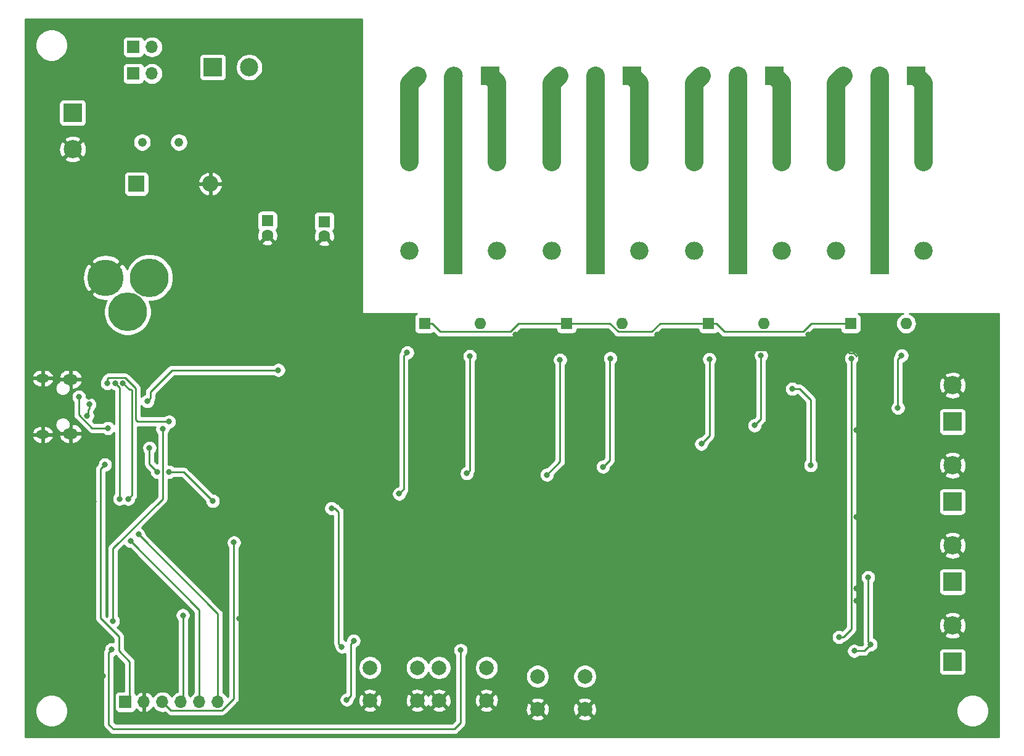
<source format=gbr>
G04 #@! TF.GenerationSoftware,KiCad,Pcbnew,(5.1.4)-1*
G04 #@! TF.CreationDate,2020-04-17T21:05:17+02:00*
G04 #@! TF.ProjectId,Aktorbaustein,416b746f-7262-4617-9573-7465696e2e6b,rev?*
G04 #@! TF.SameCoordinates,Original*
G04 #@! TF.FileFunction,Copper,L2,Bot*
G04 #@! TF.FilePolarity,Positive*
%FSLAX46Y46*%
G04 Gerber Fmt 4.6, Leading zero omitted, Abs format (unit mm)*
G04 Created by KiCad (PCBNEW (5.1.4)-1) date 2020-04-17 21:05:17*
%MOMM*%
%LPD*%
G04 APERTURE LIST*
%ADD10C,5.300000*%
%ADD11C,5.000000*%
%ADD12C,1.600000*%
%ADD13R,1.600000X1.600000*%
%ADD14O,1.600000X1.600000*%
%ADD15R,2.500000X2.500000*%
%ADD16C,2.500000*%
%ADD17R,1.700000X1.700000*%
%ADD18O,1.700000X1.700000*%
%ADD19O,2.500000X2.500000*%
%ADD20O,2.000000X1.450000*%
%ADD21O,1.800000X1.150000*%
%ADD22C,1.218000*%
%ADD23R,2.200000X2.200000*%
%ADD24O,2.200000X2.200000*%
%ADD25C,2.000000*%
%ADD26C,0.800000*%
%ADD27C,0.250000*%
%ADD28C,2.500000*%
%ADD29C,0.254000*%
G04 APERTURE END LIST*
D10*
X69700000Y-76200000D03*
D11*
X63700000Y-76200000D03*
D10*
X66700000Y-80900000D03*
D12*
X93700000Y-70500000D03*
D13*
X93700000Y-68500000D03*
X107500000Y-82500000D03*
D14*
X115120000Y-82500000D03*
X134620000Y-82500000D03*
D13*
X127000000Y-82500000D03*
X146500000Y-82500000D03*
D14*
X154120000Y-82500000D03*
X173620000Y-82500000D03*
D13*
X166000000Y-82500000D03*
D15*
X180000000Y-96000000D03*
D16*
X180000000Y-91000000D03*
X180000000Y-102000000D03*
D15*
X180000000Y-107000000D03*
X180000000Y-118000000D03*
D16*
X180000000Y-113000000D03*
X180000000Y-124000000D03*
D15*
X180000000Y-129000000D03*
X116500000Y-48500000D03*
D16*
X111500000Y-48500000D03*
X106500000Y-48500000D03*
X126000000Y-48500000D03*
X131000000Y-48500000D03*
D15*
X136000000Y-48500000D03*
X155500000Y-48500000D03*
D16*
X150500000Y-48500000D03*
X145500000Y-48500000D03*
X165000000Y-48500000D03*
X170000000Y-48500000D03*
D15*
X175000000Y-48500000D03*
D17*
X66400000Y-134500000D03*
D18*
X68940000Y-134500000D03*
X71480000Y-134500000D03*
X74020000Y-134500000D03*
X76560000Y-134500000D03*
X79100000Y-134500000D03*
D15*
X59150000Y-53550000D03*
D16*
X59150000Y-58550000D03*
X83400000Y-47300000D03*
D15*
X78400000Y-47300000D03*
X111400000Y-74500000D03*
D19*
X117400000Y-72500000D03*
X117400000Y-60300000D03*
X105400000Y-60300000D03*
X105400000Y-72500000D03*
X125000000Y-72500000D03*
X125000000Y-60300000D03*
X137000000Y-60300000D03*
X137000000Y-72500000D03*
D15*
X131000000Y-74500000D03*
X150500000Y-74500000D03*
D19*
X156500000Y-72500000D03*
X156500000Y-60300000D03*
X144500000Y-60300000D03*
X144500000Y-72500000D03*
X164000000Y-72500000D03*
X164000000Y-60300000D03*
X176000000Y-60300000D03*
X176000000Y-72500000D03*
D15*
X170000000Y-74500000D03*
D20*
X58850000Y-90175000D03*
X58850000Y-97625000D03*
D21*
X55050000Y-90025000D03*
X55050000Y-97775000D03*
D22*
X73750000Y-57600000D03*
X68700000Y-57600000D03*
D13*
X85900000Y-68400000D03*
D12*
X85900000Y-70400000D03*
D23*
X67900000Y-63300000D03*
D24*
X78060000Y-63300000D03*
D17*
X67500000Y-44500000D03*
D18*
X70040000Y-44500000D03*
X70040000Y-48150000D03*
D17*
X67500000Y-48150000D03*
D25*
X123000000Y-135500000D03*
X123000000Y-131000000D03*
X129500000Y-135500000D03*
X129500000Y-131000000D03*
X116000000Y-129800000D03*
X116000000Y-134300000D03*
X109500000Y-129800000D03*
X109500000Y-134300000D03*
X100000000Y-134300000D03*
X100000000Y-129800000D03*
X106500000Y-134300000D03*
X106500000Y-129800000D03*
D26*
X120000000Y-84000000D03*
X120000000Y-85500000D03*
X139400000Y-84000000D03*
X139500000Y-85500000D03*
X160200000Y-84000000D03*
X160200000Y-85500000D03*
X179700000Y-84000000D03*
X179600000Y-85400000D03*
X155100000Y-98400000D03*
X151600000Y-102800000D03*
X152700000Y-102600000D03*
X149100000Y-107000000D03*
X155100000Y-107000000D03*
X149100000Y-98400000D03*
X161900000Y-102600000D03*
X100300000Y-117300000D03*
X72300000Y-67200000D03*
X111900000Y-87100000D03*
X131400000Y-87100000D03*
X151900000Y-87200000D03*
X171400000Y-87100000D03*
X166825000Y-97145500D03*
X172350153Y-95849847D03*
X166825000Y-109100000D03*
X172300000Y-106300000D03*
X166825000Y-118900000D03*
X166825000Y-120600000D03*
X172300000Y-117400000D03*
X62000000Y-127400000D03*
X63300000Y-130900000D03*
X68200000Y-130900000D03*
X69700000Y-131000000D03*
X82025000Y-123050000D03*
X62050000Y-107000000D03*
X166600000Y-131850000D03*
X166650000Y-130200000D03*
X172300000Y-128900000D03*
X87500000Y-56900000D03*
X88800000Y-56900000D03*
X90000000Y-56900000D03*
X91300000Y-56900000D03*
X86400000Y-63600000D03*
X78400000Y-81900000D03*
X62300000Y-101000000D03*
X57600000Y-95200000D03*
X61394660Y-92549151D03*
X107500000Y-116000000D03*
X69405605Y-93175000D03*
X87400000Y-88900000D03*
X168400000Y-117400000D03*
X168750002Y-126600000D03*
X96800000Y-134200000D03*
X97750000Y-126100000D03*
X63600000Y-101900000D03*
X166500000Y-127500000D03*
X160500000Y-102000000D03*
X158000000Y-91500000D03*
X81300000Y-112600000D03*
X74300000Y-122600000D03*
X65000000Y-90700000D03*
X65600000Y-106600000D03*
X67100000Y-112400000D03*
X66800000Y-106600000D03*
X66062653Y-90737347D03*
X68200000Y-111500000D03*
X64700000Y-123400000D03*
X71500000Y-97000000D03*
X112450000Y-127400000D03*
X64500000Y-127300000D03*
X96125010Y-126925010D03*
X94700000Y-107900000D03*
X69700000Y-99600000D03*
X70775000Y-102900000D03*
X72400000Y-102900000D03*
X78400000Y-106900000D03*
X63900000Y-90700000D03*
X72400000Y-96000000D03*
X113300000Y-103100000D03*
X113700000Y-87000000D03*
X132000000Y-102200000D03*
X133000000Y-87300000D03*
X152800000Y-96500000D03*
X153700000Y-86900000D03*
X172500000Y-94100000D03*
X173000000Y-86900000D03*
X105100000Y-86500000D03*
X104000000Y-105900000D03*
X124300000Y-103300000D03*
X126100000Y-87500000D03*
X145500000Y-99051988D03*
X146600000Y-87400000D03*
X166100000Y-87300000D03*
X164400000Y-125600000D03*
X60005396Y-92587906D03*
X63987381Y-96890433D03*
X61451534Y-93623160D03*
X61147349Y-95164998D03*
D27*
X152925001Y-86174999D02*
X171225001Y-86174999D01*
X151900000Y-87200000D02*
X152925001Y-86174999D01*
X166825000Y-97145500D02*
X167224999Y-97545499D01*
X167700000Y-108200000D02*
X167600000Y-108200000D01*
X166825001Y-86951999D02*
X166448001Y-86574999D01*
X166448001Y-86574999D02*
X165751999Y-86574999D01*
X89365685Y-56900000D02*
X90100000Y-57634315D01*
X88800000Y-56900000D02*
X89365685Y-56900000D01*
X90000000Y-56900000D02*
X91400000Y-58300000D01*
X91300000Y-57465685D02*
X87500000Y-61265685D01*
X91300000Y-56900000D02*
X91300000Y-57465685D01*
X87500000Y-61265685D02*
X87500000Y-63600000D01*
X69805604Y-92775001D02*
X69805604Y-91894396D01*
X69405605Y-93175000D02*
X69805604Y-92775001D01*
X69805604Y-91894396D02*
X72800000Y-88900000D01*
X72800000Y-88900000D02*
X87400000Y-88900000D01*
X168400000Y-117400000D02*
X168400000Y-126249998D01*
X168400000Y-126249998D02*
X168750002Y-126600000D01*
X97199999Y-133800001D02*
X96800000Y-134200000D01*
X97350001Y-133649999D02*
X97199999Y-133800001D01*
X97350001Y-126499999D02*
X97350001Y-133649999D01*
X97750000Y-126100000D02*
X97350001Y-126499999D01*
X168750002Y-126600000D02*
X167850002Y-127500000D01*
X167850002Y-127500000D02*
X166500000Y-127500000D01*
X67000000Y-133900000D02*
X66400000Y-134500000D01*
X63000000Y-102500000D02*
X63000000Y-123000000D01*
X63600000Y-101900000D02*
X63000000Y-102500000D01*
X63000000Y-123000000D02*
X65500000Y-125500000D01*
X65500000Y-125500000D02*
X65500000Y-127500000D01*
X65500000Y-127500000D02*
X67000000Y-129000000D01*
X67000000Y-129000000D02*
X67000000Y-133900000D01*
X125950000Y-82500000D02*
X127000000Y-82500000D01*
X107500000Y-82500000D02*
X108550000Y-82500000D01*
X145450000Y-82500000D02*
X146500000Y-82500000D01*
X139826998Y-82500000D02*
X145450000Y-82500000D01*
X138701997Y-83625001D02*
X139826998Y-82500000D01*
X134079999Y-83625001D02*
X138701997Y-83625001D01*
X132954998Y-82500000D02*
X134079999Y-83625001D01*
X127000000Y-82500000D02*
X132954998Y-82500000D01*
X164950000Y-82500000D02*
X166000000Y-82500000D01*
X160626998Y-82500000D02*
X164950000Y-82500000D01*
X159501997Y-83625001D02*
X160626998Y-82500000D01*
X148675001Y-83625001D02*
X159501997Y-83625001D01*
X147550000Y-82500000D02*
X148675001Y-83625001D01*
X146500000Y-82500000D02*
X147550000Y-82500000D01*
X108550000Y-82500000D02*
X109675001Y-83625001D01*
X119301997Y-83625001D02*
X120426998Y-82500000D01*
X109675001Y-83625001D02*
X119301997Y-83625001D01*
X120426998Y-82500000D02*
X125950000Y-82500000D01*
X160500000Y-102000000D02*
X160500000Y-93000000D01*
X160500000Y-93000000D02*
X159000000Y-91500000D01*
X159000000Y-91500000D02*
X158000000Y-91500000D01*
D28*
X111400000Y-74500000D02*
X111400000Y-48600000D01*
X117400000Y-60300000D02*
X117400000Y-49400000D01*
X117400000Y-49400000D02*
X116500000Y-48500000D01*
X105400000Y-49600000D02*
X106500000Y-48500000D01*
X105400000Y-60300000D02*
X105400000Y-49600000D01*
X125000000Y-49500000D02*
X126000000Y-48500000D01*
X125000000Y-60300000D02*
X125000000Y-49500000D01*
X137000000Y-49500000D02*
X136000000Y-48500000D01*
X137000000Y-60300000D02*
X137000000Y-49500000D01*
X131000000Y-74500000D02*
X131000000Y-48500000D01*
X150500000Y-74500000D02*
X150500000Y-48500000D01*
X156500000Y-49500000D02*
X155500000Y-48500000D01*
X156500000Y-60300000D02*
X156500000Y-49500000D01*
X144500000Y-49500000D02*
X145500000Y-48500000D01*
X144500000Y-60300000D02*
X144500000Y-49500000D01*
X164000000Y-49500000D02*
X165000000Y-48500000D01*
X164000000Y-60300000D02*
X164000000Y-49500000D01*
X176000000Y-49500000D02*
X175000000Y-48500000D01*
X176000000Y-60300000D02*
X176000000Y-49500000D01*
X170000000Y-74500000D02*
X170000000Y-48500000D01*
D27*
X72329999Y-135349999D02*
X71480000Y-134500000D01*
X72655001Y-135675001D02*
X72329999Y-135349999D01*
X79664001Y-135675001D02*
X72655001Y-135675001D01*
X81300000Y-134039002D02*
X79664001Y-135675001D01*
X81300000Y-112600000D02*
X81300000Y-134039002D01*
X74300000Y-134220000D02*
X74020000Y-134500000D01*
X74300000Y-122600000D02*
X74300000Y-134220000D01*
X65000000Y-90700000D02*
X65600000Y-91300000D01*
X65600000Y-91300000D02*
X65600000Y-106600000D01*
X76560000Y-121860000D02*
X76560000Y-134500000D01*
X67100000Y-112400000D02*
X76560000Y-121860000D01*
X66925306Y-91600000D02*
X66062653Y-90737347D01*
X67200000Y-91600000D02*
X66925306Y-91600000D01*
X67344998Y-91744998D02*
X67200000Y-91600000D01*
X66800000Y-106600000D02*
X67344998Y-106055002D01*
X67344998Y-106055002D02*
X67344998Y-91744998D01*
X79100000Y-122400000D02*
X79100000Y-135200000D01*
X68200000Y-111500000D02*
X79100000Y-122400000D01*
X71500000Y-106600000D02*
X64700000Y-113400000D01*
X64700000Y-113400000D02*
X64700000Y-123400000D01*
X71500000Y-106600000D02*
X71500000Y-97000000D01*
X64250000Y-127550000D02*
X64500000Y-127300000D01*
X112400000Y-127450000D02*
X112450000Y-127400000D01*
X64500000Y-127300000D02*
X64100001Y-127699999D01*
X64100001Y-127699999D02*
X64100001Y-137600001D01*
X64100001Y-137600001D02*
X64750000Y-138250000D01*
X64750000Y-138250000D02*
X111550000Y-138250000D01*
X111550000Y-138250000D02*
X112400000Y-137400000D01*
X112400000Y-137400000D02*
X112400000Y-127450000D01*
X96125010Y-126925010D02*
X95700000Y-126500000D01*
X95700000Y-126500000D02*
X95700000Y-108400000D01*
X95700000Y-108400000D02*
X95200000Y-107900000D01*
X95200000Y-107900000D02*
X94700000Y-107900000D01*
X69700000Y-99600000D02*
X69700000Y-100165685D01*
X69700000Y-100165685D02*
X69700000Y-101800000D01*
X69700000Y-101800000D02*
X70775000Y-102875000D01*
X70775000Y-102875000D02*
X70775000Y-102900000D01*
X72400000Y-102900000D02*
X73500000Y-102900000D01*
X73500000Y-102900000D02*
X74000000Y-102900000D01*
X74000000Y-102900000D02*
X74400000Y-102900000D01*
X74400000Y-102900000D02*
X78400000Y-106900000D01*
X63900000Y-90134315D02*
X63934315Y-90100000D01*
X63900000Y-90700000D02*
X63900000Y-90134315D01*
X66360654Y-89962346D02*
X67795008Y-91396700D01*
X63900000Y-90134315D02*
X64071969Y-89962346D01*
X64071969Y-89962346D02*
X66360654Y-89962346D01*
X67795008Y-91396700D02*
X67795008Y-95695008D01*
X67795008Y-95695008D02*
X68100000Y-96000000D01*
X68100000Y-96000000D02*
X72400000Y-96000000D01*
X113300000Y-103100000D02*
X113700000Y-102700000D01*
X113700000Y-102700000D02*
X113700000Y-87000000D01*
X132000000Y-102200000D02*
X132900000Y-101300000D01*
X132900000Y-101300000D02*
X132900000Y-87400000D01*
X132900000Y-87400000D02*
X133000000Y-87300000D01*
X152800000Y-96500000D02*
X153700000Y-95600000D01*
X153700000Y-95600000D02*
X153700000Y-86900000D01*
X172500000Y-94100000D02*
X172500000Y-87400000D01*
X172500000Y-87400000D02*
X173000000Y-86900000D01*
X105100000Y-86500000D02*
X104600000Y-87000000D01*
X104600000Y-87000000D02*
X104600000Y-87400000D01*
X104600000Y-87400000D02*
X104600000Y-102600000D01*
X104600000Y-102600000D02*
X104600000Y-103500000D01*
X104600000Y-103500000D02*
X104600000Y-103600000D01*
X104600000Y-103500000D02*
X104600000Y-105300000D01*
X104600000Y-105300000D02*
X104000000Y-105900000D01*
X124300000Y-103300000D02*
X126100000Y-101500000D01*
X126100000Y-101500000D02*
X126100000Y-87500000D01*
X145500000Y-99051988D02*
X146600000Y-97951988D01*
X146600000Y-97951988D02*
X146600000Y-87400000D01*
X166100000Y-87300000D02*
X166100000Y-119300000D01*
X166100000Y-119300000D02*
X166100000Y-124500000D01*
X166100000Y-124500000D02*
X165200000Y-125400000D01*
X165200000Y-125400000D02*
X165000000Y-125600000D01*
X165000000Y-125600000D02*
X164400000Y-125600000D01*
X61834435Y-96890433D02*
X63987381Y-96890433D01*
X60005396Y-92587906D02*
X60005396Y-95061394D01*
X60005396Y-95061394D02*
X61834435Y-96890433D01*
X61300000Y-95012347D02*
X61147349Y-95164998D01*
X61300000Y-94340379D02*
X61300000Y-95012347D01*
X61451534Y-94188845D02*
X61300000Y-94340379D01*
X61451534Y-93623160D02*
X61451534Y-94188845D01*
D29*
G36*
X98873000Y-81000000D02*
G01*
X98875440Y-81024776D01*
X98882667Y-81048601D01*
X98894403Y-81070557D01*
X98910197Y-81089803D01*
X98929443Y-81105597D01*
X98951399Y-81117333D01*
X98975224Y-81124560D01*
X99000000Y-81127000D01*
X106424947Y-81127000D01*
X106345506Y-81169463D01*
X106248815Y-81248815D01*
X106169463Y-81345506D01*
X106110498Y-81455820D01*
X106074188Y-81575518D01*
X106061928Y-81700000D01*
X106061928Y-83300000D01*
X106074188Y-83424482D01*
X106110498Y-83544180D01*
X106169463Y-83654494D01*
X106248815Y-83751185D01*
X106345506Y-83830537D01*
X106455820Y-83889502D01*
X106575518Y-83925812D01*
X106700000Y-83938072D01*
X108300000Y-83938072D01*
X108424482Y-83925812D01*
X108544180Y-83889502D01*
X108654494Y-83830537D01*
X108737563Y-83762364D01*
X109111202Y-84136004D01*
X109135000Y-84165002D01*
X109250725Y-84259975D01*
X109382754Y-84330547D01*
X109526015Y-84374004D01*
X109637668Y-84385001D01*
X109637676Y-84385001D01*
X109675001Y-84388677D01*
X109712326Y-84385001D01*
X119264675Y-84385001D01*
X119301997Y-84388677D01*
X119339319Y-84385001D01*
X119339330Y-84385001D01*
X119450983Y-84374004D01*
X119594244Y-84330547D01*
X119726273Y-84259975D01*
X119841998Y-84165002D01*
X119865801Y-84135999D01*
X120741800Y-83260000D01*
X125561928Y-83260000D01*
X125561928Y-83300000D01*
X125574188Y-83424482D01*
X125610498Y-83544180D01*
X125669463Y-83654494D01*
X125748815Y-83751185D01*
X125845506Y-83830537D01*
X125955820Y-83889502D01*
X126075518Y-83925812D01*
X126200000Y-83938072D01*
X127800000Y-83938072D01*
X127924482Y-83925812D01*
X128044180Y-83889502D01*
X128154494Y-83830537D01*
X128251185Y-83751185D01*
X128330537Y-83654494D01*
X128389502Y-83544180D01*
X128425812Y-83424482D01*
X128438072Y-83300000D01*
X128438072Y-83260000D01*
X132640197Y-83260000D01*
X133516200Y-84136004D01*
X133539998Y-84165002D01*
X133655723Y-84259975D01*
X133787752Y-84330547D01*
X133931013Y-84374004D01*
X134042666Y-84385001D01*
X134042674Y-84385001D01*
X134079999Y-84388677D01*
X134117324Y-84385001D01*
X138664675Y-84385001D01*
X138701997Y-84388677D01*
X138739319Y-84385001D01*
X138739330Y-84385001D01*
X138850983Y-84374004D01*
X138994244Y-84330547D01*
X139126273Y-84259975D01*
X139241998Y-84165002D01*
X139265801Y-84135999D01*
X140141800Y-83260000D01*
X145061928Y-83260000D01*
X145061928Y-83300000D01*
X145074188Y-83424482D01*
X145110498Y-83544180D01*
X145169463Y-83654494D01*
X145248815Y-83751185D01*
X145345506Y-83830537D01*
X145455820Y-83889502D01*
X145575518Y-83925812D01*
X145700000Y-83938072D01*
X147300000Y-83938072D01*
X147424482Y-83925812D01*
X147544180Y-83889502D01*
X147654494Y-83830537D01*
X147737563Y-83762364D01*
X148111202Y-84136004D01*
X148135000Y-84165002D01*
X148250725Y-84259975D01*
X148382754Y-84330547D01*
X148526015Y-84374004D01*
X148637668Y-84385001D01*
X148637676Y-84385001D01*
X148675001Y-84388677D01*
X148712326Y-84385001D01*
X159464675Y-84385001D01*
X159501997Y-84388677D01*
X159539319Y-84385001D01*
X159539330Y-84385001D01*
X159650983Y-84374004D01*
X159794244Y-84330547D01*
X159926273Y-84259975D01*
X160041998Y-84165002D01*
X160065801Y-84135999D01*
X160941800Y-83260000D01*
X164561928Y-83260000D01*
X164561928Y-83300000D01*
X164574188Y-83424482D01*
X164610498Y-83544180D01*
X164669463Y-83654494D01*
X164748815Y-83751185D01*
X164845506Y-83830537D01*
X164955820Y-83889502D01*
X165075518Y-83925812D01*
X165200000Y-83938072D01*
X166800000Y-83938072D01*
X166924482Y-83925812D01*
X167044180Y-83889502D01*
X167154494Y-83830537D01*
X167251185Y-83751185D01*
X167330537Y-83654494D01*
X167389502Y-83544180D01*
X167425812Y-83424482D01*
X167438072Y-83300000D01*
X167438072Y-81700000D01*
X167425812Y-81575518D01*
X167389502Y-81455820D01*
X167330537Y-81345506D01*
X167251185Y-81248815D01*
X167154494Y-81169463D01*
X167075053Y-81127000D01*
X173202753Y-81127000D01*
X173068192Y-81167818D01*
X172818899Y-81301068D01*
X172600392Y-81480392D01*
X172421068Y-81698899D01*
X172287818Y-81948192D01*
X172205764Y-82218691D01*
X172178057Y-82500000D01*
X172205764Y-82781309D01*
X172287818Y-83051808D01*
X172421068Y-83301101D01*
X172600392Y-83519608D01*
X172818899Y-83698932D01*
X173068192Y-83832182D01*
X173338691Y-83914236D01*
X173549508Y-83935000D01*
X173690492Y-83935000D01*
X173901309Y-83914236D01*
X174171808Y-83832182D01*
X174421101Y-83698932D01*
X174639608Y-83519608D01*
X174818932Y-83301101D01*
X174952182Y-83051808D01*
X175034236Y-82781309D01*
X175061943Y-82500000D01*
X175034236Y-82218691D01*
X174952182Y-81948192D01*
X174818932Y-81698899D01*
X174639608Y-81480392D01*
X174421101Y-81301068D01*
X174171808Y-81167818D01*
X174037247Y-81127000D01*
X186340001Y-81127000D01*
X186340000Y-139340000D01*
X52660000Y-139340000D01*
X52660000Y-135529872D01*
X54015000Y-135529872D01*
X54015000Y-135970128D01*
X54100890Y-136401925D01*
X54269369Y-136808669D01*
X54513962Y-137174729D01*
X54825271Y-137486038D01*
X55191331Y-137730631D01*
X55598075Y-137899110D01*
X56029872Y-137985000D01*
X56470128Y-137985000D01*
X56901925Y-137899110D01*
X57308669Y-137730631D01*
X57674729Y-137486038D01*
X57986038Y-137174729D01*
X58230631Y-136808669D01*
X58399110Y-136401925D01*
X58485000Y-135970128D01*
X58485000Y-135529872D01*
X58399110Y-135098075D01*
X58230631Y-134691331D01*
X57986038Y-134325271D01*
X57674729Y-134013962D01*
X57308669Y-133769369D01*
X56901925Y-133600890D01*
X56470128Y-133515000D01*
X56029872Y-133515000D01*
X55598075Y-133600890D01*
X55191331Y-133769369D01*
X54825271Y-134013962D01*
X54513962Y-134325271D01*
X54269369Y-134691331D01*
X54100890Y-135098075D01*
X54015000Y-135529872D01*
X52660000Y-135529872D01*
X52660000Y-98088677D01*
X53556365Y-98088677D01*
X53558504Y-98120715D01*
X53648364Y-98341644D01*
X53779598Y-98540797D01*
X53947163Y-98710521D01*
X54144620Y-98844294D01*
X54364381Y-98936974D01*
X54598000Y-98985000D01*
X54923000Y-98985000D01*
X54923000Y-97902000D01*
X55177000Y-97902000D01*
X55177000Y-98985000D01*
X55502000Y-98985000D01*
X55735619Y-98936974D01*
X55955380Y-98844294D01*
X56152837Y-98710521D01*
X56320402Y-98540797D01*
X56451636Y-98341644D01*
X56541496Y-98120715D01*
X56543635Y-98088677D01*
X56458927Y-97962258D01*
X57257481Y-97962258D01*
X57269922Y-98028117D01*
X57373643Y-98274979D01*
X57523531Y-98496863D01*
X57713827Y-98685242D01*
X57937217Y-98832876D01*
X58185117Y-98934092D01*
X58448000Y-98985000D01*
X58723000Y-98985000D01*
X58723000Y-97752000D01*
X58977000Y-97752000D01*
X58977000Y-98985000D01*
X59252000Y-98985000D01*
X59514883Y-98934092D01*
X59762783Y-98832876D01*
X59986173Y-98685242D01*
X60176469Y-98496863D01*
X60326357Y-98274979D01*
X60430078Y-98028117D01*
X60442519Y-97962258D01*
X60319518Y-97752000D01*
X58977000Y-97752000D01*
X58723000Y-97752000D01*
X57380482Y-97752000D01*
X57257481Y-97962258D01*
X56458927Y-97962258D01*
X56418550Y-97902000D01*
X55177000Y-97902000D01*
X54923000Y-97902000D01*
X53681450Y-97902000D01*
X53556365Y-98088677D01*
X52660000Y-98088677D01*
X52660000Y-97461323D01*
X53556365Y-97461323D01*
X53681450Y-97648000D01*
X54923000Y-97648000D01*
X54923000Y-96565000D01*
X55177000Y-96565000D01*
X55177000Y-97648000D01*
X56418550Y-97648000D01*
X56543635Y-97461323D01*
X56541496Y-97429285D01*
X56451636Y-97208356D01*
X56320402Y-97009203D01*
X56152837Y-96839479D01*
X55955380Y-96705706D01*
X55735619Y-96613026D01*
X55502000Y-96565000D01*
X55177000Y-96565000D01*
X54923000Y-96565000D01*
X54598000Y-96565000D01*
X54364381Y-96613026D01*
X54144620Y-96705706D01*
X53947163Y-96839479D01*
X53779598Y-97009203D01*
X53648364Y-97208356D01*
X53558504Y-97429285D01*
X53556365Y-97461323D01*
X52660000Y-97461323D01*
X52660000Y-96400000D01*
X56759993Y-96400000D01*
X56779976Y-96602895D01*
X56839159Y-96797993D01*
X56935266Y-96977797D01*
X57064604Y-97135396D01*
X57222203Y-97264734D01*
X57258193Y-97283971D01*
X57257481Y-97287742D01*
X57380482Y-97498000D01*
X58723000Y-97498000D01*
X58723000Y-96868789D01*
X58760841Y-96797993D01*
X58820024Y-96602895D01*
X58840007Y-96400000D01*
X58826711Y-96265000D01*
X58977000Y-96265000D01*
X58977000Y-97498000D01*
X60319518Y-97498000D01*
X60442519Y-97287742D01*
X60430078Y-97221883D01*
X60326357Y-96975021D01*
X60176469Y-96753137D01*
X59986173Y-96564758D01*
X59762783Y-96417124D01*
X59514883Y-96315908D01*
X59252000Y-96265000D01*
X58977000Y-96265000D01*
X58826711Y-96265000D01*
X58820024Y-96197105D01*
X58760841Y-96002007D01*
X58664734Y-95822203D01*
X58535396Y-95664604D01*
X58377797Y-95535266D01*
X58197993Y-95439159D01*
X58002895Y-95379976D01*
X57850838Y-95365000D01*
X57749162Y-95365000D01*
X57597105Y-95379976D01*
X57402007Y-95439159D01*
X57222203Y-95535266D01*
X57064604Y-95664604D01*
X56935266Y-95822203D01*
X56839159Y-96002007D01*
X56779976Y-96197105D01*
X56759993Y-96400000D01*
X52660000Y-96400000D01*
X52660000Y-92485967D01*
X58970396Y-92485967D01*
X58970396Y-92689845D01*
X59010170Y-92889804D01*
X59088191Y-93078162D01*
X59201459Y-93247680D01*
X59245396Y-93291617D01*
X59245397Y-95024062D01*
X59241720Y-95061394D01*
X59256394Y-95210379D01*
X59299850Y-95353640D01*
X59370422Y-95485670D01*
X59401345Y-95523349D01*
X59465396Y-95601395D01*
X59494394Y-95625193D01*
X61270636Y-97401436D01*
X61294434Y-97430434D01*
X61410159Y-97525407D01*
X61542188Y-97595979D01*
X61685449Y-97639436D01*
X61797102Y-97650433D01*
X61797110Y-97650433D01*
X61834435Y-97654109D01*
X61871760Y-97650433D01*
X63283670Y-97650433D01*
X63327607Y-97694370D01*
X63497125Y-97807638D01*
X63685483Y-97885659D01*
X63885442Y-97925433D01*
X64089320Y-97925433D01*
X64289279Y-97885659D01*
X64477637Y-97807638D01*
X64647155Y-97694370D01*
X64791318Y-97550207D01*
X64840000Y-97477348D01*
X64840001Y-105896288D01*
X64796063Y-105940226D01*
X64682795Y-106109744D01*
X64604774Y-106298102D01*
X64565000Y-106498061D01*
X64565000Y-106701939D01*
X64604774Y-106901898D01*
X64682795Y-107090256D01*
X64796063Y-107259774D01*
X64940226Y-107403937D01*
X65109744Y-107517205D01*
X65298102Y-107595226D01*
X65498061Y-107635000D01*
X65701939Y-107635000D01*
X65901898Y-107595226D01*
X66090256Y-107517205D01*
X66200000Y-107443877D01*
X66309744Y-107517205D01*
X66498102Y-107595226D01*
X66698061Y-107635000D01*
X66901939Y-107635000D01*
X67101898Y-107595226D01*
X67290256Y-107517205D01*
X67459774Y-107403937D01*
X67603937Y-107259774D01*
X67717205Y-107090256D01*
X67795226Y-106901898D01*
X67835000Y-106701939D01*
X67835000Y-106639802D01*
X67856001Y-106618800D01*
X67884999Y-106595003D01*
X67979972Y-106479278D01*
X68050544Y-106347249D01*
X68094001Y-106203988D01*
X68104998Y-106092335D01*
X68104998Y-106092334D01*
X68108675Y-106055002D01*
X68104998Y-106017669D01*
X68104998Y-96763184D01*
X68137323Y-96760000D01*
X70492462Y-96760000D01*
X70465000Y-96898061D01*
X70465000Y-97101939D01*
X70504774Y-97301898D01*
X70582795Y-97490256D01*
X70696063Y-97659774D01*
X70740001Y-97703712D01*
X70740001Y-101765199D01*
X70460000Y-101485199D01*
X70460000Y-100303711D01*
X70503937Y-100259774D01*
X70617205Y-100090256D01*
X70695226Y-99901898D01*
X70735000Y-99701939D01*
X70735000Y-99498061D01*
X70695226Y-99298102D01*
X70617205Y-99109744D01*
X70503937Y-98940226D01*
X70359774Y-98796063D01*
X70190256Y-98682795D01*
X70001898Y-98604774D01*
X69801939Y-98565000D01*
X69598061Y-98565000D01*
X69398102Y-98604774D01*
X69209744Y-98682795D01*
X69040226Y-98796063D01*
X68896063Y-98940226D01*
X68782795Y-99109744D01*
X68704774Y-99298102D01*
X68665000Y-99498061D01*
X68665000Y-99701939D01*
X68704774Y-99901898D01*
X68782795Y-100090256D01*
X68896063Y-100259774D01*
X68940000Y-100303711D01*
X68940001Y-101762668D01*
X68936324Y-101800000D01*
X68940001Y-101837333D01*
X68950998Y-101948986D01*
X68954339Y-101959999D01*
X68994454Y-102092246D01*
X69065026Y-102224276D01*
X69136201Y-102311002D01*
X69160000Y-102340001D01*
X69188998Y-102363799D01*
X69740000Y-102914802D01*
X69740000Y-103001939D01*
X69779774Y-103201898D01*
X69857795Y-103390256D01*
X69971063Y-103559774D01*
X70115226Y-103703937D01*
X70284744Y-103817205D01*
X70473102Y-103895226D01*
X70673061Y-103935000D01*
X70740000Y-103935000D01*
X70740000Y-106285198D01*
X64189003Y-112836196D01*
X64159999Y-112859999D01*
X64104871Y-112927174D01*
X64065026Y-112975724D01*
X64023878Y-113052706D01*
X63994454Y-113107754D01*
X63950997Y-113251015D01*
X63940000Y-113362668D01*
X63940000Y-113362678D01*
X63936324Y-113400000D01*
X63940000Y-113437322D01*
X63940001Y-122696288D01*
X63896063Y-122740226D01*
X63863605Y-122788804D01*
X63760000Y-122685199D01*
X63760000Y-102923451D01*
X63901898Y-102895226D01*
X64090256Y-102817205D01*
X64259774Y-102703937D01*
X64403937Y-102559774D01*
X64517205Y-102390256D01*
X64595226Y-102201898D01*
X64635000Y-102001939D01*
X64635000Y-101798061D01*
X64595226Y-101598102D01*
X64517205Y-101409744D01*
X64403937Y-101240226D01*
X64259774Y-101096063D01*
X64090256Y-100982795D01*
X63901898Y-100904774D01*
X63701939Y-100865000D01*
X63498061Y-100865000D01*
X63298102Y-100904774D01*
X63109744Y-100982795D01*
X62940226Y-101096063D01*
X62796063Y-101240226D01*
X62682795Y-101409744D01*
X62604774Y-101598102D01*
X62565000Y-101798061D01*
X62565000Y-101860199D01*
X62489002Y-101936197D01*
X62459999Y-101959999D01*
X62425580Y-102001939D01*
X62365026Y-102075724D01*
X62324791Y-102150998D01*
X62294454Y-102207754D01*
X62250997Y-102351015D01*
X62240000Y-102462668D01*
X62240000Y-102462678D01*
X62236324Y-102500000D01*
X62240000Y-102537322D01*
X62240001Y-122962667D01*
X62236324Y-123000000D01*
X62240001Y-123037333D01*
X62246720Y-123105546D01*
X62250998Y-123148985D01*
X62294454Y-123292246D01*
X62365026Y-123424276D01*
X62428763Y-123501939D01*
X62460000Y-123540001D01*
X62488998Y-123563799D01*
X64740000Y-125814802D01*
X64740000Y-126292462D01*
X64601939Y-126265000D01*
X64398061Y-126265000D01*
X64198102Y-126304774D01*
X64009744Y-126382795D01*
X63840226Y-126496063D01*
X63696063Y-126640226D01*
X63582795Y-126809744D01*
X63504774Y-126998102D01*
X63465000Y-127198061D01*
X63465000Y-127275774D01*
X63418014Y-127363677D01*
X63394455Y-127407753D01*
X63350998Y-127551014D01*
X63340001Y-127662667D01*
X63340001Y-127662677D01*
X63336325Y-127699999D01*
X63340001Y-127737321D01*
X63340002Y-137562669D01*
X63336325Y-137600001D01*
X63350999Y-137748986D01*
X63394455Y-137892247D01*
X63465027Y-138024277D01*
X63528004Y-138101014D01*
X63560001Y-138140002D01*
X63588998Y-138163799D01*
X64186205Y-138761008D01*
X64209999Y-138790001D01*
X64238992Y-138813795D01*
X64238996Y-138813799D01*
X64309685Y-138871811D01*
X64325724Y-138884974D01*
X64457753Y-138955546D01*
X64601014Y-138999003D01*
X64712667Y-139010000D01*
X64712676Y-139010000D01*
X64749999Y-139013676D01*
X64787322Y-139010000D01*
X111512678Y-139010000D01*
X111550000Y-139013676D01*
X111587322Y-139010000D01*
X111587333Y-139010000D01*
X111698986Y-138999003D01*
X111842247Y-138955546D01*
X111974276Y-138884974D01*
X112090001Y-138790001D01*
X112113803Y-138760998D01*
X112911004Y-137963798D01*
X112940001Y-137940001D01*
X113034974Y-137824276D01*
X113105546Y-137692247D01*
X113149003Y-137548986D01*
X113160000Y-137437333D01*
X113160000Y-137437332D01*
X113163677Y-137400000D01*
X113160000Y-137362667D01*
X113160000Y-136635413D01*
X122044192Y-136635413D01*
X122139956Y-136899814D01*
X122429571Y-137040704D01*
X122741108Y-137122384D01*
X123062595Y-137141718D01*
X123381675Y-137097961D01*
X123686088Y-136992795D01*
X123860044Y-136899814D01*
X123955808Y-136635413D01*
X128544192Y-136635413D01*
X128639956Y-136899814D01*
X128929571Y-137040704D01*
X129241108Y-137122384D01*
X129562595Y-137141718D01*
X129881675Y-137097961D01*
X130186088Y-136992795D01*
X130360044Y-136899814D01*
X130455808Y-136635413D01*
X129500000Y-135679605D01*
X128544192Y-136635413D01*
X123955808Y-136635413D01*
X123000000Y-135679605D01*
X122044192Y-136635413D01*
X113160000Y-136635413D01*
X113160000Y-135435413D01*
X115044192Y-135435413D01*
X115139956Y-135699814D01*
X115429571Y-135840704D01*
X115741108Y-135922384D01*
X116062595Y-135941718D01*
X116381675Y-135897961D01*
X116686088Y-135792795D01*
X116860044Y-135699814D01*
X116909743Y-135562595D01*
X121358282Y-135562595D01*
X121402039Y-135881675D01*
X121507205Y-136186088D01*
X121600186Y-136360044D01*
X121864587Y-136455808D01*
X122820395Y-135500000D01*
X123179605Y-135500000D01*
X124135413Y-136455808D01*
X124399814Y-136360044D01*
X124540704Y-136070429D01*
X124622384Y-135758892D01*
X124634189Y-135562595D01*
X127858282Y-135562595D01*
X127902039Y-135881675D01*
X128007205Y-136186088D01*
X128100186Y-136360044D01*
X128364587Y-136455808D01*
X129320395Y-135500000D01*
X129679605Y-135500000D01*
X130635413Y-136455808D01*
X130899814Y-136360044D01*
X131040704Y-136070429D01*
X131122384Y-135758892D01*
X131136157Y-135529872D01*
X180515000Y-135529872D01*
X180515000Y-135970128D01*
X180600890Y-136401925D01*
X180769369Y-136808669D01*
X181013962Y-137174729D01*
X181325271Y-137486038D01*
X181691331Y-137730631D01*
X182098075Y-137899110D01*
X182529872Y-137985000D01*
X182970128Y-137985000D01*
X183401925Y-137899110D01*
X183808669Y-137730631D01*
X184174729Y-137486038D01*
X184486038Y-137174729D01*
X184730631Y-136808669D01*
X184899110Y-136401925D01*
X184985000Y-135970128D01*
X184985000Y-135529872D01*
X184899110Y-135098075D01*
X184730631Y-134691331D01*
X184486038Y-134325271D01*
X184174729Y-134013962D01*
X183808669Y-133769369D01*
X183401925Y-133600890D01*
X182970128Y-133515000D01*
X182529872Y-133515000D01*
X182098075Y-133600890D01*
X181691331Y-133769369D01*
X181325271Y-134013962D01*
X181013962Y-134325271D01*
X180769369Y-134691331D01*
X180600890Y-135098075D01*
X180515000Y-135529872D01*
X131136157Y-135529872D01*
X131141718Y-135437405D01*
X131097961Y-135118325D01*
X130992795Y-134813912D01*
X130899814Y-134639956D01*
X130635413Y-134544192D01*
X129679605Y-135500000D01*
X129320395Y-135500000D01*
X128364587Y-134544192D01*
X128100186Y-134639956D01*
X127959296Y-134929571D01*
X127877616Y-135241108D01*
X127858282Y-135562595D01*
X124634189Y-135562595D01*
X124641718Y-135437405D01*
X124597961Y-135118325D01*
X124492795Y-134813912D01*
X124399814Y-134639956D01*
X124135413Y-134544192D01*
X123179605Y-135500000D01*
X122820395Y-135500000D01*
X121864587Y-134544192D01*
X121600186Y-134639956D01*
X121459296Y-134929571D01*
X121377616Y-135241108D01*
X121358282Y-135562595D01*
X116909743Y-135562595D01*
X116955808Y-135435413D01*
X116000000Y-134479605D01*
X115044192Y-135435413D01*
X113160000Y-135435413D01*
X113160000Y-134362595D01*
X114358282Y-134362595D01*
X114402039Y-134681675D01*
X114507205Y-134986088D01*
X114600186Y-135160044D01*
X114864587Y-135255808D01*
X115820395Y-134300000D01*
X116179605Y-134300000D01*
X117135413Y-135255808D01*
X117399814Y-135160044D01*
X117540704Y-134870429D01*
X117622384Y-134558892D01*
X117634069Y-134364587D01*
X122044192Y-134364587D01*
X123000000Y-135320395D01*
X123955808Y-134364587D01*
X128544192Y-134364587D01*
X129500000Y-135320395D01*
X130455808Y-134364587D01*
X130360044Y-134100186D01*
X130070429Y-133959296D01*
X129758892Y-133877616D01*
X129437405Y-133858282D01*
X129118325Y-133902039D01*
X128813912Y-134007205D01*
X128639956Y-134100186D01*
X128544192Y-134364587D01*
X123955808Y-134364587D01*
X123860044Y-134100186D01*
X123570429Y-133959296D01*
X123258892Y-133877616D01*
X122937405Y-133858282D01*
X122618325Y-133902039D01*
X122313912Y-134007205D01*
X122139956Y-134100186D01*
X122044192Y-134364587D01*
X117634069Y-134364587D01*
X117641718Y-134237405D01*
X117597961Y-133918325D01*
X117492795Y-133613912D01*
X117399814Y-133439956D01*
X117135413Y-133344192D01*
X116179605Y-134300000D01*
X115820395Y-134300000D01*
X114864587Y-133344192D01*
X114600186Y-133439956D01*
X114459296Y-133729571D01*
X114377616Y-134041108D01*
X114358282Y-134362595D01*
X113160000Y-134362595D01*
X113160000Y-133164587D01*
X115044192Y-133164587D01*
X116000000Y-134120395D01*
X116955808Y-133164587D01*
X116860044Y-132900186D01*
X116570429Y-132759296D01*
X116258892Y-132677616D01*
X115937405Y-132658282D01*
X115618325Y-132702039D01*
X115313912Y-132807205D01*
X115139956Y-132900186D01*
X115044192Y-133164587D01*
X113160000Y-133164587D01*
X113160000Y-129638967D01*
X114365000Y-129638967D01*
X114365000Y-129961033D01*
X114427832Y-130276912D01*
X114551082Y-130574463D01*
X114730013Y-130842252D01*
X114957748Y-131069987D01*
X115225537Y-131248918D01*
X115523088Y-131372168D01*
X115838967Y-131435000D01*
X116161033Y-131435000D01*
X116476912Y-131372168D01*
X116774463Y-131248918D01*
X117042252Y-131069987D01*
X117269987Y-130842252D01*
X117272181Y-130838967D01*
X121365000Y-130838967D01*
X121365000Y-131161033D01*
X121427832Y-131476912D01*
X121551082Y-131774463D01*
X121730013Y-132042252D01*
X121957748Y-132269987D01*
X122225537Y-132448918D01*
X122523088Y-132572168D01*
X122838967Y-132635000D01*
X123161033Y-132635000D01*
X123476912Y-132572168D01*
X123774463Y-132448918D01*
X124042252Y-132269987D01*
X124269987Y-132042252D01*
X124448918Y-131774463D01*
X124572168Y-131476912D01*
X124635000Y-131161033D01*
X124635000Y-130838967D01*
X127865000Y-130838967D01*
X127865000Y-131161033D01*
X127927832Y-131476912D01*
X128051082Y-131774463D01*
X128230013Y-132042252D01*
X128457748Y-132269987D01*
X128725537Y-132448918D01*
X129023088Y-132572168D01*
X129338967Y-132635000D01*
X129661033Y-132635000D01*
X129976912Y-132572168D01*
X130274463Y-132448918D01*
X130542252Y-132269987D01*
X130769987Y-132042252D01*
X130948918Y-131774463D01*
X131072168Y-131476912D01*
X131135000Y-131161033D01*
X131135000Y-130838967D01*
X131072168Y-130523088D01*
X130948918Y-130225537D01*
X130769987Y-129957748D01*
X130542252Y-129730013D01*
X130274463Y-129551082D01*
X129976912Y-129427832D01*
X129661033Y-129365000D01*
X129338967Y-129365000D01*
X129023088Y-129427832D01*
X128725537Y-129551082D01*
X128457748Y-129730013D01*
X128230013Y-129957748D01*
X128051082Y-130225537D01*
X127927832Y-130523088D01*
X127865000Y-130838967D01*
X124635000Y-130838967D01*
X124572168Y-130523088D01*
X124448918Y-130225537D01*
X124269987Y-129957748D01*
X124042252Y-129730013D01*
X123774463Y-129551082D01*
X123476912Y-129427832D01*
X123161033Y-129365000D01*
X122838967Y-129365000D01*
X122523088Y-129427832D01*
X122225537Y-129551082D01*
X121957748Y-129730013D01*
X121730013Y-129957748D01*
X121551082Y-130225537D01*
X121427832Y-130523088D01*
X121365000Y-130838967D01*
X117272181Y-130838967D01*
X117448918Y-130574463D01*
X117572168Y-130276912D01*
X117635000Y-129961033D01*
X117635000Y-129638967D01*
X117572168Y-129323088D01*
X117448918Y-129025537D01*
X117269987Y-128757748D01*
X117042252Y-128530013D01*
X116774463Y-128351082D01*
X116476912Y-128227832D01*
X116161033Y-128165000D01*
X115838967Y-128165000D01*
X115523088Y-128227832D01*
X115225537Y-128351082D01*
X114957748Y-128530013D01*
X114730013Y-128757748D01*
X114551082Y-129025537D01*
X114427832Y-129323088D01*
X114365000Y-129638967D01*
X113160000Y-129638967D01*
X113160000Y-128153711D01*
X113253937Y-128059774D01*
X113367205Y-127890256D01*
X113445226Y-127701898D01*
X113485000Y-127501939D01*
X113485000Y-127398061D01*
X165465000Y-127398061D01*
X165465000Y-127601939D01*
X165504774Y-127801898D01*
X165582795Y-127990256D01*
X165696063Y-128159774D01*
X165840226Y-128303937D01*
X166009744Y-128417205D01*
X166198102Y-128495226D01*
X166398061Y-128535000D01*
X166601939Y-128535000D01*
X166801898Y-128495226D01*
X166990256Y-128417205D01*
X167159774Y-128303937D01*
X167203711Y-128260000D01*
X167812680Y-128260000D01*
X167850002Y-128263676D01*
X167887324Y-128260000D01*
X167887335Y-128260000D01*
X167998988Y-128249003D01*
X168142249Y-128205546D01*
X168274278Y-128134974D01*
X168390003Y-128040001D01*
X168413805Y-128010998D01*
X168674803Y-127750000D01*
X178111928Y-127750000D01*
X178111928Y-130250000D01*
X178124188Y-130374482D01*
X178160498Y-130494180D01*
X178219463Y-130604494D01*
X178298815Y-130701185D01*
X178395506Y-130780537D01*
X178505820Y-130839502D01*
X178625518Y-130875812D01*
X178750000Y-130888072D01*
X181250000Y-130888072D01*
X181374482Y-130875812D01*
X181494180Y-130839502D01*
X181604494Y-130780537D01*
X181701185Y-130701185D01*
X181780537Y-130604494D01*
X181839502Y-130494180D01*
X181875812Y-130374482D01*
X181888072Y-130250000D01*
X181888072Y-127750000D01*
X181875812Y-127625518D01*
X181839502Y-127505820D01*
X181780537Y-127395506D01*
X181701185Y-127298815D01*
X181604494Y-127219463D01*
X181494180Y-127160498D01*
X181374482Y-127124188D01*
X181250000Y-127111928D01*
X178750000Y-127111928D01*
X178625518Y-127124188D01*
X178505820Y-127160498D01*
X178395506Y-127219463D01*
X178298815Y-127298815D01*
X178219463Y-127395506D01*
X178160498Y-127505820D01*
X178124188Y-127625518D01*
X178111928Y-127750000D01*
X168674803Y-127750000D01*
X168789803Y-127635000D01*
X168851941Y-127635000D01*
X169051900Y-127595226D01*
X169240258Y-127517205D01*
X169409776Y-127403937D01*
X169553939Y-127259774D01*
X169667207Y-127090256D01*
X169745228Y-126901898D01*
X169785002Y-126701939D01*
X169785002Y-126498061D01*
X169745228Y-126298102D01*
X169667207Y-126109744D01*
X169553939Y-125940226D01*
X169409776Y-125796063D01*
X169240258Y-125682795D01*
X169160000Y-125649551D01*
X169160000Y-125313605D01*
X178866000Y-125313605D01*
X178991914Y-125603577D01*
X179324126Y-125769433D01*
X179682312Y-125867290D01*
X180052706Y-125893389D01*
X180421075Y-125846725D01*
X180773262Y-125729094D01*
X181008086Y-125603577D01*
X181134000Y-125313605D01*
X180000000Y-124179605D01*
X178866000Y-125313605D01*
X169160000Y-125313605D01*
X169160000Y-124052706D01*
X178106611Y-124052706D01*
X178153275Y-124421075D01*
X178270906Y-124773262D01*
X178396423Y-125008086D01*
X178686395Y-125134000D01*
X179820395Y-124000000D01*
X180179605Y-124000000D01*
X181313605Y-125134000D01*
X181603577Y-125008086D01*
X181769433Y-124675874D01*
X181867290Y-124317688D01*
X181893389Y-123947294D01*
X181846725Y-123578925D01*
X181729094Y-123226738D01*
X181603577Y-122991914D01*
X181313605Y-122866000D01*
X180179605Y-124000000D01*
X179820395Y-124000000D01*
X178686395Y-122866000D01*
X178396423Y-122991914D01*
X178230567Y-123324126D01*
X178132710Y-123682312D01*
X178106611Y-124052706D01*
X169160000Y-124052706D01*
X169160000Y-122686395D01*
X178866000Y-122686395D01*
X180000000Y-123820395D01*
X181134000Y-122686395D01*
X181008086Y-122396423D01*
X180675874Y-122230567D01*
X180317688Y-122132710D01*
X179947294Y-122106611D01*
X179578925Y-122153275D01*
X179226738Y-122270906D01*
X178991914Y-122396423D01*
X178866000Y-122686395D01*
X169160000Y-122686395D01*
X169160000Y-118103711D01*
X169203937Y-118059774D01*
X169317205Y-117890256D01*
X169395226Y-117701898D01*
X169435000Y-117501939D01*
X169435000Y-117298061D01*
X169395226Y-117098102D01*
X169317205Y-116909744D01*
X169210468Y-116750000D01*
X178111928Y-116750000D01*
X178111928Y-119250000D01*
X178124188Y-119374482D01*
X178160498Y-119494180D01*
X178219463Y-119604494D01*
X178298815Y-119701185D01*
X178395506Y-119780537D01*
X178505820Y-119839502D01*
X178625518Y-119875812D01*
X178750000Y-119888072D01*
X181250000Y-119888072D01*
X181374482Y-119875812D01*
X181494180Y-119839502D01*
X181604494Y-119780537D01*
X181701185Y-119701185D01*
X181780537Y-119604494D01*
X181839502Y-119494180D01*
X181875812Y-119374482D01*
X181888072Y-119250000D01*
X181888072Y-116750000D01*
X181875812Y-116625518D01*
X181839502Y-116505820D01*
X181780537Y-116395506D01*
X181701185Y-116298815D01*
X181604494Y-116219463D01*
X181494180Y-116160498D01*
X181374482Y-116124188D01*
X181250000Y-116111928D01*
X178750000Y-116111928D01*
X178625518Y-116124188D01*
X178505820Y-116160498D01*
X178395506Y-116219463D01*
X178298815Y-116298815D01*
X178219463Y-116395506D01*
X178160498Y-116505820D01*
X178124188Y-116625518D01*
X178111928Y-116750000D01*
X169210468Y-116750000D01*
X169203937Y-116740226D01*
X169059774Y-116596063D01*
X168890256Y-116482795D01*
X168701898Y-116404774D01*
X168501939Y-116365000D01*
X168298061Y-116365000D01*
X168098102Y-116404774D01*
X167909744Y-116482795D01*
X167740226Y-116596063D01*
X167596063Y-116740226D01*
X167482795Y-116909744D01*
X167404774Y-117098102D01*
X167365000Y-117298061D01*
X167365000Y-117501939D01*
X167404774Y-117701898D01*
X167482795Y-117890256D01*
X167596063Y-118059774D01*
X167640000Y-118103711D01*
X167640001Y-126212666D01*
X167636324Y-126249998D01*
X167640001Y-126287331D01*
X167650998Y-126398984D01*
X167661849Y-126434754D01*
X167694454Y-126542244D01*
X167707866Y-126567335D01*
X167535201Y-126740000D01*
X167203711Y-126740000D01*
X167159774Y-126696063D01*
X166990256Y-126582795D01*
X166801898Y-126504774D01*
X166601939Y-126465000D01*
X166398061Y-126465000D01*
X166198102Y-126504774D01*
X166009744Y-126582795D01*
X165840226Y-126696063D01*
X165696063Y-126840226D01*
X165582795Y-127009744D01*
X165504774Y-127198102D01*
X165465000Y-127398061D01*
X113485000Y-127398061D01*
X113485000Y-127298061D01*
X113445226Y-127098102D01*
X113367205Y-126909744D01*
X113253937Y-126740226D01*
X113109774Y-126596063D01*
X112940256Y-126482795D01*
X112751898Y-126404774D01*
X112551939Y-126365000D01*
X112348061Y-126365000D01*
X112148102Y-126404774D01*
X111959744Y-126482795D01*
X111790226Y-126596063D01*
X111646063Y-126740226D01*
X111532795Y-126909744D01*
X111454774Y-127098102D01*
X111415000Y-127298061D01*
X111415000Y-127501939D01*
X111454774Y-127701898D01*
X111532795Y-127890256D01*
X111640001Y-128050701D01*
X111640000Y-137085198D01*
X111235199Y-137490000D01*
X65064802Y-137490000D01*
X64860001Y-137285199D01*
X64860001Y-128271159D01*
X64990256Y-128217205D01*
X65081462Y-128156263D01*
X66240000Y-129314802D01*
X66240001Y-133011928D01*
X65550000Y-133011928D01*
X65425518Y-133024188D01*
X65305820Y-133060498D01*
X65195506Y-133119463D01*
X65098815Y-133198815D01*
X65019463Y-133295506D01*
X64960498Y-133405820D01*
X64924188Y-133525518D01*
X64911928Y-133650000D01*
X64911928Y-135350000D01*
X64924188Y-135474482D01*
X64960498Y-135594180D01*
X65019463Y-135704494D01*
X65098815Y-135801185D01*
X65195506Y-135880537D01*
X65305820Y-135939502D01*
X65425518Y-135975812D01*
X65550000Y-135988072D01*
X67250000Y-135988072D01*
X67374482Y-135975812D01*
X67494180Y-135939502D01*
X67604494Y-135880537D01*
X67701185Y-135801185D01*
X67780537Y-135704494D01*
X67839502Y-135594180D01*
X67863966Y-135513534D01*
X67939731Y-135597588D01*
X68173080Y-135771641D01*
X68435901Y-135896825D01*
X68583110Y-135941476D01*
X68813000Y-135820155D01*
X68813000Y-134627000D01*
X68793000Y-134627000D01*
X68793000Y-134373000D01*
X68813000Y-134373000D01*
X68813000Y-133179845D01*
X68583110Y-133058524D01*
X68435901Y-133103175D01*
X68173080Y-133228359D01*
X67939731Y-133402412D01*
X67863966Y-133486466D01*
X67839502Y-133405820D01*
X67780537Y-133295506D01*
X67760000Y-133270482D01*
X67760000Y-129037322D01*
X67763676Y-128999999D01*
X67760000Y-128962676D01*
X67760000Y-128962667D01*
X67749003Y-128851014D01*
X67705546Y-128707753D01*
X67634974Y-128575724D01*
X67540001Y-128459999D01*
X67511004Y-128436202D01*
X66260000Y-127185199D01*
X66260000Y-125537323D01*
X66263676Y-125500000D01*
X66260000Y-125462677D01*
X66260000Y-125462667D01*
X66249003Y-125351014D01*
X66205546Y-125207753D01*
X66204366Y-125205546D01*
X66134974Y-125075723D01*
X66063799Y-124988997D01*
X66040001Y-124959999D01*
X66011004Y-124936202D01*
X65311197Y-124236395D01*
X65359774Y-124203937D01*
X65503937Y-124059774D01*
X65617205Y-123890256D01*
X65695226Y-123701898D01*
X65735000Y-123501939D01*
X65735000Y-123298061D01*
X65695226Y-123098102D01*
X65617205Y-122909744D01*
X65503937Y-122740226D01*
X65460000Y-122696289D01*
X65460000Y-113714801D01*
X66223550Y-112951251D01*
X66296063Y-113059774D01*
X66440226Y-113203937D01*
X66609744Y-113317205D01*
X66798102Y-113395226D01*
X66998061Y-113435000D01*
X67060199Y-113435000D01*
X75800000Y-122174802D01*
X75800001Y-133222405D01*
X75730986Y-133259294D01*
X75504866Y-133444866D01*
X75319294Y-133670986D01*
X75290000Y-133725791D01*
X75260706Y-133670986D01*
X75075134Y-133444866D01*
X75060000Y-133432446D01*
X75060000Y-123303711D01*
X75103937Y-123259774D01*
X75217205Y-123090256D01*
X75295226Y-122901898D01*
X75335000Y-122701939D01*
X75335000Y-122498061D01*
X75295226Y-122298102D01*
X75217205Y-122109744D01*
X75103937Y-121940226D01*
X74959774Y-121796063D01*
X74790256Y-121682795D01*
X74601898Y-121604774D01*
X74401939Y-121565000D01*
X74198061Y-121565000D01*
X73998102Y-121604774D01*
X73809744Y-121682795D01*
X73640226Y-121796063D01*
X73496063Y-121940226D01*
X73382795Y-122109744D01*
X73304774Y-122298102D01*
X73265000Y-122498061D01*
X73265000Y-122701939D01*
X73304774Y-122901898D01*
X73382795Y-123090256D01*
X73496063Y-123259774D01*
X73540000Y-123303711D01*
X73540001Y-133093786D01*
X73448966Y-133121401D01*
X73190986Y-133259294D01*
X72964866Y-133444866D01*
X72779294Y-133670986D01*
X72750000Y-133725791D01*
X72720706Y-133670986D01*
X72535134Y-133444866D01*
X72309014Y-133259294D01*
X72051034Y-133121401D01*
X71771111Y-133036487D01*
X71552950Y-133015000D01*
X71407050Y-133015000D01*
X71188889Y-133036487D01*
X70908966Y-133121401D01*
X70650986Y-133259294D01*
X70424866Y-133444866D01*
X70239294Y-133670986D01*
X70204799Y-133735523D01*
X70135178Y-133618645D01*
X69940269Y-133402412D01*
X69706920Y-133228359D01*
X69444099Y-133103175D01*
X69296890Y-133058524D01*
X69067000Y-133179845D01*
X69067000Y-134373000D01*
X69087000Y-134373000D01*
X69087000Y-134627000D01*
X69067000Y-134627000D01*
X69067000Y-135820155D01*
X69296890Y-135941476D01*
X69444099Y-135896825D01*
X69706920Y-135771641D01*
X69940269Y-135597588D01*
X70135178Y-135381355D01*
X70204799Y-135264477D01*
X70239294Y-135329014D01*
X70424866Y-135555134D01*
X70650986Y-135740706D01*
X70908966Y-135878599D01*
X71188889Y-135963513D01*
X71407050Y-135985000D01*
X71552950Y-135985000D01*
X71771111Y-135963513D01*
X71845996Y-135940797D01*
X72091197Y-136185998D01*
X72115000Y-136215002D01*
X72230725Y-136309975D01*
X72362754Y-136380547D01*
X72506015Y-136424004D01*
X72617668Y-136435001D01*
X72617677Y-136435001D01*
X72655000Y-136438677D01*
X72692323Y-136435001D01*
X79626679Y-136435001D01*
X79664001Y-136438677D01*
X79701323Y-136435001D01*
X79701334Y-136435001D01*
X79812987Y-136424004D01*
X79956248Y-136380547D01*
X80088277Y-136309975D01*
X80204002Y-136215002D01*
X80227805Y-136185998D01*
X80978390Y-135435413D01*
X99044192Y-135435413D01*
X99139956Y-135699814D01*
X99429571Y-135840704D01*
X99741108Y-135922384D01*
X100062595Y-135941718D01*
X100381675Y-135897961D01*
X100686088Y-135792795D01*
X100860044Y-135699814D01*
X100955808Y-135435413D01*
X105544192Y-135435413D01*
X105639956Y-135699814D01*
X105929571Y-135840704D01*
X106241108Y-135922384D01*
X106562595Y-135941718D01*
X106881675Y-135897961D01*
X107186088Y-135792795D01*
X107360044Y-135699814D01*
X107455808Y-135435413D01*
X108544192Y-135435413D01*
X108639956Y-135699814D01*
X108929571Y-135840704D01*
X109241108Y-135922384D01*
X109562595Y-135941718D01*
X109881675Y-135897961D01*
X110186088Y-135792795D01*
X110360044Y-135699814D01*
X110455808Y-135435413D01*
X109500000Y-134479605D01*
X108544192Y-135435413D01*
X107455808Y-135435413D01*
X106500000Y-134479605D01*
X105544192Y-135435413D01*
X100955808Y-135435413D01*
X100000000Y-134479605D01*
X99044192Y-135435413D01*
X80978390Y-135435413D01*
X81811003Y-134602801D01*
X81840001Y-134579003D01*
X81876135Y-134534974D01*
X81934974Y-134463279D01*
X82005546Y-134331249D01*
X82019583Y-134284973D01*
X82049003Y-134187988D01*
X82060000Y-134076335D01*
X82060000Y-134076325D01*
X82063676Y-134039002D01*
X82060000Y-134001679D01*
X82060000Y-113303711D01*
X82103937Y-113259774D01*
X82217205Y-113090256D01*
X82295226Y-112901898D01*
X82335000Y-112701939D01*
X82335000Y-112498061D01*
X82295226Y-112298102D01*
X82217205Y-112109744D01*
X82103937Y-111940226D01*
X81959774Y-111796063D01*
X81790256Y-111682795D01*
X81601898Y-111604774D01*
X81401939Y-111565000D01*
X81198061Y-111565000D01*
X80998102Y-111604774D01*
X80809744Y-111682795D01*
X80640226Y-111796063D01*
X80496063Y-111940226D01*
X80382795Y-112109744D01*
X80304774Y-112298102D01*
X80265000Y-112498061D01*
X80265000Y-112701939D01*
X80304774Y-112901898D01*
X80382795Y-113090256D01*
X80496063Y-113259774D01*
X80540000Y-113303711D01*
X80540001Y-133724199D01*
X80428661Y-133835539D01*
X80340706Y-133670986D01*
X80155134Y-133444866D01*
X79929014Y-133259294D01*
X79860000Y-133222405D01*
X79860000Y-122437323D01*
X79863676Y-122400000D01*
X79860000Y-122362677D01*
X79860000Y-122362667D01*
X79849003Y-122251014D01*
X79805546Y-122107753D01*
X79734974Y-121975724D01*
X79640001Y-121859999D01*
X79611004Y-121836202D01*
X69235000Y-111460199D01*
X69235000Y-111398061D01*
X69195226Y-111198102D01*
X69117205Y-111009744D01*
X69003937Y-110840226D01*
X68859774Y-110696063D01*
X68690256Y-110582795D01*
X68620783Y-110554018D01*
X72011004Y-107163798D01*
X72040001Y-107140001D01*
X72134974Y-107024276D01*
X72205546Y-106892247D01*
X72249003Y-106748986D01*
X72260000Y-106637333D01*
X72260000Y-106637324D01*
X72263676Y-106600001D01*
X72260000Y-106562678D01*
X72260000Y-103927429D01*
X72298061Y-103935000D01*
X72501939Y-103935000D01*
X72701898Y-103895226D01*
X72890256Y-103817205D01*
X73059774Y-103703937D01*
X73103711Y-103660000D01*
X74085199Y-103660000D01*
X77365000Y-106939802D01*
X77365000Y-107001939D01*
X77404774Y-107201898D01*
X77482795Y-107390256D01*
X77596063Y-107559774D01*
X77740226Y-107703937D01*
X77909744Y-107817205D01*
X78098102Y-107895226D01*
X78298061Y-107935000D01*
X78501939Y-107935000D01*
X78701898Y-107895226D01*
X78890256Y-107817205D01*
X78918907Y-107798061D01*
X93665000Y-107798061D01*
X93665000Y-108001939D01*
X93704774Y-108201898D01*
X93782795Y-108390256D01*
X93896063Y-108559774D01*
X94040226Y-108703937D01*
X94209744Y-108817205D01*
X94398102Y-108895226D01*
X94598061Y-108935000D01*
X94801939Y-108935000D01*
X94940001Y-108907538D01*
X94940000Y-126462678D01*
X94936324Y-126500000D01*
X94940000Y-126537322D01*
X94940000Y-126537332D01*
X94950997Y-126648985D01*
X94984976Y-126761000D01*
X94994454Y-126792246D01*
X95065026Y-126924276D01*
X95090010Y-126954719D01*
X95090010Y-127026949D01*
X95129784Y-127226908D01*
X95207805Y-127415266D01*
X95321073Y-127584784D01*
X95465236Y-127728947D01*
X95634754Y-127842215D01*
X95823112Y-127920236D01*
X96023071Y-127960010D01*
X96226949Y-127960010D01*
X96426908Y-127920236D01*
X96590001Y-127852680D01*
X96590002Y-133186494D01*
X96498102Y-133204774D01*
X96309744Y-133282795D01*
X96140226Y-133396063D01*
X95996063Y-133540226D01*
X95882795Y-133709744D01*
X95804774Y-133898102D01*
X95765000Y-134098061D01*
X95765000Y-134301939D01*
X95804774Y-134501898D01*
X95882795Y-134690256D01*
X95996063Y-134859774D01*
X96140226Y-135003937D01*
X96309744Y-135117205D01*
X96498102Y-135195226D01*
X96698061Y-135235000D01*
X96901939Y-135235000D01*
X97101898Y-135195226D01*
X97290256Y-135117205D01*
X97459774Y-135003937D01*
X97603937Y-134859774D01*
X97717205Y-134690256D01*
X97795226Y-134501898D01*
X97822934Y-134362595D01*
X98358282Y-134362595D01*
X98402039Y-134681675D01*
X98507205Y-134986088D01*
X98600186Y-135160044D01*
X98864587Y-135255808D01*
X99820395Y-134300000D01*
X100179605Y-134300000D01*
X101135413Y-135255808D01*
X101399814Y-135160044D01*
X101540704Y-134870429D01*
X101622384Y-134558892D01*
X101634189Y-134362595D01*
X104858282Y-134362595D01*
X104902039Y-134681675D01*
X105007205Y-134986088D01*
X105100186Y-135160044D01*
X105364587Y-135255808D01*
X106320395Y-134300000D01*
X106679605Y-134300000D01*
X107635413Y-135255808D01*
X107899814Y-135160044D01*
X107997751Y-134958723D01*
X108007205Y-134986088D01*
X108100186Y-135160044D01*
X108364587Y-135255808D01*
X109320395Y-134300000D01*
X109679605Y-134300000D01*
X110635413Y-135255808D01*
X110899814Y-135160044D01*
X111040704Y-134870429D01*
X111122384Y-134558892D01*
X111141718Y-134237405D01*
X111097961Y-133918325D01*
X110992795Y-133613912D01*
X110899814Y-133439956D01*
X110635413Y-133344192D01*
X109679605Y-134300000D01*
X109320395Y-134300000D01*
X108364587Y-133344192D01*
X108100186Y-133439956D01*
X108002249Y-133641277D01*
X107992795Y-133613912D01*
X107899814Y-133439956D01*
X107635413Y-133344192D01*
X106679605Y-134300000D01*
X106320395Y-134300000D01*
X105364587Y-133344192D01*
X105100186Y-133439956D01*
X104959296Y-133729571D01*
X104877616Y-134041108D01*
X104858282Y-134362595D01*
X101634189Y-134362595D01*
X101641718Y-134237405D01*
X101597961Y-133918325D01*
X101492795Y-133613912D01*
X101399814Y-133439956D01*
X101135413Y-133344192D01*
X100179605Y-134300000D01*
X99820395Y-134300000D01*
X98864587Y-133344192D01*
X98600186Y-133439956D01*
X98459296Y-133729571D01*
X98377616Y-134041108D01*
X98358282Y-134362595D01*
X97822934Y-134362595D01*
X97835000Y-134301939D01*
X97835000Y-134239801D01*
X97860998Y-134213803D01*
X97890002Y-134190000D01*
X97984975Y-134074275D01*
X98055547Y-133942246D01*
X98099004Y-133798985D01*
X98110001Y-133687332D01*
X98110001Y-133687322D01*
X98113677Y-133649999D01*
X98110001Y-133612676D01*
X98110001Y-133164587D01*
X99044192Y-133164587D01*
X100000000Y-134120395D01*
X100955808Y-133164587D01*
X105544192Y-133164587D01*
X106500000Y-134120395D01*
X107455808Y-133164587D01*
X108544192Y-133164587D01*
X109500000Y-134120395D01*
X110455808Y-133164587D01*
X110360044Y-132900186D01*
X110070429Y-132759296D01*
X109758892Y-132677616D01*
X109437405Y-132658282D01*
X109118325Y-132702039D01*
X108813912Y-132807205D01*
X108639956Y-132900186D01*
X108544192Y-133164587D01*
X107455808Y-133164587D01*
X107360044Y-132900186D01*
X107070429Y-132759296D01*
X106758892Y-132677616D01*
X106437405Y-132658282D01*
X106118325Y-132702039D01*
X105813912Y-132807205D01*
X105639956Y-132900186D01*
X105544192Y-133164587D01*
X100955808Y-133164587D01*
X100860044Y-132900186D01*
X100570429Y-132759296D01*
X100258892Y-132677616D01*
X99937405Y-132658282D01*
X99618325Y-132702039D01*
X99313912Y-132807205D01*
X99139956Y-132900186D01*
X99044192Y-133164587D01*
X98110001Y-133164587D01*
X98110001Y-129638967D01*
X98365000Y-129638967D01*
X98365000Y-129961033D01*
X98427832Y-130276912D01*
X98551082Y-130574463D01*
X98730013Y-130842252D01*
X98957748Y-131069987D01*
X99225537Y-131248918D01*
X99523088Y-131372168D01*
X99838967Y-131435000D01*
X100161033Y-131435000D01*
X100476912Y-131372168D01*
X100774463Y-131248918D01*
X101042252Y-131069987D01*
X101269987Y-130842252D01*
X101448918Y-130574463D01*
X101572168Y-130276912D01*
X101635000Y-129961033D01*
X101635000Y-129638967D01*
X104865000Y-129638967D01*
X104865000Y-129961033D01*
X104927832Y-130276912D01*
X105051082Y-130574463D01*
X105230013Y-130842252D01*
X105457748Y-131069987D01*
X105725537Y-131248918D01*
X106023088Y-131372168D01*
X106338967Y-131435000D01*
X106661033Y-131435000D01*
X106976912Y-131372168D01*
X107274463Y-131248918D01*
X107542252Y-131069987D01*
X107769987Y-130842252D01*
X107948918Y-130574463D01*
X108000000Y-130451140D01*
X108051082Y-130574463D01*
X108230013Y-130842252D01*
X108457748Y-131069987D01*
X108725537Y-131248918D01*
X109023088Y-131372168D01*
X109338967Y-131435000D01*
X109661033Y-131435000D01*
X109976912Y-131372168D01*
X110274463Y-131248918D01*
X110542252Y-131069987D01*
X110769987Y-130842252D01*
X110948918Y-130574463D01*
X111072168Y-130276912D01*
X111135000Y-129961033D01*
X111135000Y-129638967D01*
X111072168Y-129323088D01*
X110948918Y-129025537D01*
X110769987Y-128757748D01*
X110542252Y-128530013D01*
X110274463Y-128351082D01*
X109976912Y-128227832D01*
X109661033Y-128165000D01*
X109338967Y-128165000D01*
X109023088Y-128227832D01*
X108725537Y-128351082D01*
X108457748Y-128530013D01*
X108230013Y-128757748D01*
X108051082Y-129025537D01*
X108000000Y-129148860D01*
X107948918Y-129025537D01*
X107769987Y-128757748D01*
X107542252Y-128530013D01*
X107274463Y-128351082D01*
X106976912Y-128227832D01*
X106661033Y-128165000D01*
X106338967Y-128165000D01*
X106023088Y-128227832D01*
X105725537Y-128351082D01*
X105457748Y-128530013D01*
X105230013Y-128757748D01*
X105051082Y-129025537D01*
X104927832Y-129323088D01*
X104865000Y-129638967D01*
X101635000Y-129638967D01*
X101572168Y-129323088D01*
X101448918Y-129025537D01*
X101269987Y-128757748D01*
X101042252Y-128530013D01*
X100774463Y-128351082D01*
X100476912Y-128227832D01*
X100161033Y-128165000D01*
X99838967Y-128165000D01*
X99523088Y-128227832D01*
X99225537Y-128351082D01*
X98957748Y-128530013D01*
X98730013Y-128757748D01*
X98551082Y-129025537D01*
X98427832Y-129323088D01*
X98365000Y-129638967D01*
X98110001Y-129638967D01*
X98110001Y-127071159D01*
X98240256Y-127017205D01*
X98409774Y-126903937D01*
X98553937Y-126759774D01*
X98667205Y-126590256D01*
X98745226Y-126401898D01*
X98785000Y-126201939D01*
X98785000Y-125998061D01*
X98745226Y-125798102D01*
X98667205Y-125609744D01*
X98592582Y-125498061D01*
X163365000Y-125498061D01*
X163365000Y-125701939D01*
X163404774Y-125901898D01*
X163482795Y-126090256D01*
X163596063Y-126259774D01*
X163740226Y-126403937D01*
X163909744Y-126517205D01*
X164098102Y-126595226D01*
X164298061Y-126635000D01*
X164501939Y-126635000D01*
X164701898Y-126595226D01*
X164890256Y-126517205D01*
X165059774Y-126403937D01*
X165110963Y-126352748D01*
X165148986Y-126349003D01*
X165292247Y-126305546D01*
X165424276Y-126234974D01*
X165540001Y-126140001D01*
X165563804Y-126110997D01*
X165763799Y-125911002D01*
X166611003Y-125063799D01*
X166640001Y-125040001D01*
X166734974Y-124924276D01*
X166805546Y-124792247D01*
X166849003Y-124648986D01*
X166860000Y-124537333D01*
X166860000Y-124537324D01*
X166863676Y-124500001D01*
X166860000Y-124462678D01*
X166860000Y-114313605D01*
X178866000Y-114313605D01*
X178991914Y-114603577D01*
X179324126Y-114769433D01*
X179682312Y-114867290D01*
X180052706Y-114893389D01*
X180421075Y-114846725D01*
X180773262Y-114729094D01*
X181008086Y-114603577D01*
X181134000Y-114313605D01*
X180000000Y-113179605D01*
X178866000Y-114313605D01*
X166860000Y-114313605D01*
X166860000Y-113052706D01*
X178106611Y-113052706D01*
X178153275Y-113421075D01*
X178270906Y-113773262D01*
X178396423Y-114008086D01*
X178686395Y-114134000D01*
X179820395Y-113000000D01*
X180179605Y-113000000D01*
X181313605Y-114134000D01*
X181603577Y-114008086D01*
X181769433Y-113675874D01*
X181867290Y-113317688D01*
X181893389Y-112947294D01*
X181846725Y-112578925D01*
X181729094Y-112226738D01*
X181603577Y-111991914D01*
X181313605Y-111866000D01*
X180179605Y-113000000D01*
X179820395Y-113000000D01*
X178686395Y-111866000D01*
X178396423Y-111991914D01*
X178230567Y-112324126D01*
X178132710Y-112682312D01*
X178106611Y-113052706D01*
X166860000Y-113052706D01*
X166860000Y-111686395D01*
X178866000Y-111686395D01*
X180000000Y-112820395D01*
X181134000Y-111686395D01*
X181008086Y-111396423D01*
X180675874Y-111230567D01*
X180317688Y-111132710D01*
X179947294Y-111106611D01*
X179578925Y-111153275D01*
X179226738Y-111270906D01*
X178991914Y-111396423D01*
X178866000Y-111686395D01*
X166860000Y-111686395D01*
X166860000Y-105750000D01*
X178111928Y-105750000D01*
X178111928Y-108250000D01*
X178124188Y-108374482D01*
X178160498Y-108494180D01*
X178219463Y-108604494D01*
X178298815Y-108701185D01*
X178395506Y-108780537D01*
X178505820Y-108839502D01*
X178625518Y-108875812D01*
X178750000Y-108888072D01*
X181250000Y-108888072D01*
X181374482Y-108875812D01*
X181494180Y-108839502D01*
X181604494Y-108780537D01*
X181701185Y-108701185D01*
X181780537Y-108604494D01*
X181839502Y-108494180D01*
X181875812Y-108374482D01*
X181888072Y-108250000D01*
X181888072Y-105750000D01*
X181875812Y-105625518D01*
X181839502Y-105505820D01*
X181780537Y-105395506D01*
X181701185Y-105298815D01*
X181604494Y-105219463D01*
X181494180Y-105160498D01*
X181374482Y-105124188D01*
X181250000Y-105111928D01*
X178750000Y-105111928D01*
X178625518Y-105124188D01*
X178505820Y-105160498D01*
X178395506Y-105219463D01*
X178298815Y-105298815D01*
X178219463Y-105395506D01*
X178160498Y-105505820D01*
X178124188Y-105625518D01*
X178111928Y-105750000D01*
X166860000Y-105750000D01*
X166860000Y-103313605D01*
X178866000Y-103313605D01*
X178991914Y-103603577D01*
X179324126Y-103769433D01*
X179682312Y-103867290D01*
X180052706Y-103893389D01*
X180421075Y-103846725D01*
X180773262Y-103729094D01*
X181008086Y-103603577D01*
X181134000Y-103313605D01*
X180000000Y-102179605D01*
X178866000Y-103313605D01*
X166860000Y-103313605D01*
X166860000Y-102052706D01*
X178106611Y-102052706D01*
X178153275Y-102421075D01*
X178270906Y-102773262D01*
X178396423Y-103008086D01*
X178686395Y-103134000D01*
X179820395Y-102000000D01*
X180179605Y-102000000D01*
X181313605Y-103134000D01*
X181603577Y-103008086D01*
X181769433Y-102675874D01*
X181867290Y-102317688D01*
X181893389Y-101947294D01*
X181846725Y-101578925D01*
X181729094Y-101226738D01*
X181603577Y-100991914D01*
X181313605Y-100866000D01*
X180179605Y-102000000D01*
X179820395Y-102000000D01*
X178686395Y-100866000D01*
X178396423Y-100991914D01*
X178230567Y-101324126D01*
X178132710Y-101682312D01*
X178106611Y-102052706D01*
X166860000Y-102052706D01*
X166860000Y-100686395D01*
X178866000Y-100686395D01*
X180000000Y-101820395D01*
X181134000Y-100686395D01*
X181008086Y-100396423D01*
X180675874Y-100230567D01*
X180317688Y-100132710D01*
X179947294Y-100106611D01*
X179578925Y-100153275D01*
X179226738Y-100270906D01*
X178991914Y-100396423D01*
X178866000Y-100686395D01*
X166860000Y-100686395D01*
X166860000Y-93998061D01*
X171465000Y-93998061D01*
X171465000Y-94201939D01*
X171504774Y-94401898D01*
X171582795Y-94590256D01*
X171696063Y-94759774D01*
X171840226Y-94903937D01*
X172009744Y-95017205D01*
X172198102Y-95095226D01*
X172398061Y-95135000D01*
X172601939Y-95135000D01*
X172801898Y-95095226D01*
X172990256Y-95017205D01*
X173159774Y-94903937D01*
X173303937Y-94759774D01*
X173310467Y-94750000D01*
X178111928Y-94750000D01*
X178111928Y-97250000D01*
X178124188Y-97374482D01*
X178160498Y-97494180D01*
X178219463Y-97604494D01*
X178298815Y-97701185D01*
X178395506Y-97780537D01*
X178505820Y-97839502D01*
X178625518Y-97875812D01*
X178750000Y-97888072D01*
X181250000Y-97888072D01*
X181374482Y-97875812D01*
X181494180Y-97839502D01*
X181604494Y-97780537D01*
X181701185Y-97701185D01*
X181780537Y-97604494D01*
X181839502Y-97494180D01*
X181875812Y-97374482D01*
X181888072Y-97250000D01*
X181888072Y-94750000D01*
X181875812Y-94625518D01*
X181839502Y-94505820D01*
X181780537Y-94395506D01*
X181701185Y-94298815D01*
X181604494Y-94219463D01*
X181494180Y-94160498D01*
X181374482Y-94124188D01*
X181250000Y-94111928D01*
X178750000Y-94111928D01*
X178625518Y-94124188D01*
X178505820Y-94160498D01*
X178395506Y-94219463D01*
X178298815Y-94298815D01*
X178219463Y-94395506D01*
X178160498Y-94505820D01*
X178124188Y-94625518D01*
X178111928Y-94750000D01*
X173310467Y-94750000D01*
X173417205Y-94590256D01*
X173495226Y-94401898D01*
X173535000Y-94201939D01*
X173535000Y-93998061D01*
X173495226Y-93798102D01*
X173417205Y-93609744D01*
X173303937Y-93440226D01*
X173260000Y-93396289D01*
X173260000Y-92313605D01*
X178866000Y-92313605D01*
X178991914Y-92603577D01*
X179324126Y-92769433D01*
X179682312Y-92867290D01*
X180052706Y-92893389D01*
X180421075Y-92846725D01*
X180773262Y-92729094D01*
X181008086Y-92603577D01*
X181134000Y-92313605D01*
X180000000Y-91179605D01*
X178866000Y-92313605D01*
X173260000Y-92313605D01*
X173260000Y-91052706D01*
X178106611Y-91052706D01*
X178153275Y-91421075D01*
X178270906Y-91773262D01*
X178396423Y-92008086D01*
X178686395Y-92134000D01*
X179820395Y-91000000D01*
X180179605Y-91000000D01*
X181313605Y-92134000D01*
X181603577Y-92008086D01*
X181769433Y-91675874D01*
X181867290Y-91317688D01*
X181893389Y-90947294D01*
X181846725Y-90578925D01*
X181729094Y-90226738D01*
X181603577Y-89991914D01*
X181313605Y-89866000D01*
X180179605Y-91000000D01*
X179820395Y-91000000D01*
X178686395Y-89866000D01*
X178396423Y-89991914D01*
X178230567Y-90324126D01*
X178132710Y-90682312D01*
X178106611Y-91052706D01*
X173260000Y-91052706D01*
X173260000Y-89686395D01*
X178866000Y-89686395D01*
X180000000Y-90820395D01*
X181134000Y-89686395D01*
X181008086Y-89396423D01*
X180675874Y-89230567D01*
X180317688Y-89132710D01*
X179947294Y-89106611D01*
X179578925Y-89153275D01*
X179226738Y-89270906D01*
X178991914Y-89396423D01*
X178866000Y-89686395D01*
X173260000Y-89686395D01*
X173260000Y-87903560D01*
X173301898Y-87895226D01*
X173490256Y-87817205D01*
X173659774Y-87703937D01*
X173803937Y-87559774D01*
X173917205Y-87390256D01*
X173995226Y-87201898D01*
X174035000Y-87001939D01*
X174035000Y-86798061D01*
X173995226Y-86598102D01*
X173917205Y-86409744D01*
X173803937Y-86240226D01*
X173659774Y-86096063D01*
X173490256Y-85982795D01*
X173301898Y-85904774D01*
X173101939Y-85865000D01*
X172898061Y-85865000D01*
X172698102Y-85904774D01*
X172509744Y-85982795D01*
X172340226Y-86096063D01*
X172196063Y-86240226D01*
X172082795Y-86409744D01*
X172004774Y-86598102D01*
X171965000Y-86798061D01*
X171965000Y-86855896D01*
X171960000Y-86859999D01*
X171936202Y-86888997D01*
X171936201Y-86888998D01*
X171865026Y-86975724D01*
X171794454Y-87107754D01*
X171778675Y-87159774D01*
X171750998Y-87251014D01*
X171743782Y-87324276D01*
X171736324Y-87400000D01*
X171740001Y-87437332D01*
X171740000Y-93396289D01*
X171696063Y-93440226D01*
X171582795Y-93609744D01*
X171504774Y-93798102D01*
X171465000Y-93998061D01*
X166860000Y-93998061D01*
X166860000Y-88003711D01*
X166903937Y-87959774D01*
X167017205Y-87790256D01*
X167095226Y-87601898D01*
X167135000Y-87401939D01*
X167135000Y-87198061D01*
X167095226Y-86998102D01*
X167017205Y-86809744D01*
X166903937Y-86640226D01*
X166759774Y-86496063D01*
X166590256Y-86382795D01*
X166401898Y-86304774D01*
X166201939Y-86265000D01*
X165998061Y-86265000D01*
X165798102Y-86304774D01*
X165609744Y-86382795D01*
X165440226Y-86496063D01*
X165296063Y-86640226D01*
X165182795Y-86809744D01*
X165104774Y-86998102D01*
X165065000Y-87198061D01*
X165065000Y-87401939D01*
X165104774Y-87601898D01*
X165182795Y-87790256D01*
X165296063Y-87959774D01*
X165340000Y-88003711D01*
X165340001Y-119262658D01*
X165340000Y-119262668D01*
X165340001Y-124185197D01*
X164856419Y-124668779D01*
X164701898Y-124604774D01*
X164501939Y-124565000D01*
X164298061Y-124565000D01*
X164098102Y-124604774D01*
X163909744Y-124682795D01*
X163740226Y-124796063D01*
X163596063Y-124940226D01*
X163482795Y-125109744D01*
X163404774Y-125298102D01*
X163365000Y-125498061D01*
X98592582Y-125498061D01*
X98553937Y-125440226D01*
X98409774Y-125296063D01*
X98240256Y-125182795D01*
X98051898Y-125104774D01*
X97851939Y-125065000D01*
X97648061Y-125065000D01*
X97448102Y-125104774D01*
X97259744Y-125182795D01*
X97090226Y-125296063D01*
X96946063Y-125440226D01*
X96832795Y-125609744D01*
X96754774Y-125798102D01*
X96715000Y-125998061D01*
X96715000Y-126074445D01*
X96615266Y-126007805D01*
X96460000Y-125943491D01*
X96460000Y-108437325D01*
X96463676Y-108400000D01*
X96460000Y-108362675D01*
X96460000Y-108362667D01*
X96449003Y-108251014D01*
X96405546Y-108107753D01*
X96334974Y-107975724D01*
X96240001Y-107859999D01*
X96210997Y-107836196D01*
X95763804Y-107389003D01*
X95740001Y-107359999D01*
X95624276Y-107265026D01*
X95492247Y-107194454D01*
X95443325Y-107179614D01*
X95359774Y-107096063D01*
X95190256Y-106982795D01*
X95001898Y-106904774D01*
X94801939Y-106865000D01*
X94598061Y-106865000D01*
X94398102Y-106904774D01*
X94209744Y-106982795D01*
X94040226Y-107096063D01*
X93896063Y-107240226D01*
X93782795Y-107409744D01*
X93704774Y-107598102D01*
X93665000Y-107798061D01*
X78918907Y-107798061D01*
X79059774Y-107703937D01*
X79203937Y-107559774D01*
X79317205Y-107390256D01*
X79395226Y-107201898D01*
X79435000Y-107001939D01*
X79435000Y-106798061D01*
X79395226Y-106598102D01*
X79317205Y-106409744D01*
X79203937Y-106240226D01*
X79059774Y-106096063D01*
X78890256Y-105982795D01*
X78701898Y-105904774D01*
X78501939Y-105865000D01*
X78439802Y-105865000D01*
X78372863Y-105798061D01*
X102965000Y-105798061D01*
X102965000Y-106001939D01*
X103004774Y-106201898D01*
X103082795Y-106390256D01*
X103196063Y-106559774D01*
X103340226Y-106703937D01*
X103509744Y-106817205D01*
X103698102Y-106895226D01*
X103898061Y-106935000D01*
X104101939Y-106935000D01*
X104301898Y-106895226D01*
X104490256Y-106817205D01*
X104659774Y-106703937D01*
X104803937Y-106559774D01*
X104917205Y-106390256D01*
X104995226Y-106201898D01*
X105035000Y-106001939D01*
X105035000Y-105939802D01*
X105111002Y-105863800D01*
X105140001Y-105840001D01*
X105176060Y-105796063D01*
X105234974Y-105724277D01*
X105305546Y-105592247D01*
X105328978Y-105515001D01*
X105349003Y-105448986D01*
X105360000Y-105337333D01*
X105360000Y-105337324D01*
X105363676Y-105300001D01*
X105360000Y-105262678D01*
X105360000Y-102998061D01*
X112265000Y-102998061D01*
X112265000Y-103201939D01*
X112304774Y-103401898D01*
X112382795Y-103590256D01*
X112496063Y-103759774D01*
X112640226Y-103903937D01*
X112809744Y-104017205D01*
X112998102Y-104095226D01*
X113198061Y-104135000D01*
X113401939Y-104135000D01*
X113601898Y-104095226D01*
X113790256Y-104017205D01*
X113959774Y-103903937D01*
X114103937Y-103759774D01*
X114217205Y-103590256D01*
X114295226Y-103401898D01*
X114335000Y-103201939D01*
X114335000Y-103198061D01*
X123265000Y-103198061D01*
X123265000Y-103401939D01*
X123304774Y-103601898D01*
X123382795Y-103790256D01*
X123496063Y-103959774D01*
X123640226Y-104103937D01*
X123809744Y-104217205D01*
X123998102Y-104295226D01*
X124198061Y-104335000D01*
X124401939Y-104335000D01*
X124601898Y-104295226D01*
X124790256Y-104217205D01*
X124959774Y-104103937D01*
X125103937Y-103959774D01*
X125217205Y-103790256D01*
X125295226Y-103601898D01*
X125335000Y-103401939D01*
X125335000Y-103339802D01*
X126576741Y-102098061D01*
X130965000Y-102098061D01*
X130965000Y-102301939D01*
X131004774Y-102501898D01*
X131082795Y-102690256D01*
X131196063Y-102859774D01*
X131340226Y-103003937D01*
X131509744Y-103117205D01*
X131698102Y-103195226D01*
X131898061Y-103235000D01*
X132101939Y-103235000D01*
X132301898Y-103195226D01*
X132490256Y-103117205D01*
X132659774Y-103003937D01*
X132803937Y-102859774D01*
X132917205Y-102690256D01*
X132995226Y-102501898D01*
X133035000Y-102301939D01*
X133035000Y-102239802D01*
X133411004Y-101863798D01*
X133440001Y-101840001D01*
X133534974Y-101724276D01*
X133605546Y-101592247D01*
X133649003Y-101448986D01*
X133660000Y-101337333D01*
X133660000Y-101337324D01*
X133663676Y-101300001D01*
X133660000Y-101262678D01*
X133660000Y-98950049D01*
X144465000Y-98950049D01*
X144465000Y-99153927D01*
X144504774Y-99353886D01*
X144582795Y-99542244D01*
X144696063Y-99711762D01*
X144840226Y-99855925D01*
X145009744Y-99969193D01*
X145198102Y-100047214D01*
X145398061Y-100086988D01*
X145601939Y-100086988D01*
X145801898Y-100047214D01*
X145990256Y-99969193D01*
X146159774Y-99855925D01*
X146303937Y-99711762D01*
X146417205Y-99542244D01*
X146495226Y-99353886D01*
X146535000Y-99153927D01*
X146535000Y-99091789D01*
X147111004Y-98515786D01*
X147140001Y-98491989D01*
X147166332Y-98459905D01*
X147234974Y-98376265D01*
X147305546Y-98244235D01*
X147338747Y-98134783D01*
X147349003Y-98100974D01*
X147360000Y-97989321D01*
X147360000Y-97989311D01*
X147363676Y-97951988D01*
X147360000Y-97914665D01*
X147360000Y-96398061D01*
X151765000Y-96398061D01*
X151765000Y-96601939D01*
X151804774Y-96801898D01*
X151882795Y-96990256D01*
X151996063Y-97159774D01*
X152140226Y-97303937D01*
X152309744Y-97417205D01*
X152498102Y-97495226D01*
X152698061Y-97535000D01*
X152901939Y-97535000D01*
X153101898Y-97495226D01*
X153290256Y-97417205D01*
X153459774Y-97303937D01*
X153603937Y-97159774D01*
X153717205Y-96990256D01*
X153795226Y-96801898D01*
X153835000Y-96601939D01*
X153835000Y-96539802D01*
X154211004Y-96163798D01*
X154240001Y-96140001D01*
X154334974Y-96024276D01*
X154405546Y-95892247D01*
X154449003Y-95748986D01*
X154460000Y-95637333D01*
X154460000Y-95637324D01*
X154463676Y-95600001D01*
X154460000Y-95562678D01*
X154460000Y-91398061D01*
X156965000Y-91398061D01*
X156965000Y-91601939D01*
X157004774Y-91801898D01*
X157082795Y-91990256D01*
X157196063Y-92159774D01*
X157340226Y-92303937D01*
X157509744Y-92417205D01*
X157698102Y-92495226D01*
X157898061Y-92535000D01*
X158101939Y-92535000D01*
X158301898Y-92495226D01*
X158490256Y-92417205D01*
X158659774Y-92303937D01*
X158694455Y-92269256D01*
X159740001Y-93314803D01*
X159740000Y-101296289D01*
X159696063Y-101340226D01*
X159582795Y-101509744D01*
X159504774Y-101698102D01*
X159465000Y-101898061D01*
X159465000Y-102101939D01*
X159504774Y-102301898D01*
X159582795Y-102490256D01*
X159696063Y-102659774D01*
X159840226Y-102803937D01*
X160009744Y-102917205D01*
X160198102Y-102995226D01*
X160398061Y-103035000D01*
X160601939Y-103035000D01*
X160801898Y-102995226D01*
X160990256Y-102917205D01*
X161159774Y-102803937D01*
X161303937Y-102659774D01*
X161417205Y-102490256D01*
X161495226Y-102301898D01*
X161535000Y-102101939D01*
X161535000Y-101898061D01*
X161495226Y-101698102D01*
X161417205Y-101509744D01*
X161303937Y-101340226D01*
X161260000Y-101296289D01*
X161260000Y-93037322D01*
X161263676Y-92999999D01*
X161260000Y-92962676D01*
X161260000Y-92962667D01*
X161249003Y-92851014D01*
X161205546Y-92707753D01*
X161134974Y-92575724D01*
X161040001Y-92459999D01*
X161011003Y-92436201D01*
X159563804Y-90989003D01*
X159540001Y-90959999D01*
X159424276Y-90865026D01*
X159292247Y-90794454D01*
X159148986Y-90750997D01*
X159037333Y-90740000D01*
X159037322Y-90740000D01*
X159000000Y-90736324D01*
X158962678Y-90740000D01*
X158703711Y-90740000D01*
X158659774Y-90696063D01*
X158490256Y-90582795D01*
X158301898Y-90504774D01*
X158101939Y-90465000D01*
X157898061Y-90465000D01*
X157698102Y-90504774D01*
X157509744Y-90582795D01*
X157340226Y-90696063D01*
X157196063Y-90840226D01*
X157082795Y-91009744D01*
X157004774Y-91198102D01*
X156965000Y-91398061D01*
X154460000Y-91398061D01*
X154460000Y-87603711D01*
X154503937Y-87559774D01*
X154617205Y-87390256D01*
X154695226Y-87201898D01*
X154735000Y-87001939D01*
X154735000Y-86798061D01*
X154695226Y-86598102D01*
X154617205Y-86409744D01*
X154503937Y-86240226D01*
X154359774Y-86096063D01*
X154190256Y-85982795D01*
X154001898Y-85904774D01*
X153801939Y-85865000D01*
X153598061Y-85865000D01*
X153398102Y-85904774D01*
X153209744Y-85982795D01*
X153040226Y-86096063D01*
X152896063Y-86240226D01*
X152782795Y-86409744D01*
X152704774Y-86598102D01*
X152665000Y-86798061D01*
X152665000Y-87001939D01*
X152704774Y-87201898D01*
X152782795Y-87390256D01*
X152896063Y-87559774D01*
X152940001Y-87603712D01*
X152940000Y-95285198D01*
X152760198Y-95465000D01*
X152698061Y-95465000D01*
X152498102Y-95504774D01*
X152309744Y-95582795D01*
X152140226Y-95696063D01*
X151996063Y-95840226D01*
X151882795Y-96009744D01*
X151804774Y-96198102D01*
X151765000Y-96398061D01*
X147360000Y-96398061D01*
X147360000Y-88103711D01*
X147403937Y-88059774D01*
X147517205Y-87890256D01*
X147595226Y-87701898D01*
X147635000Y-87501939D01*
X147635000Y-87298061D01*
X147595226Y-87098102D01*
X147517205Y-86909744D01*
X147403937Y-86740226D01*
X147259774Y-86596063D01*
X147090256Y-86482795D01*
X146901898Y-86404774D01*
X146701939Y-86365000D01*
X146498061Y-86365000D01*
X146298102Y-86404774D01*
X146109744Y-86482795D01*
X145940226Y-86596063D01*
X145796063Y-86740226D01*
X145682795Y-86909744D01*
X145604774Y-87098102D01*
X145565000Y-87298061D01*
X145565000Y-87501939D01*
X145604774Y-87701898D01*
X145682795Y-87890256D01*
X145796063Y-88059774D01*
X145840001Y-88103712D01*
X145840000Y-97637186D01*
X145460199Y-98016988D01*
X145398061Y-98016988D01*
X145198102Y-98056762D01*
X145009744Y-98134783D01*
X144840226Y-98248051D01*
X144696063Y-98392214D01*
X144582795Y-98561732D01*
X144504774Y-98750090D01*
X144465000Y-98950049D01*
X133660000Y-98950049D01*
X133660000Y-88103711D01*
X133803937Y-87959774D01*
X133917205Y-87790256D01*
X133995226Y-87601898D01*
X134035000Y-87401939D01*
X134035000Y-87198061D01*
X133995226Y-86998102D01*
X133917205Y-86809744D01*
X133803937Y-86640226D01*
X133659774Y-86496063D01*
X133490256Y-86382795D01*
X133301898Y-86304774D01*
X133101939Y-86265000D01*
X132898061Y-86265000D01*
X132698102Y-86304774D01*
X132509744Y-86382795D01*
X132340226Y-86496063D01*
X132196063Y-86640226D01*
X132082795Y-86809744D01*
X132004774Y-86998102D01*
X131965000Y-87198061D01*
X131965000Y-87401939D01*
X132004774Y-87601898D01*
X132082795Y-87790256D01*
X132140001Y-87875871D01*
X132140000Y-100985198D01*
X131960198Y-101165000D01*
X131898061Y-101165000D01*
X131698102Y-101204774D01*
X131509744Y-101282795D01*
X131340226Y-101396063D01*
X131196063Y-101540226D01*
X131082795Y-101709744D01*
X131004774Y-101898102D01*
X130965000Y-102098061D01*
X126576741Y-102098061D01*
X126611009Y-102063794D01*
X126640001Y-102040001D01*
X126663795Y-102011008D01*
X126663799Y-102011004D01*
X126734973Y-101924277D01*
X126734974Y-101924276D01*
X126805546Y-101792247D01*
X126849003Y-101648986D01*
X126860000Y-101537333D01*
X126860000Y-101537324D01*
X126863676Y-101500001D01*
X126860000Y-101462678D01*
X126860000Y-88203711D01*
X126903937Y-88159774D01*
X127017205Y-87990256D01*
X127095226Y-87801898D01*
X127135000Y-87601939D01*
X127135000Y-87398061D01*
X127095226Y-87198102D01*
X127017205Y-87009744D01*
X126903937Y-86840226D01*
X126759774Y-86696063D01*
X126590256Y-86582795D01*
X126401898Y-86504774D01*
X126201939Y-86465000D01*
X125998061Y-86465000D01*
X125798102Y-86504774D01*
X125609744Y-86582795D01*
X125440226Y-86696063D01*
X125296063Y-86840226D01*
X125182795Y-87009744D01*
X125104774Y-87198102D01*
X125065000Y-87398061D01*
X125065000Y-87601939D01*
X125104774Y-87801898D01*
X125182795Y-87990256D01*
X125296063Y-88159774D01*
X125340001Y-88203712D01*
X125340000Y-101185197D01*
X124260198Y-102265000D01*
X124198061Y-102265000D01*
X123998102Y-102304774D01*
X123809744Y-102382795D01*
X123640226Y-102496063D01*
X123496063Y-102640226D01*
X123382795Y-102809744D01*
X123304774Y-102998102D01*
X123265000Y-103198061D01*
X114335000Y-103198061D01*
X114335000Y-103124227D01*
X114405546Y-102992247D01*
X114449003Y-102848986D01*
X114460000Y-102737333D01*
X114460000Y-102737324D01*
X114463676Y-102700001D01*
X114460000Y-102662678D01*
X114460000Y-87703711D01*
X114503937Y-87659774D01*
X114617205Y-87490256D01*
X114695226Y-87301898D01*
X114735000Y-87101939D01*
X114735000Y-86898061D01*
X114695226Y-86698102D01*
X114617205Y-86509744D01*
X114503937Y-86340226D01*
X114359774Y-86196063D01*
X114190256Y-86082795D01*
X114001898Y-86004774D01*
X113801939Y-85965000D01*
X113598061Y-85965000D01*
X113398102Y-86004774D01*
X113209744Y-86082795D01*
X113040226Y-86196063D01*
X112896063Y-86340226D01*
X112782795Y-86509744D01*
X112704774Y-86698102D01*
X112665000Y-86898061D01*
X112665000Y-87101939D01*
X112704774Y-87301898D01*
X112782795Y-87490256D01*
X112896063Y-87659774D01*
X112940001Y-87703712D01*
X112940000Y-102128841D01*
X112809744Y-102182795D01*
X112640226Y-102296063D01*
X112496063Y-102440226D01*
X112382795Y-102609744D01*
X112304774Y-102798102D01*
X112265000Y-102998061D01*
X105360000Y-102998061D01*
X105360000Y-87503560D01*
X105401898Y-87495226D01*
X105590256Y-87417205D01*
X105759774Y-87303937D01*
X105903937Y-87159774D01*
X106017205Y-86990256D01*
X106095226Y-86801898D01*
X106135000Y-86601939D01*
X106135000Y-86398061D01*
X106095226Y-86198102D01*
X106017205Y-86009744D01*
X105903937Y-85840226D01*
X105759774Y-85696063D01*
X105590256Y-85582795D01*
X105401898Y-85504774D01*
X105201939Y-85465000D01*
X104998061Y-85465000D01*
X104798102Y-85504774D01*
X104609744Y-85582795D01*
X104440226Y-85696063D01*
X104296063Y-85840226D01*
X104182795Y-86009744D01*
X104104774Y-86198102D01*
X104065000Y-86398061D01*
X104065000Y-86455895D01*
X104059999Y-86459999D01*
X104019175Y-86509744D01*
X103965026Y-86575724D01*
X103917293Y-86665026D01*
X103894454Y-86707754D01*
X103850997Y-86851015D01*
X103840000Y-86962668D01*
X103840000Y-86962678D01*
X103836324Y-87000000D01*
X103840000Y-87037322D01*
X103840000Y-87362668D01*
X103840001Y-102562658D01*
X103840000Y-102562668D01*
X103840000Y-103462668D01*
X103840001Y-104876549D01*
X103698102Y-104904774D01*
X103509744Y-104982795D01*
X103340226Y-105096063D01*
X103196063Y-105240226D01*
X103082795Y-105409744D01*
X103004774Y-105598102D01*
X102965000Y-105798061D01*
X78372863Y-105798061D01*
X74963804Y-102389003D01*
X74940001Y-102359999D01*
X74824276Y-102265026D01*
X74692247Y-102194454D01*
X74548986Y-102150997D01*
X74437333Y-102140000D01*
X74437322Y-102140000D01*
X74400000Y-102136324D01*
X74362678Y-102140000D01*
X73103711Y-102140000D01*
X73059774Y-102096063D01*
X72890256Y-101982795D01*
X72701898Y-101904774D01*
X72501939Y-101865000D01*
X72298061Y-101865000D01*
X72260000Y-101872571D01*
X72260000Y-97703711D01*
X72303937Y-97659774D01*
X72417205Y-97490256D01*
X72495226Y-97301898D01*
X72535000Y-97101939D01*
X72535000Y-97028424D01*
X72701898Y-96995226D01*
X72890256Y-96917205D01*
X73059774Y-96803937D01*
X73203937Y-96659774D01*
X73317205Y-96490256D01*
X73395226Y-96301898D01*
X73435000Y-96101939D01*
X73435000Y-95898061D01*
X73395226Y-95698102D01*
X73317205Y-95509744D01*
X73203937Y-95340226D01*
X73059774Y-95196063D01*
X72890256Y-95082795D01*
X72701898Y-95004774D01*
X72501939Y-94965000D01*
X72298061Y-94965000D01*
X72098102Y-95004774D01*
X71909744Y-95082795D01*
X71740226Y-95196063D01*
X71696289Y-95240000D01*
X68555008Y-95240000D01*
X68555008Y-93764942D01*
X68601668Y-93834774D01*
X68745831Y-93978937D01*
X68915349Y-94092205D01*
X69103707Y-94170226D01*
X69303666Y-94210000D01*
X69507544Y-94210000D01*
X69707503Y-94170226D01*
X69895861Y-94092205D01*
X70065379Y-93978937D01*
X70209542Y-93834774D01*
X70322810Y-93665256D01*
X70400831Y-93476898D01*
X70440605Y-93276939D01*
X70440605Y-93199226D01*
X70511150Y-93067248D01*
X70554607Y-92923987D01*
X70565604Y-92812334D01*
X70565604Y-92812324D01*
X70569280Y-92775002D01*
X70565604Y-92737679D01*
X70565604Y-92209197D01*
X73114803Y-89660000D01*
X86696289Y-89660000D01*
X86740226Y-89703937D01*
X86909744Y-89817205D01*
X87098102Y-89895226D01*
X87298061Y-89935000D01*
X87501939Y-89935000D01*
X87701898Y-89895226D01*
X87890256Y-89817205D01*
X88059774Y-89703937D01*
X88203937Y-89559774D01*
X88317205Y-89390256D01*
X88395226Y-89201898D01*
X88435000Y-89001939D01*
X88435000Y-88798061D01*
X88395226Y-88598102D01*
X88317205Y-88409744D01*
X88203937Y-88240226D01*
X88059774Y-88096063D01*
X87890256Y-87982795D01*
X87701898Y-87904774D01*
X87501939Y-87865000D01*
X87298061Y-87865000D01*
X87098102Y-87904774D01*
X86909744Y-87982795D01*
X86740226Y-88096063D01*
X86696289Y-88140000D01*
X72837322Y-88140000D01*
X72799999Y-88136324D01*
X72762676Y-88140000D01*
X72762667Y-88140000D01*
X72651014Y-88150997D01*
X72507753Y-88194454D01*
X72375724Y-88265026D01*
X72375722Y-88265027D01*
X72375723Y-88265027D01*
X72288996Y-88336201D01*
X72288992Y-88336205D01*
X72259999Y-88359999D01*
X72236205Y-88388992D01*
X69294602Y-91330597D01*
X69265604Y-91354395D01*
X69241806Y-91383393D01*
X69241805Y-91383394D01*
X69170630Y-91470120D01*
X69100058Y-91602150D01*
X69085851Y-91648986D01*
X69056602Y-91745410D01*
X69045604Y-91857063D01*
X69045604Y-91857074D01*
X69041928Y-91894396D01*
X69045604Y-91931718D01*
X69045604Y-92203841D01*
X68915349Y-92257795D01*
X68745831Y-92371063D01*
X68601668Y-92515226D01*
X68555008Y-92585058D01*
X68555008Y-91434023D01*
X68558684Y-91396700D01*
X68555008Y-91359377D01*
X68555008Y-91359367D01*
X68544011Y-91247714D01*
X68500554Y-91104453D01*
X68495124Y-91094294D01*
X68429982Y-90972423D01*
X68358807Y-90885697D01*
X68335009Y-90856699D01*
X68306012Y-90832902D01*
X66924458Y-89451349D01*
X66900655Y-89422345D01*
X66784930Y-89327372D01*
X66652901Y-89256800D01*
X66509640Y-89213343D01*
X66397987Y-89202346D01*
X66397976Y-89202346D01*
X66360654Y-89198670D01*
X66323332Y-89202346D01*
X64109292Y-89202346D01*
X64071969Y-89198670D01*
X64034646Y-89202346D01*
X64034636Y-89202346D01*
X63922983Y-89213343D01*
X63779722Y-89256800D01*
X63647693Y-89327372D01*
X63531968Y-89422345D01*
X63508165Y-89451349D01*
X63388998Y-89570516D01*
X63360000Y-89594314D01*
X63336202Y-89623312D01*
X63336201Y-89623313D01*
X63265026Y-89710039D01*
X63226137Y-89782795D01*
X63194454Y-89842068D01*
X63151013Y-89985276D01*
X63096063Y-90040226D01*
X62982795Y-90209744D01*
X62904774Y-90398102D01*
X62865000Y-90598061D01*
X62865000Y-90801939D01*
X62904774Y-91001898D01*
X62982795Y-91190256D01*
X63096063Y-91359774D01*
X63240226Y-91503937D01*
X63409744Y-91617205D01*
X63598102Y-91695226D01*
X63798061Y-91735000D01*
X64001939Y-91735000D01*
X64201898Y-91695226D01*
X64390256Y-91617205D01*
X64450000Y-91577285D01*
X64509744Y-91617205D01*
X64698102Y-91695226D01*
X64840000Y-91723451D01*
X64840000Y-96303517D01*
X64791318Y-96230659D01*
X64647155Y-96086496D01*
X64477637Y-95973228D01*
X64289279Y-95895207D01*
X64089320Y-95855433D01*
X63885442Y-95855433D01*
X63685483Y-95895207D01*
X63497125Y-95973228D01*
X63327607Y-96086496D01*
X63283670Y-96130433D01*
X62149237Y-96130433D01*
X61897431Y-95878627D01*
X61951286Y-95824772D01*
X62064554Y-95655254D01*
X62142575Y-95466896D01*
X62182349Y-95266937D01*
X62182349Y-95063059D01*
X62142575Y-94863100D01*
X62064554Y-94674742D01*
X62060000Y-94667926D01*
X62060000Y-94645421D01*
X62086508Y-94613121D01*
X62157080Y-94481092D01*
X62200521Y-94337884D01*
X62255471Y-94282934D01*
X62368739Y-94113416D01*
X62446760Y-93925058D01*
X62486534Y-93725099D01*
X62486534Y-93521221D01*
X62446760Y-93321262D01*
X62368739Y-93132904D01*
X62255471Y-92963386D01*
X62111308Y-92819223D01*
X61941790Y-92705955D01*
X61753432Y-92627934D01*
X61553473Y-92588160D01*
X61349595Y-92588160D01*
X61149636Y-92627934D01*
X61040396Y-92673183D01*
X61040396Y-92485967D01*
X61000622Y-92286008D01*
X60922601Y-92097650D01*
X60809333Y-91928132D01*
X60665170Y-91783969D01*
X60495652Y-91670701D01*
X60307294Y-91592680D01*
X60107335Y-91552906D01*
X59903457Y-91552906D01*
X59703498Y-91592680D01*
X59515140Y-91670701D01*
X59345622Y-91783969D01*
X59201459Y-91928132D01*
X59088191Y-92097650D01*
X59010170Y-92286008D01*
X58970396Y-92485967D01*
X52660000Y-92485967D01*
X52660000Y-91400000D01*
X56759993Y-91400000D01*
X56779976Y-91602895D01*
X56839159Y-91797993D01*
X56935266Y-91977797D01*
X57064604Y-92135396D01*
X57222203Y-92264734D01*
X57402007Y-92360841D01*
X57597105Y-92420024D01*
X57749162Y-92435000D01*
X57850838Y-92435000D01*
X58002895Y-92420024D01*
X58197993Y-92360841D01*
X58377797Y-92264734D01*
X58535396Y-92135396D01*
X58664734Y-91977797D01*
X58760841Y-91797993D01*
X58820024Y-91602895D01*
X58840007Y-91400000D01*
X58820024Y-91197105D01*
X58760841Y-91002007D01*
X58723000Y-90931211D01*
X58723000Y-90302000D01*
X58977000Y-90302000D01*
X58977000Y-91535000D01*
X59252000Y-91535000D01*
X59514883Y-91484092D01*
X59762783Y-91382876D01*
X59986173Y-91235242D01*
X60176469Y-91046863D01*
X60326357Y-90824979D01*
X60430078Y-90578117D01*
X60442519Y-90512258D01*
X60319518Y-90302000D01*
X58977000Y-90302000D01*
X58723000Y-90302000D01*
X57380482Y-90302000D01*
X57257481Y-90512258D01*
X57258193Y-90516029D01*
X57222203Y-90535266D01*
X57064604Y-90664604D01*
X56935266Y-90822203D01*
X56839159Y-91002007D01*
X56779976Y-91197105D01*
X56759993Y-91400000D01*
X52660000Y-91400000D01*
X52660000Y-90338677D01*
X53556365Y-90338677D01*
X53558504Y-90370715D01*
X53648364Y-90591644D01*
X53779598Y-90790797D01*
X53947163Y-90960521D01*
X54144620Y-91094294D01*
X54364381Y-91186974D01*
X54598000Y-91235000D01*
X54923000Y-91235000D01*
X54923000Y-90152000D01*
X55177000Y-90152000D01*
X55177000Y-91235000D01*
X55502000Y-91235000D01*
X55735619Y-91186974D01*
X55955380Y-91094294D01*
X56152837Y-90960521D01*
X56320402Y-90790797D01*
X56451636Y-90591644D01*
X56541496Y-90370715D01*
X56543635Y-90338677D01*
X56418550Y-90152000D01*
X55177000Y-90152000D01*
X54923000Y-90152000D01*
X53681450Y-90152000D01*
X53556365Y-90338677D01*
X52660000Y-90338677D01*
X52660000Y-89711323D01*
X53556365Y-89711323D01*
X53681450Y-89898000D01*
X54923000Y-89898000D01*
X54923000Y-88815000D01*
X55177000Y-88815000D01*
X55177000Y-89898000D01*
X56418550Y-89898000D01*
X56458926Y-89837742D01*
X57257481Y-89837742D01*
X57380482Y-90048000D01*
X58723000Y-90048000D01*
X58723000Y-88815000D01*
X58977000Y-88815000D01*
X58977000Y-90048000D01*
X60319518Y-90048000D01*
X60442519Y-89837742D01*
X60430078Y-89771883D01*
X60326357Y-89525021D01*
X60176469Y-89303137D01*
X59986173Y-89114758D01*
X59762783Y-88967124D01*
X59514883Y-88865908D01*
X59252000Y-88815000D01*
X58977000Y-88815000D01*
X58723000Y-88815000D01*
X58448000Y-88815000D01*
X58185117Y-88865908D01*
X57937217Y-88967124D01*
X57713827Y-89114758D01*
X57523531Y-89303137D01*
X57373643Y-89525021D01*
X57269922Y-89771883D01*
X57257481Y-89837742D01*
X56458926Y-89837742D01*
X56543635Y-89711323D01*
X56541496Y-89679285D01*
X56451636Y-89458356D01*
X56320402Y-89259203D01*
X56152837Y-89089479D01*
X55955380Y-88955706D01*
X55735619Y-88863026D01*
X55502000Y-88815000D01*
X55177000Y-88815000D01*
X54923000Y-88815000D01*
X54598000Y-88815000D01*
X54364381Y-88863026D01*
X54144620Y-88955706D01*
X53947163Y-89089479D01*
X53779598Y-89259203D01*
X53648364Y-89458356D01*
X53558504Y-89679285D01*
X53556365Y-89711323D01*
X52660000Y-89711323D01*
X52660000Y-78403148D01*
X61676457Y-78403148D01*
X61952627Y-78821118D01*
X62497557Y-79111649D01*
X63088696Y-79290287D01*
X63703328Y-79350168D01*
X63790530Y-79341486D01*
X63788871Y-79343969D01*
X63541240Y-79941801D01*
X63415000Y-80576456D01*
X63415000Y-81223544D01*
X63541240Y-81858199D01*
X63788871Y-82456031D01*
X64148374Y-82994066D01*
X64605934Y-83451626D01*
X65143969Y-83811129D01*
X65741801Y-84058760D01*
X66376456Y-84185000D01*
X67023544Y-84185000D01*
X67658199Y-84058760D01*
X68256031Y-83811129D01*
X68794066Y-83451626D01*
X69251626Y-82994066D01*
X69611129Y-82456031D01*
X69858760Y-81858199D01*
X69985000Y-81223544D01*
X69985000Y-80576456D01*
X69858760Y-79941801D01*
X69669546Y-79485000D01*
X70023544Y-79485000D01*
X70658199Y-79358760D01*
X71256031Y-79111129D01*
X71794066Y-78751626D01*
X72251626Y-78294066D01*
X72611129Y-77756031D01*
X72858760Y-77158199D01*
X72985000Y-76523544D01*
X72985000Y-75876456D01*
X72858760Y-75241801D01*
X72611129Y-74643969D01*
X72251626Y-74105934D01*
X71794066Y-73648374D01*
X71256031Y-73288871D01*
X70658199Y-73041240D01*
X70023544Y-72915000D01*
X69376456Y-72915000D01*
X68741801Y-73041240D01*
X68143969Y-73288871D01*
X67605934Y-73648374D01*
X67148374Y-74105934D01*
X66788871Y-74643969D01*
X66624293Y-75041294D01*
X66609103Y-74991408D01*
X66321118Y-74452627D01*
X65903148Y-74176457D01*
X63879605Y-76200000D01*
X63893748Y-76214143D01*
X63714143Y-76393748D01*
X63700000Y-76379605D01*
X61676457Y-78403148D01*
X52660000Y-78403148D01*
X52660000Y-76203328D01*
X60549832Y-76203328D01*
X60611010Y-76817831D01*
X60790897Y-77408592D01*
X61078882Y-77947373D01*
X61496852Y-78223543D01*
X63520395Y-76200000D01*
X61496852Y-74176457D01*
X61078882Y-74452627D01*
X60788351Y-74997557D01*
X60609713Y-75588696D01*
X60549832Y-76203328D01*
X52660000Y-76203328D01*
X52660000Y-73996852D01*
X61676457Y-73996852D01*
X63700000Y-76020395D01*
X65723543Y-73996852D01*
X65447373Y-73578882D01*
X64902443Y-73288351D01*
X64311304Y-73109713D01*
X63696672Y-73049832D01*
X63082169Y-73111010D01*
X62491408Y-73290897D01*
X61952627Y-73578882D01*
X61676457Y-73996852D01*
X52660000Y-73996852D01*
X52660000Y-71392702D01*
X85086903Y-71392702D01*
X85158486Y-71636671D01*
X85413996Y-71757571D01*
X85688184Y-71826300D01*
X85970512Y-71840217D01*
X86250130Y-71798787D01*
X86516292Y-71703603D01*
X86641514Y-71636671D01*
X86683755Y-71492702D01*
X92886903Y-71492702D01*
X92958486Y-71736671D01*
X93213996Y-71857571D01*
X93488184Y-71926300D01*
X93770512Y-71940217D01*
X94050130Y-71898787D01*
X94316292Y-71803603D01*
X94441514Y-71736671D01*
X94513097Y-71492702D01*
X93700000Y-70679605D01*
X92886903Y-71492702D01*
X86683755Y-71492702D01*
X86713097Y-71392702D01*
X85900000Y-70579605D01*
X85086903Y-71392702D01*
X52660000Y-71392702D01*
X52660000Y-70470512D01*
X84459783Y-70470512D01*
X84501213Y-70750130D01*
X84596397Y-71016292D01*
X84663329Y-71141514D01*
X84907298Y-71213097D01*
X85720395Y-70400000D01*
X85706253Y-70385858D01*
X85885858Y-70206253D01*
X85900000Y-70220395D01*
X85914143Y-70206253D01*
X86093748Y-70385858D01*
X86079605Y-70400000D01*
X86892702Y-71213097D01*
X87136671Y-71141514D01*
X87257571Y-70886004D01*
X87326300Y-70611816D01*
X87328336Y-70570512D01*
X92259783Y-70570512D01*
X92301213Y-70850130D01*
X92396397Y-71116292D01*
X92463329Y-71241514D01*
X92707298Y-71313097D01*
X93520395Y-70500000D01*
X93506253Y-70485858D01*
X93685858Y-70306253D01*
X93700000Y-70320395D01*
X93714143Y-70306253D01*
X93893748Y-70485858D01*
X93879605Y-70500000D01*
X94692702Y-71313097D01*
X94936671Y-71241514D01*
X95057571Y-70986004D01*
X95126300Y-70711816D01*
X95140217Y-70429488D01*
X95098787Y-70149870D01*
X95003603Y-69883708D01*
X94938384Y-69761691D01*
X94951185Y-69751185D01*
X95030537Y-69654494D01*
X95089502Y-69544180D01*
X95125812Y-69424482D01*
X95138072Y-69300000D01*
X95138072Y-67700000D01*
X95125812Y-67575518D01*
X95089502Y-67455820D01*
X95030537Y-67345506D01*
X94951185Y-67248815D01*
X94854494Y-67169463D01*
X94744180Y-67110498D01*
X94624482Y-67074188D01*
X94500000Y-67061928D01*
X92900000Y-67061928D01*
X92775518Y-67074188D01*
X92655820Y-67110498D01*
X92545506Y-67169463D01*
X92448815Y-67248815D01*
X92369463Y-67345506D01*
X92310498Y-67455820D01*
X92274188Y-67575518D01*
X92261928Y-67700000D01*
X92261928Y-69300000D01*
X92274188Y-69424482D01*
X92310498Y-69544180D01*
X92369463Y-69654494D01*
X92448815Y-69751185D01*
X92461758Y-69761807D01*
X92342429Y-70013996D01*
X92273700Y-70288184D01*
X92259783Y-70570512D01*
X87328336Y-70570512D01*
X87340217Y-70329488D01*
X87298787Y-70049870D01*
X87203603Y-69783708D01*
X87138384Y-69661691D01*
X87151185Y-69651185D01*
X87230537Y-69554494D01*
X87289502Y-69444180D01*
X87325812Y-69324482D01*
X87338072Y-69200000D01*
X87338072Y-67600000D01*
X87325812Y-67475518D01*
X87289502Y-67355820D01*
X87230537Y-67245506D01*
X87151185Y-67148815D01*
X87054494Y-67069463D01*
X86944180Y-67010498D01*
X86824482Y-66974188D01*
X86700000Y-66961928D01*
X85100000Y-66961928D01*
X84975518Y-66974188D01*
X84855820Y-67010498D01*
X84745506Y-67069463D01*
X84648815Y-67148815D01*
X84569463Y-67245506D01*
X84510498Y-67355820D01*
X84474188Y-67475518D01*
X84461928Y-67600000D01*
X84461928Y-69200000D01*
X84474188Y-69324482D01*
X84510498Y-69444180D01*
X84569463Y-69554494D01*
X84648815Y-69651185D01*
X84661758Y-69661807D01*
X84542429Y-69913996D01*
X84473700Y-70188184D01*
X84459783Y-70470512D01*
X52660000Y-70470512D01*
X52660000Y-62200000D01*
X66161928Y-62200000D01*
X66161928Y-64400000D01*
X66174188Y-64524482D01*
X66210498Y-64644180D01*
X66269463Y-64754494D01*
X66348815Y-64851185D01*
X66445506Y-64930537D01*
X66555820Y-64989502D01*
X66675518Y-65025812D01*
X66800000Y-65038072D01*
X69000000Y-65038072D01*
X69124482Y-65025812D01*
X69244180Y-64989502D01*
X69354494Y-64930537D01*
X69451185Y-64851185D01*
X69530537Y-64754494D01*
X69589502Y-64644180D01*
X69625812Y-64524482D01*
X69638072Y-64400000D01*
X69638072Y-63696122D01*
X76370825Y-63696122D01*
X76435425Y-63909094D01*
X76585469Y-64214329D01*
X76792178Y-64484427D01*
X77047609Y-64709008D01*
X77341946Y-64879442D01*
X77663877Y-64989179D01*
X77933000Y-64871600D01*
X77933000Y-63427000D01*
X78187000Y-63427000D01*
X78187000Y-64871600D01*
X78456123Y-64989179D01*
X78778054Y-64879442D01*
X79072391Y-64709008D01*
X79327822Y-64484427D01*
X79534531Y-64214329D01*
X79684575Y-63909094D01*
X79749175Y-63696122D01*
X79631125Y-63427000D01*
X78187000Y-63427000D01*
X77933000Y-63427000D01*
X76488875Y-63427000D01*
X76370825Y-63696122D01*
X69638072Y-63696122D01*
X69638072Y-62903878D01*
X76370825Y-62903878D01*
X76488875Y-63173000D01*
X77933000Y-63173000D01*
X77933000Y-61728400D01*
X78187000Y-61728400D01*
X78187000Y-63173000D01*
X79631125Y-63173000D01*
X79749175Y-62903878D01*
X79684575Y-62690906D01*
X79534531Y-62385671D01*
X79327822Y-62115573D01*
X79072391Y-61890992D01*
X78778054Y-61720558D01*
X78456123Y-61610821D01*
X78187000Y-61728400D01*
X77933000Y-61728400D01*
X77663877Y-61610821D01*
X77341946Y-61720558D01*
X77047609Y-61890992D01*
X76792178Y-62115573D01*
X76585469Y-62385671D01*
X76435425Y-62690906D01*
X76370825Y-62903878D01*
X69638072Y-62903878D01*
X69638072Y-62200000D01*
X69625812Y-62075518D01*
X69589502Y-61955820D01*
X69530537Y-61845506D01*
X69451185Y-61748815D01*
X69354494Y-61669463D01*
X69244180Y-61610498D01*
X69124482Y-61574188D01*
X69000000Y-61561928D01*
X66800000Y-61561928D01*
X66675518Y-61574188D01*
X66555820Y-61610498D01*
X66445506Y-61669463D01*
X66348815Y-61748815D01*
X66269463Y-61845506D01*
X66210498Y-61955820D01*
X66174188Y-62075518D01*
X66161928Y-62200000D01*
X52660000Y-62200000D01*
X52660000Y-59863605D01*
X58016000Y-59863605D01*
X58141914Y-60153577D01*
X58474126Y-60319433D01*
X58832312Y-60417290D01*
X59202706Y-60443389D01*
X59571075Y-60396725D01*
X59923262Y-60279094D01*
X60158086Y-60153577D01*
X60284000Y-59863605D01*
X59150000Y-58729605D01*
X58016000Y-59863605D01*
X52660000Y-59863605D01*
X52660000Y-58602706D01*
X57256611Y-58602706D01*
X57303275Y-58971075D01*
X57420906Y-59323262D01*
X57546423Y-59558086D01*
X57836395Y-59684000D01*
X58970395Y-58550000D01*
X59329605Y-58550000D01*
X60463605Y-59684000D01*
X60753577Y-59558086D01*
X60919433Y-59225874D01*
X61017290Y-58867688D01*
X61043389Y-58497294D01*
X60996725Y-58128925D01*
X60879094Y-57776738D01*
X60753577Y-57541914D01*
X60605183Y-57477477D01*
X67456000Y-57477477D01*
X67456000Y-57722523D01*
X67503806Y-57962861D01*
X67597582Y-58189255D01*
X67733722Y-58393004D01*
X67906996Y-58566278D01*
X68110745Y-58702418D01*
X68337139Y-58796194D01*
X68577477Y-58844000D01*
X68822523Y-58844000D01*
X69062861Y-58796194D01*
X69289255Y-58702418D01*
X69493004Y-58566278D01*
X69666278Y-58393004D01*
X69802418Y-58189255D01*
X69896194Y-57962861D01*
X69944000Y-57722523D01*
X69944000Y-57477477D01*
X72506000Y-57477477D01*
X72506000Y-57722523D01*
X72553806Y-57962861D01*
X72647582Y-58189255D01*
X72783722Y-58393004D01*
X72956996Y-58566278D01*
X73160745Y-58702418D01*
X73387139Y-58796194D01*
X73627477Y-58844000D01*
X73872523Y-58844000D01*
X74112861Y-58796194D01*
X74339255Y-58702418D01*
X74543004Y-58566278D01*
X74716278Y-58393004D01*
X74852418Y-58189255D01*
X74946194Y-57962861D01*
X74994000Y-57722523D01*
X74994000Y-57477477D01*
X74946194Y-57237139D01*
X74852418Y-57010745D01*
X74716278Y-56806996D01*
X74543004Y-56633722D01*
X74339255Y-56497582D01*
X74112861Y-56403806D01*
X73872523Y-56356000D01*
X73627477Y-56356000D01*
X73387139Y-56403806D01*
X73160745Y-56497582D01*
X72956996Y-56633722D01*
X72783722Y-56806996D01*
X72647582Y-57010745D01*
X72553806Y-57237139D01*
X72506000Y-57477477D01*
X69944000Y-57477477D01*
X69896194Y-57237139D01*
X69802418Y-57010745D01*
X69666278Y-56806996D01*
X69493004Y-56633722D01*
X69289255Y-56497582D01*
X69062861Y-56403806D01*
X68822523Y-56356000D01*
X68577477Y-56356000D01*
X68337139Y-56403806D01*
X68110745Y-56497582D01*
X67906996Y-56633722D01*
X67733722Y-56806996D01*
X67597582Y-57010745D01*
X67503806Y-57237139D01*
X67456000Y-57477477D01*
X60605183Y-57477477D01*
X60463605Y-57416000D01*
X59329605Y-58550000D01*
X58970395Y-58550000D01*
X57836395Y-57416000D01*
X57546423Y-57541914D01*
X57380567Y-57874126D01*
X57282710Y-58232312D01*
X57256611Y-58602706D01*
X52660000Y-58602706D01*
X52660000Y-57236395D01*
X58016000Y-57236395D01*
X59150000Y-58370395D01*
X60284000Y-57236395D01*
X60158086Y-56946423D01*
X59825874Y-56780567D01*
X59467688Y-56682710D01*
X59097294Y-56656611D01*
X58728925Y-56703275D01*
X58376738Y-56820906D01*
X58141914Y-56946423D01*
X58016000Y-57236395D01*
X52660000Y-57236395D01*
X52660000Y-52300000D01*
X57261928Y-52300000D01*
X57261928Y-54800000D01*
X57274188Y-54924482D01*
X57310498Y-55044180D01*
X57369463Y-55154494D01*
X57448815Y-55251185D01*
X57545506Y-55330537D01*
X57655820Y-55389502D01*
X57775518Y-55425812D01*
X57900000Y-55438072D01*
X60400000Y-55438072D01*
X60524482Y-55425812D01*
X60644180Y-55389502D01*
X60754494Y-55330537D01*
X60851185Y-55251185D01*
X60930537Y-55154494D01*
X60989502Y-55044180D01*
X61025812Y-54924482D01*
X61038072Y-54800000D01*
X61038072Y-52300000D01*
X61025812Y-52175518D01*
X60989502Y-52055820D01*
X60930537Y-51945506D01*
X60851185Y-51848815D01*
X60754494Y-51769463D01*
X60644180Y-51710498D01*
X60524482Y-51674188D01*
X60400000Y-51661928D01*
X57900000Y-51661928D01*
X57775518Y-51674188D01*
X57655820Y-51710498D01*
X57545506Y-51769463D01*
X57448815Y-51848815D01*
X57369463Y-51945506D01*
X57310498Y-52055820D01*
X57274188Y-52175518D01*
X57261928Y-52300000D01*
X52660000Y-52300000D01*
X52660000Y-47300000D01*
X66011928Y-47300000D01*
X66011928Y-49000000D01*
X66024188Y-49124482D01*
X66060498Y-49244180D01*
X66119463Y-49354494D01*
X66198815Y-49451185D01*
X66295506Y-49530537D01*
X66405820Y-49589502D01*
X66525518Y-49625812D01*
X66650000Y-49638072D01*
X68350000Y-49638072D01*
X68474482Y-49625812D01*
X68594180Y-49589502D01*
X68704494Y-49530537D01*
X68801185Y-49451185D01*
X68880537Y-49354494D01*
X68939502Y-49244180D01*
X68960393Y-49175313D01*
X68984866Y-49205134D01*
X69210986Y-49390706D01*
X69468966Y-49528599D01*
X69748889Y-49613513D01*
X69967050Y-49635000D01*
X70112950Y-49635000D01*
X70331111Y-49613513D01*
X70611034Y-49528599D01*
X70869014Y-49390706D01*
X71095134Y-49205134D01*
X71280706Y-48979014D01*
X71418599Y-48721034D01*
X71503513Y-48441111D01*
X71532185Y-48150000D01*
X71503513Y-47858889D01*
X71418599Y-47578966D01*
X71280706Y-47320986D01*
X71095134Y-47094866D01*
X70869014Y-46909294D01*
X70611034Y-46771401D01*
X70331111Y-46686487D01*
X70112950Y-46665000D01*
X69967050Y-46665000D01*
X69748889Y-46686487D01*
X69468966Y-46771401D01*
X69210986Y-46909294D01*
X68984866Y-47094866D01*
X68960393Y-47124687D01*
X68939502Y-47055820D01*
X68880537Y-46945506D01*
X68801185Y-46848815D01*
X68704494Y-46769463D01*
X68594180Y-46710498D01*
X68474482Y-46674188D01*
X68350000Y-46661928D01*
X66650000Y-46661928D01*
X66525518Y-46674188D01*
X66405820Y-46710498D01*
X66295506Y-46769463D01*
X66198815Y-46848815D01*
X66119463Y-46945506D01*
X66060498Y-47055820D01*
X66024188Y-47175518D01*
X66011928Y-47300000D01*
X52660000Y-47300000D01*
X52660000Y-44029872D01*
X54015000Y-44029872D01*
X54015000Y-44470128D01*
X54100890Y-44901925D01*
X54269369Y-45308669D01*
X54513962Y-45674729D01*
X54825271Y-45986038D01*
X55191331Y-46230631D01*
X55598075Y-46399110D01*
X56029872Y-46485000D01*
X56470128Y-46485000D01*
X56901925Y-46399110D01*
X57308669Y-46230631D01*
X57579002Y-46050000D01*
X76511928Y-46050000D01*
X76511928Y-48550000D01*
X76524188Y-48674482D01*
X76560498Y-48794180D01*
X76619463Y-48904494D01*
X76698815Y-49001185D01*
X76795506Y-49080537D01*
X76905820Y-49139502D01*
X77025518Y-49175812D01*
X77150000Y-49188072D01*
X79650000Y-49188072D01*
X79774482Y-49175812D01*
X79894180Y-49139502D01*
X80004494Y-49080537D01*
X80101185Y-49001185D01*
X80180537Y-48904494D01*
X80239502Y-48794180D01*
X80275812Y-48674482D01*
X80288072Y-48550000D01*
X80288072Y-47114344D01*
X81515000Y-47114344D01*
X81515000Y-47485656D01*
X81587439Y-47849834D01*
X81729534Y-48192882D01*
X81935825Y-48501618D01*
X82198382Y-48764175D01*
X82507118Y-48970466D01*
X82850166Y-49112561D01*
X83214344Y-49185000D01*
X83585656Y-49185000D01*
X83949834Y-49112561D01*
X84292882Y-48970466D01*
X84601618Y-48764175D01*
X84864175Y-48501618D01*
X85070466Y-48192882D01*
X85212561Y-47849834D01*
X85285000Y-47485656D01*
X85285000Y-47114344D01*
X85212561Y-46750166D01*
X85070466Y-46407118D01*
X84864175Y-46098382D01*
X84601618Y-45835825D01*
X84292882Y-45629534D01*
X83949834Y-45487439D01*
X83585656Y-45415000D01*
X83214344Y-45415000D01*
X82850166Y-45487439D01*
X82507118Y-45629534D01*
X82198382Y-45835825D01*
X81935825Y-46098382D01*
X81729534Y-46407118D01*
X81587439Y-46750166D01*
X81515000Y-47114344D01*
X80288072Y-47114344D01*
X80288072Y-46050000D01*
X80275812Y-45925518D01*
X80239502Y-45805820D01*
X80180537Y-45695506D01*
X80101185Y-45598815D01*
X80004494Y-45519463D01*
X79894180Y-45460498D01*
X79774482Y-45424188D01*
X79650000Y-45411928D01*
X77150000Y-45411928D01*
X77025518Y-45424188D01*
X76905820Y-45460498D01*
X76795506Y-45519463D01*
X76698815Y-45598815D01*
X76619463Y-45695506D01*
X76560498Y-45805820D01*
X76524188Y-45925518D01*
X76511928Y-46050000D01*
X57579002Y-46050000D01*
X57674729Y-45986038D01*
X57986038Y-45674729D01*
X58230631Y-45308669D01*
X58399110Y-44901925D01*
X58485000Y-44470128D01*
X58485000Y-44029872D01*
X58409439Y-43650000D01*
X66011928Y-43650000D01*
X66011928Y-45350000D01*
X66024188Y-45474482D01*
X66060498Y-45594180D01*
X66119463Y-45704494D01*
X66198815Y-45801185D01*
X66295506Y-45880537D01*
X66405820Y-45939502D01*
X66525518Y-45975812D01*
X66650000Y-45988072D01*
X68350000Y-45988072D01*
X68474482Y-45975812D01*
X68594180Y-45939502D01*
X68704494Y-45880537D01*
X68801185Y-45801185D01*
X68880537Y-45704494D01*
X68939502Y-45594180D01*
X68960393Y-45525313D01*
X68984866Y-45555134D01*
X69210986Y-45740706D01*
X69468966Y-45878599D01*
X69748889Y-45963513D01*
X69967050Y-45985000D01*
X70112950Y-45985000D01*
X70331111Y-45963513D01*
X70611034Y-45878599D01*
X70869014Y-45740706D01*
X71095134Y-45555134D01*
X71280706Y-45329014D01*
X71418599Y-45071034D01*
X71503513Y-44791111D01*
X71532185Y-44500000D01*
X71503513Y-44208889D01*
X71418599Y-43928966D01*
X71280706Y-43670986D01*
X71095134Y-43444866D01*
X70869014Y-43259294D01*
X70611034Y-43121401D01*
X70331111Y-43036487D01*
X70112950Y-43015000D01*
X69967050Y-43015000D01*
X69748889Y-43036487D01*
X69468966Y-43121401D01*
X69210986Y-43259294D01*
X68984866Y-43444866D01*
X68960393Y-43474687D01*
X68939502Y-43405820D01*
X68880537Y-43295506D01*
X68801185Y-43198815D01*
X68704494Y-43119463D01*
X68594180Y-43060498D01*
X68474482Y-43024188D01*
X68350000Y-43011928D01*
X66650000Y-43011928D01*
X66525518Y-43024188D01*
X66405820Y-43060498D01*
X66295506Y-43119463D01*
X66198815Y-43198815D01*
X66119463Y-43295506D01*
X66060498Y-43405820D01*
X66024188Y-43525518D01*
X66011928Y-43650000D01*
X58409439Y-43650000D01*
X58399110Y-43598075D01*
X58230631Y-43191331D01*
X57986038Y-42825271D01*
X57674729Y-42513962D01*
X57308669Y-42269369D01*
X56901925Y-42100890D01*
X56470128Y-42015000D01*
X56029872Y-42015000D01*
X55598075Y-42100890D01*
X55191331Y-42269369D01*
X54825271Y-42513962D01*
X54513962Y-42825271D01*
X54269369Y-43191331D01*
X54100890Y-43598075D01*
X54015000Y-44029872D01*
X52660000Y-44029872D01*
X52660000Y-40660000D01*
X98873000Y-40660000D01*
X98873000Y-81000000D01*
X98873000Y-81000000D01*
G37*
X98873000Y-81000000D02*
X98875440Y-81024776D01*
X98882667Y-81048601D01*
X98894403Y-81070557D01*
X98910197Y-81089803D01*
X98929443Y-81105597D01*
X98951399Y-81117333D01*
X98975224Y-81124560D01*
X99000000Y-81127000D01*
X106424947Y-81127000D01*
X106345506Y-81169463D01*
X106248815Y-81248815D01*
X106169463Y-81345506D01*
X106110498Y-81455820D01*
X106074188Y-81575518D01*
X106061928Y-81700000D01*
X106061928Y-83300000D01*
X106074188Y-83424482D01*
X106110498Y-83544180D01*
X106169463Y-83654494D01*
X106248815Y-83751185D01*
X106345506Y-83830537D01*
X106455820Y-83889502D01*
X106575518Y-83925812D01*
X106700000Y-83938072D01*
X108300000Y-83938072D01*
X108424482Y-83925812D01*
X108544180Y-83889502D01*
X108654494Y-83830537D01*
X108737563Y-83762364D01*
X109111202Y-84136004D01*
X109135000Y-84165002D01*
X109250725Y-84259975D01*
X109382754Y-84330547D01*
X109526015Y-84374004D01*
X109637668Y-84385001D01*
X109637676Y-84385001D01*
X109675001Y-84388677D01*
X109712326Y-84385001D01*
X119264675Y-84385001D01*
X119301997Y-84388677D01*
X119339319Y-84385001D01*
X119339330Y-84385001D01*
X119450983Y-84374004D01*
X119594244Y-84330547D01*
X119726273Y-84259975D01*
X119841998Y-84165002D01*
X119865801Y-84135999D01*
X120741800Y-83260000D01*
X125561928Y-83260000D01*
X125561928Y-83300000D01*
X125574188Y-83424482D01*
X125610498Y-83544180D01*
X125669463Y-83654494D01*
X125748815Y-83751185D01*
X125845506Y-83830537D01*
X125955820Y-83889502D01*
X126075518Y-83925812D01*
X126200000Y-83938072D01*
X127800000Y-83938072D01*
X127924482Y-83925812D01*
X128044180Y-83889502D01*
X128154494Y-83830537D01*
X128251185Y-83751185D01*
X128330537Y-83654494D01*
X128389502Y-83544180D01*
X128425812Y-83424482D01*
X128438072Y-83300000D01*
X128438072Y-83260000D01*
X132640197Y-83260000D01*
X133516200Y-84136004D01*
X133539998Y-84165002D01*
X133655723Y-84259975D01*
X133787752Y-84330547D01*
X133931013Y-84374004D01*
X134042666Y-84385001D01*
X134042674Y-84385001D01*
X134079999Y-84388677D01*
X134117324Y-84385001D01*
X138664675Y-84385001D01*
X138701997Y-84388677D01*
X138739319Y-84385001D01*
X138739330Y-84385001D01*
X138850983Y-84374004D01*
X138994244Y-84330547D01*
X139126273Y-84259975D01*
X139241998Y-84165002D01*
X139265801Y-84135999D01*
X140141800Y-83260000D01*
X145061928Y-83260000D01*
X145061928Y-83300000D01*
X145074188Y-83424482D01*
X145110498Y-83544180D01*
X145169463Y-83654494D01*
X145248815Y-83751185D01*
X145345506Y-83830537D01*
X145455820Y-83889502D01*
X145575518Y-83925812D01*
X145700000Y-83938072D01*
X147300000Y-83938072D01*
X147424482Y-83925812D01*
X147544180Y-83889502D01*
X147654494Y-83830537D01*
X147737563Y-83762364D01*
X148111202Y-84136004D01*
X148135000Y-84165002D01*
X148250725Y-84259975D01*
X148382754Y-84330547D01*
X148526015Y-84374004D01*
X148637668Y-84385001D01*
X148637676Y-84385001D01*
X148675001Y-84388677D01*
X148712326Y-84385001D01*
X159464675Y-84385001D01*
X159501997Y-84388677D01*
X159539319Y-84385001D01*
X159539330Y-84385001D01*
X159650983Y-84374004D01*
X159794244Y-84330547D01*
X159926273Y-84259975D01*
X160041998Y-84165002D01*
X160065801Y-84135999D01*
X160941800Y-83260000D01*
X164561928Y-83260000D01*
X164561928Y-83300000D01*
X164574188Y-83424482D01*
X164610498Y-83544180D01*
X164669463Y-83654494D01*
X164748815Y-83751185D01*
X164845506Y-83830537D01*
X164955820Y-83889502D01*
X165075518Y-83925812D01*
X165200000Y-83938072D01*
X166800000Y-83938072D01*
X166924482Y-83925812D01*
X167044180Y-83889502D01*
X167154494Y-83830537D01*
X167251185Y-83751185D01*
X167330537Y-83654494D01*
X167389502Y-83544180D01*
X167425812Y-83424482D01*
X167438072Y-83300000D01*
X167438072Y-81700000D01*
X167425812Y-81575518D01*
X167389502Y-81455820D01*
X167330537Y-81345506D01*
X167251185Y-81248815D01*
X167154494Y-81169463D01*
X167075053Y-81127000D01*
X173202753Y-81127000D01*
X173068192Y-81167818D01*
X172818899Y-81301068D01*
X172600392Y-81480392D01*
X172421068Y-81698899D01*
X172287818Y-81948192D01*
X172205764Y-82218691D01*
X172178057Y-82500000D01*
X172205764Y-82781309D01*
X172287818Y-83051808D01*
X172421068Y-83301101D01*
X172600392Y-83519608D01*
X172818899Y-83698932D01*
X173068192Y-83832182D01*
X173338691Y-83914236D01*
X173549508Y-83935000D01*
X173690492Y-83935000D01*
X173901309Y-83914236D01*
X174171808Y-83832182D01*
X174421101Y-83698932D01*
X174639608Y-83519608D01*
X174818932Y-83301101D01*
X174952182Y-83051808D01*
X175034236Y-82781309D01*
X175061943Y-82500000D01*
X175034236Y-82218691D01*
X174952182Y-81948192D01*
X174818932Y-81698899D01*
X174639608Y-81480392D01*
X174421101Y-81301068D01*
X174171808Y-81167818D01*
X174037247Y-81127000D01*
X186340001Y-81127000D01*
X186340000Y-139340000D01*
X52660000Y-139340000D01*
X52660000Y-135529872D01*
X54015000Y-135529872D01*
X54015000Y-135970128D01*
X54100890Y-136401925D01*
X54269369Y-136808669D01*
X54513962Y-137174729D01*
X54825271Y-137486038D01*
X55191331Y-137730631D01*
X55598075Y-137899110D01*
X56029872Y-137985000D01*
X56470128Y-137985000D01*
X56901925Y-137899110D01*
X57308669Y-137730631D01*
X57674729Y-137486038D01*
X57986038Y-137174729D01*
X58230631Y-136808669D01*
X58399110Y-136401925D01*
X58485000Y-135970128D01*
X58485000Y-135529872D01*
X58399110Y-135098075D01*
X58230631Y-134691331D01*
X57986038Y-134325271D01*
X57674729Y-134013962D01*
X57308669Y-133769369D01*
X56901925Y-133600890D01*
X56470128Y-133515000D01*
X56029872Y-133515000D01*
X55598075Y-133600890D01*
X55191331Y-133769369D01*
X54825271Y-134013962D01*
X54513962Y-134325271D01*
X54269369Y-134691331D01*
X54100890Y-135098075D01*
X54015000Y-135529872D01*
X52660000Y-135529872D01*
X52660000Y-98088677D01*
X53556365Y-98088677D01*
X53558504Y-98120715D01*
X53648364Y-98341644D01*
X53779598Y-98540797D01*
X53947163Y-98710521D01*
X54144620Y-98844294D01*
X54364381Y-98936974D01*
X54598000Y-98985000D01*
X54923000Y-98985000D01*
X54923000Y-97902000D01*
X55177000Y-97902000D01*
X55177000Y-98985000D01*
X55502000Y-98985000D01*
X55735619Y-98936974D01*
X55955380Y-98844294D01*
X56152837Y-98710521D01*
X56320402Y-98540797D01*
X56451636Y-98341644D01*
X56541496Y-98120715D01*
X56543635Y-98088677D01*
X56458927Y-97962258D01*
X57257481Y-97962258D01*
X57269922Y-98028117D01*
X57373643Y-98274979D01*
X57523531Y-98496863D01*
X57713827Y-98685242D01*
X57937217Y-98832876D01*
X58185117Y-98934092D01*
X58448000Y-98985000D01*
X58723000Y-98985000D01*
X58723000Y-97752000D01*
X58977000Y-97752000D01*
X58977000Y-98985000D01*
X59252000Y-98985000D01*
X59514883Y-98934092D01*
X59762783Y-98832876D01*
X59986173Y-98685242D01*
X60176469Y-98496863D01*
X60326357Y-98274979D01*
X60430078Y-98028117D01*
X60442519Y-97962258D01*
X60319518Y-97752000D01*
X58977000Y-97752000D01*
X58723000Y-97752000D01*
X57380482Y-97752000D01*
X57257481Y-97962258D01*
X56458927Y-97962258D01*
X56418550Y-97902000D01*
X55177000Y-97902000D01*
X54923000Y-97902000D01*
X53681450Y-97902000D01*
X53556365Y-98088677D01*
X52660000Y-98088677D01*
X52660000Y-97461323D01*
X53556365Y-97461323D01*
X53681450Y-97648000D01*
X54923000Y-97648000D01*
X54923000Y-96565000D01*
X55177000Y-96565000D01*
X55177000Y-97648000D01*
X56418550Y-97648000D01*
X56543635Y-97461323D01*
X56541496Y-97429285D01*
X56451636Y-97208356D01*
X56320402Y-97009203D01*
X56152837Y-96839479D01*
X55955380Y-96705706D01*
X55735619Y-96613026D01*
X55502000Y-96565000D01*
X55177000Y-96565000D01*
X54923000Y-96565000D01*
X54598000Y-96565000D01*
X54364381Y-96613026D01*
X54144620Y-96705706D01*
X53947163Y-96839479D01*
X53779598Y-97009203D01*
X53648364Y-97208356D01*
X53558504Y-97429285D01*
X53556365Y-97461323D01*
X52660000Y-97461323D01*
X52660000Y-96400000D01*
X56759993Y-96400000D01*
X56779976Y-96602895D01*
X56839159Y-96797993D01*
X56935266Y-96977797D01*
X57064604Y-97135396D01*
X57222203Y-97264734D01*
X57258193Y-97283971D01*
X57257481Y-97287742D01*
X57380482Y-97498000D01*
X58723000Y-97498000D01*
X58723000Y-96868789D01*
X58760841Y-96797993D01*
X58820024Y-96602895D01*
X58840007Y-96400000D01*
X58826711Y-96265000D01*
X58977000Y-96265000D01*
X58977000Y-97498000D01*
X60319518Y-97498000D01*
X60442519Y-97287742D01*
X60430078Y-97221883D01*
X60326357Y-96975021D01*
X60176469Y-96753137D01*
X59986173Y-96564758D01*
X59762783Y-96417124D01*
X59514883Y-96315908D01*
X59252000Y-96265000D01*
X58977000Y-96265000D01*
X58826711Y-96265000D01*
X58820024Y-96197105D01*
X58760841Y-96002007D01*
X58664734Y-95822203D01*
X58535396Y-95664604D01*
X58377797Y-95535266D01*
X58197993Y-95439159D01*
X58002895Y-95379976D01*
X57850838Y-95365000D01*
X57749162Y-95365000D01*
X57597105Y-95379976D01*
X57402007Y-95439159D01*
X57222203Y-95535266D01*
X57064604Y-95664604D01*
X56935266Y-95822203D01*
X56839159Y-96002007D01*
X56779976Y-96197105D01*
X56759993Y-96400000D01*
X52660000Y-96400000D01*
X52660000Y-92485967D01*
X58970396Y-92485967D01*
X58970396Y-92689845D01*
X59010170Y-92889804D01*
X59088191Y-93078162D01*
X59201459Y-93247680D01*
X59245396Y-93291617D01*
X59245397Y-95024062D01*
X59241720Y-95061394D01*
X59256394Y-95210379D01*
X59299850Y-95353640D01*
X59370422Y-95485670D01*
X59401345Y-95523349D01*
X59465396Y-95601395D01*
X59494394Y-95625193D01*
X61270636Y-97401436D01*
X61294434Y-97430434D01*
X61410159Y-97525407D01*
X61542188Y-97595979D01*
X61685449Y-97639436D01*
X61797102Y-97650433D01*
X61797110Y-97650433D01*
X61834435Y-97654109D01*
X61871760Y-97650433D01*
X63283670Y-97650433D01*
X63327607Y-97694370D01*
X63497125Y-97807638D01*
X63685483Y-97885659D01*
X63885442Y-97925433D01*
X64089320Y-97925433D01*
X64289279Y-97885659D01*
X64477637Y-97807638D01*
X64647155Y-97694370D01*
X64791318Y-97550207D01*
X64840000Y-97477348D01*
X64840001Y-105896288D01*
X64796063Y-105940226D01*
X64682795Y-106109744D01*
X64604774Y-106298102D01*
X64565000Y-106498061D01*
X64565000Y-106701939D01*
X64604774Y-106901898D01*
X64682795Y-107090256D01*
X64796063Y-107259774D01*
X64940226Y-107403937D01*
X65109744Y-107517205D01*
X65298102Y-107595226D01*
X65498061Y-107635000D01*
X65701939Y-107635000D01*
X65901898Y-107595226D01*
X66090256Y-107517205D01*
X66200000Y-107443877D01*
X66309744Y-107517205D01*
X66498102Y-107595226D01*
X66698061Y-107635000D01*
X66901939Y-107635000D01*
X67101898Y-107595226D01*
X67290256Y-107517205D01*
X67459774Y-107403937D01*
X67603937Y-107259774D01*
X67717205Y-107090256D01*
X67795226Y-106901898D01*
X67835000Y-106701939D01*
X67835000Y-106639802D01*
X67856001Y-106618800D01*
X67884999Y-106595003D01*
X67979972Y-106479278D01*
X68050544Y-106347249D01*
X68094001Y-106203988D01*
X68104998Y-106092335D01*
X68104998Y-106092334D01*
X68108675Y-106055002D01*
X68104998Y-106017669D01*
X68104998Y-96763184D01*
X68137323Y-96760000D01*
X70492462Y-96760000D01*
X70465000Y-96898061D01*
X70465000Y-97101939D01*
X70504774Y-97301898D01*
X70582795Y-97490256D01*
X70696063Y-97659774D01*
X70740001Y-97703712D01*
X70740001Y-101765199D01*
X70460000Y-101485199D01*
X70460000Y-100303711D01*
X70503937Y-100259774D01*
X70617205Y-100090256D01*
X70695226Y-99901898D01*
X70735000Y-99701939D01*
X70735000Y-99498061D01*
X70695226Y-99298102D01*
X70617205Y-99109744D01*
X70503937Y-98940226D01*
X70359774Y-98796063D01*
X70190256Y-98682795D01*
X70001898Y-98604774D01*
X69801939Y-98565000D01*
X69598061Y-98565000D01*
X69398102Y-98604774D01*
X69209744Y-98682795D01*
X69040226Y-98796063D01*
X68896063Y-98940226D01*
X68782795Y-99109744D01*
X68704774Y-99298102D01*
X68665000Y-99498061D01*
X68665000Y-99701939D01*
X68704774Y-99901898D01*
X68782795Y-100090256D01*
X68896063Y-100259774D01*
X68940000Y-100303711D01*
X68940001Y-101762668D01*
X68936324Y-101800000D01*
X68940001Y-101837333D01*
X68950998Y-101948986D01*
X68954339Y-101959999D01*
X68994454Y-102092246D01*
X69065026Y-102224276D01*
X69136201Y-102311002D01*
X69160000Y-102340001D01*
X69188998Y-102363799D01*
X69740000Y-102914802D01*
X69740000Y-103001939D01*
X69779774Y-103201898D01*
X69857795Y-103390256D01*
X69971063Y-103559774D01*
X70115226Y-103703937D01*
X70284744Y-103817205D01*
X70473102Y-103895226D01*
X70673061Y-103935000D01*
X70740000Y-103935000D01*
X70740000Y-106285198D01*
X64189003Y-112836196D01*
X64159999Y-112859999D01*
X64104871Y-112927174D01*
X64065026Y-112975724D01*
X64023878Y-113052706D01*
X63994454Y-113107754D01*
X63950997Y-113251015D01*
X63940000Y-113362668D01*
X63940000Y-113362678D01*
X63936324Y-113400000D01*
X63940000Y-113437322D01*
X63940001Y-122696288D01*
X63896063Y-122740226D01*
X63863605Y-122788804D01*
X63760000Y-122685199D01*
X63760000Y-102923451D01*
X63901898Y-102895226D01*
X64090256Y-102817205D01*
X64259774Y-102703937D01*
X64403937Y-102559774D01*
X64517205Y-102390256D01*
X64595226Y-102201898D01*
X64635000Y-102001939D01*
X64635000Y-101798061D01*
X64595226Y-101598102D01*
X64517205Y-101409744D01*
X64403937Y-101240226D01*
X64259774Y-101096063D01*
X64090256Y-100982795D01*
X63901898Y-100904774D01*
X63701939Y-100865000D01*
X63498061Y-100865000D01*
X63298102Y-100904774D01*
X63109744Y-100982795D01*
X62940226Y-101096063D01*
X62796063Y-101240226D01*
X62682795Y-101409744D01*
X62604774Y-101598102D01*
X62565000Y-101798061D01*
X62565000Y-101860199D01*
X62489002Y-101936197D01*
X62459999Y-101959999D01*
X62425580Y-102001939D01*
X62365026Y-102075724D01*
X62324791Y-102150998D01*
X62294454Y-102207754D01*
X62250997Y-102351015D01*
X62240000Y-102462668D01*
X62240000Y-102462678D01*
X62236324Y-102500000D01*
X62240000Y-102537322D01*
X62240001Y-122962667D01*
X62236324Y-123000000D01*
X62240001Y-123037333D01*
X62246720Y-123105546D01*
X62250998Y-123148985D01*
X62294454Y-123292246D01*
X62365026Y-123424276D01*
X62428763Y-123501939D01*
X62460000Y-123540001D01*
X62488998Y-123563799D01*
X64740000Y-125814802D01*
X64740000Y-126292462D01*
X64601939Y-126265000D01*
X64398061Y-126265000D01*
X64198102Y-126304774D01*
X64009744Y-126382795D01*
X63840226Y-126496063D01*
X63696063Y-126640226D01*
X63582795Y-126809744D01*
X63504774Y-126998102D01*
X63465000Y-127198061D01*
X63465000Y-127275774D01*
X63418014Y-127363677D01*
X63394455Y-127407753D01*
X63350998Y-127551014D01*
X63340001Y-127662667D01*
X63340001Y-127662677D01*
X63336325Y-127699999D01*
X63340001Y-127737321D01*
X63340002Y-137562669D01*
X63336325Y-137600001D01*
X63350999Y-137748986D01*
X63394455Y-137892247D01*
X63465027Y-138024277D01*
X63528004Y-138101014D01*
X63560001Y-138140002D01*
X63588998Y-138163799D01*
X64186205Y-138761008D01*
X64209999Y-138790001D01*
X64238992Y-138813795D01*
X64238996Y-138813799D01*
X64309685Y-138871811D01*
X64325724Y-138884974D01*
X64457753Y-138955546D01*
X64601014Y-138999003D01*
X64712667Y-139010000D01*
X64712676Y-139010000D01*
X64749999Y-139013676D01*
X64787322Y-139010000D01*
X111512678Y-139010000D01*
X111550000Y-139013676D01*
X111587322Y-139010000D01*
X111587333Y-139010000D01*
X111698986Y-138999003D01*
X111842247Y-138955546D01*
X111974276Y-138884974D01*
X112090001Y-138790001D01*
X112113803Y-138760998D01*
X112911004Y-137963798D01*
X112940001Y-137940001D01*
X113034974Y-137824276D01*
X113105546Y-137692247D01*
X113149003Y-137548986D01*
X113160000Y-137437333D01*
X113160000Y-137437332D01*
X113163677Y-137400000D01*
X113160000Y-137362667D01*
X113160000Y-136635413D01*
X122044192Y-136635413D01*
X122139956Y-136899814D01*
X122429571Y-137040704D01*
X122741108Y-137122384D01*
X123062595Y-137141718D01*
X123381675Y-137097961D01*
X123686088Y-136992795D01*
X123860044Y-136899814D01*
X123955808Y-136635413D01*
X128544192Y-136635413D01*
X128639956Y-136899814D01*
X128929571Y-137040704D01*
X129241108Y-137122384D01*
X129562595Y-137141718D01*
X129881675Y-137097961D01*
X130186088Y-136992795D01*
X130360044Y-136899814D01*
X130455808Y-136635413D01*
X129500000Y-135679605D01*
X128544192Y-136635413D01*
X123955808Y-136635413D01*
X123000000Y-135679605D01*
X122044192Y-136635413D01*
X113160000Y-136635413D01*
X113160000Y-135435413D01*
X115044192Y-135435413D01*
X115139956Y-135699814D01*
X115429571Y-135840704D01*
X115741108Y-135922384D01*
X116062595Y-135941718D01*
X116381675Y-135897961D01*
X116686088Y-135792795D01*
X116860044Y-135699814D01*
X116909743Y-135562595D01*
X121358282Y-135562595D01*
X121402039Y-135881675D01*
X121507205Y-136186088D01*
X121600186Y-136360044D01*
X121864587Y-136455808D01*
X122820395Y-135500000D01*
X123179605Y-135500000D01*
X124135413Y-136455808D01*
X124399814Y-136360044D01*
X124540704Y-136070429D01*
X124622384Y-135758892D01*
X124634189Y-135562595D01*
X127858282Y-135562595D01*
X127902039Y-135881675D01*
X128007205Y-136186088D01*
X128100186Y-136360044D01*
X128364587Y-136455808D01*
X129320395Y-135500000D01*
X129679605Y-135500000D01*
X130635413Y-136455808D01*
X130899814Y-136360044D01*
X131040704Y-136070429D01*
X131122384Y-135758892D01*
X131136157Y-135529872D01*
X180515000Y-135529872D01*
X180515000Y-135970128D01*
X180600890Y-136401925D01*
X180769369Y-136808669D01*
X181013962Y-137174729D01*
X181325271Y-137486038D01*
X181691331Y-137730631D01*
X182098075Y-137899110D01*
X182529872Y-137985000D01*
X182970128Y-137985000D01*
X183401925Y-137899110D01*
X183808669Y-137730631D01*
X184174729Y-137486038D01*
X184486038Y-137174729D01*
X184730631Y-136808669D01*
X184899110Y-136401925D01*
X184985000Y-135970128D01*
X184985000Y-135529872D01*
X184899110Y-135098075D01*
X184730631Y-134691331D01*
X184486038Y-134325271D01*
X184174729Y-134013962D01*
X183808669Y-133769369D01*
X183401925Y-133600890D01*
X182970128Y-133515000D01*
X182529872Y-133515000D01*
X182098075Y-133600890D01*
X181691331Y-133769369D01*
X181325271Y-134013962D01*
X181013962Y-134325271D01*
X180769369Y-134691331D01*
X180600890Y-135098075D01*
X180515000Y-135529872D01*
X131136157Y-135529872D01*
X131141718Y-135437405D01*
X131097961Y-135118325D01*
X130992795Y-134813912D01*
X130899814Y-134639956D01*
X130635413Y-134544192D01*
X129679605Y-135500000D01*
X129320395Y-135500000D01*
X128364587Y-134544192D01*
X128100186Y-134639956D01*
X127959296Y-134929571D01*
X127877616Y-135241108D01*
X127858282Y-135562595D01*
X124634189Y-135562595D01*
X124641718Y-135437405D01*
X124597961Y-135118325D01*
X124492795Y-134813912D01*
X124399814Y-134639956D01*
X124135413Y-134544192D01*
X123179605Y-135500000D01*
X122820395Y-135500000D01*
X121864587Y-134544192D01*
X121600186Y-134639956D01*
X121459296Y-134929571D01*
X121377616Y-135241108D01*
X121358282Y-135562595D01*
X116909743Y-135562595D01*
X116955808Y-135435413D01*
X116000000Y-134479605D01*
X115044192Y-135435413D01*
X113160000Y-135435413D01*
X113160000Y-134362595D01*
X114358282Y-134362595D01*
X114402039Y-134681675D01*
X114507205Y-134986088D01*
X114600186Y-135160044D01*
X114864587Y-135255808D01*
X115820395Y-134300000D01*
X116179605Y-134300000D01*
X117135413Y-135255808D01*
X117399814Y-135160044D01*
X117540704Y-134870429D01*
X117622384Y-134558892D01*
X117634069Y-134364587D01*
X122044192Y-134364587D01*
X123000000Y-135320395D01*
X123955808Y-134364587D01*
X128544192Y-134364587D01*
X129500000Y-135320395D01*
X130455808Y-134364587D01*
X130360044Y-134100186D01*
X130070429Y-133959296D01*
X129758892Y-133877616D01*
X129437405Y-133858282D01*
X129118325Y-133902039D01*
X128813912Y-134007205D01*
X128639956Y-134100186D01*
X128544192Y-134364587D01*
X123955808Y-134364587D01*
X123860044Y-134100186D01*
X123570429Y-133959296D01*
X123258892Y-133877616D01*
X122937405Y-133858282D01*
X122618325Y-133902039D01*
X122313912Y-134007205D01*
X122139956Y-134100186D01*
X122044192Y-134364587D01*
X117634069Y-134364587D01*
X117641718Y-134237405D01*
X117597961Y-133918325D01*
X117492795Y-133613912D01*
X117399814Y-133439956D01*
X117135413Y-133344192D01*
X116179605Y-134300000D01*
X115820395Y-134300000D01*
X114864587Y-133344192D01*
X114600186Y-133439956D01*
X114459296Y-133729571D01*
X114377616Y-134041108D01*
X114358282Y-134362595D01*
X113160000Y-134362595D01*
X113160000Y-133164587D01*
X115044192Y-133164587D01*
X116000000Y-134120395D01*
X116955808Y-133164587D01*
X116860044Y-132900186D01*
X116570429Y-132759296D01*
X116258892Y-132677616D01*
X115937405Y-132658282D01*
X115618325Y-132702039D01*
X115313912Y-132807205D01*
X115139956Y-132900186D01*
X115044192Y-133164587D01*
X113160000Y-133164587D01*
X113160000Y-129638967D01*
X114365000Y-129638967D01*
X114365000Y-129961033D01*
X114427832Y-130276912D01*
X114551082Y-130574463D01*
X114730013Y-130842252D01*
X114957748Y-131069987D01*
X115225537Y-131248918D01*
X115523088Y-131372168D01*
X115838967Y-131435000D01*
X116161033Y-131435000D01*
X116476912Y-131372168D01*
X116774463Y-131248918D01*
X117042252Y-131069987D01*
X117269987Y-130842252D01*
X117272181Y-130838967D01*
X121365000Y-130838967D01*
X121365000Y-131161033D01*
X121427832Y-131476912D01*
X121551082Y-131774463D01*
X121730013Y-132042252D01*
X121957748Y-132269987D01*
X122225537Y-132448918D01*
X122523088Y-132572168D01*
X122838967Y-132635000D01*
X123161033Y-132635000D01*
X123476912Y-132572168D01*
X123774463Y-132448918D01*
X124042252Y-132269987D01*
X124269987Y-132042252D01*
X124448918Y-131774463D01*
X124572168Y-131476912D01*
X124635000Y-131161033D01*
X124635000Y-130838967D01*
X127865000Y-130838967D01*
X127865000Y-131161033D01*
X127927832Y-131476912D01*
X128051082Y-131774463D01*
X128230013Y-132042252D01*
X128457748Y-132269987D01*
X128725537Y-132448918D01*
X129023088Y-132572168D01*
X129338967Y-132635000D01*
X129661033Y-132635000D01*
X129976912Y-132572168D01*
X130274463Y-132448918D01*
X130542252Y-132269987D01*
X130769987Y-132042252D01*
X130948918Y-131774463D01*
X131072168Y-131476912D01*
X131135000Y-131161033D01*
X131135000Y-130838967D01*
X131072168Y-130523088D01*
X130948918Y-130225537D01*
X130769987Y-129957748D01*
X130542252Y-129730013D01*
X130274463Y-129551082D01*
X129976912Y-129427832D01*
X129661033Y-129365000D01*
X129338967Y-129365000D01*
X129023088Y-129427832D01*
X128725537Y-129551082D01*
X128457748Y-129730013D01*
X128230013Y-129957748D01*
X128051082Y-130225537D01*
X127927832Y-130523088D01*
X127865000Y-130838967D01*
X124635000Y-130838967D01*
X124572168Y-130523088D01*
X124448918Y-130225537D01*
X124269987Y-129957748D01*
X124042252Y-129730013D01*
X123774463Y-129551082D01*
X123476912Y-129427832D01*
X123161033Y-129365000D01*
X122838967Y-129365000D01*
X122523088Y-129427832D01*
X122225537Y-129551082D01*
X121957748Y-129730013D01*
X121730013Y-129957748D01*
X121551082Y-130225537D01*
X121427832Y-130523088D01*
X121365000Y-130838967D01*
X117272181Y-130838967D01*
X117448918Y-130574463D01*
X117572168Y-130276912D01*
X117635000Y-129961033D01*
X117635000Y-129638967D01*
X117572168Y-129323088D01*
X117448918Y-129025537D01*
X117269987Y-128757748D01*
X117042252Y-128530013D01*
X116774463Y-128351082D01*
X116476912Y-128227832D01*
X116161033Y-128165000D01*
X115838967Y-128165000D01*
X115523088Y-128227832D01*
X115225537Y-128351082D01*
X114957748Y-128530013D01*
X114730013Y-128757748D01*
X114551082Y-129025537D01*
X114427832Y-129323088D01*
X114365000Y-129638967D01*
X113160000Y-129638967D01*
X113160000Y-128153711D01*
X113253937Y-128059774D01*
X113367205Y-127890256D01*
X113445226Y-127701898D01*
X113485000Y-127501939D01*
X113485000Y-127398061D01*
X165465000Y-127398061D01*
X165465000Y-127601939D01*
X165504774Y-127801898D01*
X165582795Y-127990256D01*
X165696063Y-128159774D01*
X165840226Y-128303937D01*
X166009744Y-128417205D01*
X166198102Y-128495226D01*
X166398061Y-128535000D01*
X166601939Y-128535000D01*
X166801898Y-128495226D01*
X166990256Y-128417205D01*
X167159774Y-128303937D01*
X167203711Y-128260000D01*
X167812680Y-128260000D01*
X167850002Y-128263676D01*
X167887324Y-128260000D01*
X167887335Y-128260000D01*
X167998988Y-128249003D01*
X168142249Y-128205546D01*
X168274278Y-128134974D01*
X168390003Y-128040001D01*
X168413805Y-128010998D01*
X168674803Y-127750000D01*
X178111928Y-127750000D01*
X178111928Y-130250000D01*
X178124188Y-130374482D01*
X178160498Y-130494180D01*
X178219463Y-130604494D01*
X178298815Y-130701185D01*
X178395506Y-130780537D01*
X178505820Y-130839502D01*
X178625518Y-130875812D01*
X178750000Y-130888072D01*
X181250000Y-130888072D01*
X181374482Y-130875812D01*
X181494180Y-130839502D01*
X181604494Y-130780537D01*
X181701185Y-130701185D01*
X181780537Y-130604494D01*
X181839502Y-130494180D01*
X181875812Y-130374482D01*
X181888072Y-130250000D01*
X181888072Y-127750000D01*
X181875812Y-127625518D01*
X181839502Y-127505820D01*
X181780537Y-127395506D01*
X181701185Y-127298815D01*
X181604494Y-127219463D01*
X181494180Y-127160498D01*
X181374482Y-127124188D01*
X181250000Y-127111928D01*
X178750000Y-127111928D01*
X178625518Y-127124188D01*
X178505820Y-127160498D01*
X178395506Y-127219463D01*
X178298815Y-127298815D01*
X178219463Y-127395506D01*
X178160498Y-127505820D01*
X178124188Y-127625518D01*
X178111928Y-127750000D01*
X168674803Y-127750000D01*
X168789803Y-127635000D01*
X168851941Y-127635000D01*
X169051900Y-127595226D01*
X169240258Y-127517205D01*
X169409776Y-127403937D01*
X169553939Y-127259774D01*
X169667207Y-127090256D01*
X169745228Y-126901898D01*
X169785002Y-126701939D01*
X169785002Y-126498061D01*
X169745228Y-126298102D01*
X169667207Y-126109744D01*
X169553939Y-125940226D01*
X169409776Y-125796063D01*
X169240258Y-125682795D01*
X169160000Y-125649551D01*
X169160000Y-125313605D01*
X178866000Y-125313605D01*
X178991914Y-125603577D01*
X179324126Y-125769433D01*
X179682312Y-125867290D01*
X180052706Y-125893389D01*
X180421075Y-125846725D01*
X180773262Y-125729094D01*
X181008086Y-125603577D01*
X181134000Y-125313605D01*
X180000000Y-124179605D01*
X178866000Y-125313605D01*
X169160000Y-125313605D01*
X169160000Y-124052706D01*
X178106611Y-124052706D01*
X178153275Y-124421075D01*
X178270906Y-124773262D01*
X178396423Y-125008086D01*
X178686395Y-125134000D01*
X179820395Y-124000000D01*
X180179605Y-124000000D01*
X181313605Y-125134000D01*
X181603577Y-125008086D01*
X181769433Y-124675874D01*
X181867290Y-124317688D01*
X181893389Y-123947294D01*
X181846725Y-123578925D01*
X181729094Y-123226738D01*
X181603577Y-122991914D01*
X181313605Y-122866000D01*
X180179605Y-124000000D01*
X179820395Y-124000000D01*
X178686395Y-122866000D01*
X178396423Y-122991914D01*
X178230567Y-123324126D01*
X178132710Y-123682312D01*
X178106611Y-124052706D01*
X169160000Y-124052706D01*
X169160000Y-122686395D01*
X178866000Y-122686395D01*
X180000000Y-123820395D01*
X181134000Y-122686395D01*
X181008086Y-122396423D01*
X180675874Y-122230567D01*
X180317688Y-122132710D01*
X179947294Y-122106611D01*
X179578925Y-122153275D01*
X179226738Y-122270906D01*
X178991914Y-122396423D01*
X178866000Y-122686395D01*
X169160000Y-122686395D01*
X169160000Y-118103711D01*
X169203937Y-118059774D01*
X169317205Y-117890256D01*
X169395226Y-117701898D01*
X169435000Y-117501939D01*
X169435000Y-117298061D01*
X169395226Y-117098102D01*
X169317205Y-116909744D01*
X169210468Y-116750000D01*
X178111928Y-116750000D01*
X178111928Y-119250000D01*
X178124188Y-119374482D01*
X178160498Y-119494180D01*
X178219463Y-119604494D01*
X178298815Y-119701185D01*
X178395506Y-119780537D01*
X178505820Y-119839502D01*
X178625518Y-119875812D01*
X178750000Y-119888072D01*
X181250000Y-119888072D01*
X181374482Y-119875812D01*
X181494180Y-119839502D01*
X181604494Y-119780537D01*
X181701185Y-119701185D01*
X181780537Y-119604494D01*
X181839502Y-119494180D01*
X181875812Y-119374482D01*
X181888072Y-119250000D01*
X181888072Y-116750000D01*
X181875812Y-116625518D01*
X181839502Y-116505820D01*
X181780537Y-116395506D01*
X181701185Y-116298815D01*
X181604494Y-116219463D01*
X181494180Y-116160498D01*
X181374482Y-116124188D01*
X181250000Y-116111928D01*
X178750000Y-116111928D01*
X178625518Y-116124188D01*
X178505820Y-116160498D01*
X178395506Y-116219463D01*
X178298815Y-116298815D01*
X178219463Y-116395506D01*
X178160498Y-116505820D01*
X178124188Y-116625518D01*
X178111928Y-116750000D01*
X169210468Y-116750000D01*
X169203937Y-116740226D01*
X169059774Y-116596063D01*
X168890256Y-116482795D01*
X168701898Y-116404774D01*
X168501939Y-116365000D01*
X168298061Y-116365000D01*
X168098102Y-116404774D01*
X167909744Y-116482795D01*
X167740226Y-116596063D01*
X167596063Y-116740226D01*
X167482795Y-116909744D01*
X167404774Y-117098102D01*
X167365000Y-117298061D01*
X167365000Y-117501939D01*
X167404774Y-117701898D01*
X167482795Y-117890256D01*
X167596063Y-118059774D01*
X167640000Y-118103711D01*
X167640001Y-126212666D01*
X167636324Y-126249998D01*
X167640001Y-126287331D01*
X167650998Y-126398984D01*
X167661849Y-126434754D01*
X167694454Y-126542244D01*
X167707866Y-126567335D01*
X167535201Y-126740000D01*
X167203711Y-126740000D01*
X167159774Y-126696063D01*
X166990256Y-126582795D01*
X166801898Y-126504774D01*
X166601939Y-126465000D01*
X166398061Y-126465000D01*
X166198102Y-126504774D01*
X166009744Y-126582795D01*
X165840226Y-126696063D01*
X165696063Y-126840226D01*
X165582795Y-127009744D01*
X165504774Y-127198102D01*
X165465000Y-127398061D01*
X113485000Y-127398061D01*
X113485000Y-127298061D01*
X113445226Y-127098102D01*
X113367205Y-126909744D01*
X113253937Y-126740226D01*
X113109774Y-126596063D01*
X112940256Y-126482795D01*
X112751898Y-126404774D01*
X112551939Y-126365000D01*
X112348061Y-126365000D01*
X112148102Y-126404774D01*
X111959744Y-126482795D01*
X111790226Y-126596063D01*
X111646063Y-126740226D01*
X111532795Y-126909744D01*
X111454774Y-127098102D01*
X111415000Y-127298061D01*
X111415000Y-127501939D01*
X111454774Y-127701898D01*
X111532795Y-127890256D01*
X111640001Y-128050701D01*
X111640000Y-137085198D01*
X111235199Y-137490000D01*
X65064802Y-137490000D01*
X64860001Y-137285199D01*
X64860001Y-128271159D01*
X64990256Y-128217205D01*
X65081462Y-128156263D01*
X66240000Y-129314802D01*
X66240001Y-133011928D01*
X65550000Y-133011928D01*
X65425518Y-133024188D01*
X65305820Y-133060498D01*
X65195506Y-133119463D01*
X65098815Y-133198815D01*
X65019463Y-133295506D01*
X64960498Y-133405820D01*
X64924188Y-133525518D01*
X64911928Y-133650000D01*
X64911928Y-135350000D01*
X64924188Y-135474482D01*
X64960498Y-135594180D01*
X65019463Y-135704494D01*
X65098815Y-135801185D01*
X65195506Y-135880537D01*
X65305820Y-135939502D01*
X65425518Y-135975812D01*
X65550000Y-135988072D01*
X67250000Y-135988072D01*
X67374482Y-135975812D01*
X67494180Y-135939502D01*
X67604494Y-135880537D01*
X67701185Y-135801185D01*
X67780537Y-135704494D01*
X67839502Y-135594180D01*
X67863966Y-135513534D01*
X67939731Y-135597588D01*
X68173080Y-135771641D01*
X68435901Y-135896825D01*
X68583110Y-135941476D01*
X68813000Y-135820155D01*
X68813000Y-134627000D01*
X68793000Y-134627000D01*
X68793000Y-134373000D01*
X68813000Y-134373000D01*
X68813000Y-133179845D01*
X68583110Y-133058524D01*
X68435901Y-133103175D01*
X68173080Y-133228359D01*
X67939731Y-133402412D01*
X67863966Y-133486466D01*
X67839502Y-133405820D01*
X67780537Y-133295506D01*
X67760000Y-133270482D01*
X67760000Y-129037322D01*
X67763676Y-128999999D01*
X67760000Y-128962676D01*
X67760000Y-128962667D01*
X67749003Y-128851014D01*
X67705546Y-128707753D01*
X67634974Y-128575724D01*
X67540001Y-128459999D01*
X67511004Y-128436202D01*
X66260000Y-127185199D01*
X66260000Y-125537323D01*
X66263676Y-125500000D01*
X66260000Y-125462677D01*
X66260000Y-125462667D01*
X66249003Y-125351014D01*
X66205546Y-125207753D01*
X66204366Y-125205546D01*
X66134974Y-125075723D01*
X66063799Y-124988997D01*
X66040001Y-124959999D01*
X66011004Y-124936202D01*
X65311197Y-124236395D01*
X65359774Y-124203937D01*
X65503937Y-124059774D01*
X65617205Y-123890256D01*
X65695226Y-123701898D01*
X65735000Y-123501939D01*
X65735000Y-123298061D01*
X65695226Y-123098102D01*
X65617205Y-122909744D01*
X65503937Y-122740226D01*
X65460000Y-122696289D01*
X65460000Y-113714801D01*
X66223550Y-112951251D01*
X66296063Y-113059774D01*
X66440226Y-113203937D01*
X66609744Y-113317205D01*
X66798102Y-113395226D01*
X66998061Y-113435000D01*
X67060199Y-113435000D01*
X75800000Y-122174802D01*
X75800001Y-133222405D01*
X75730986Y-133259294D01*
X75504866Y-133444866D01*
X75319294Y-133670986D01*
X75290000Y-133725791D01*
X75260706Y-133670986D01*
X75075134Y-133444866D01*
X75060000Y-133432446D01*
X75060000Y-123303711D01*
X75103937Y-123259774D01*
X75217205Y-123090256D01*
X75295226Y-122901898D01*
X75335000Y-122701939D01*
X75335000Y-122498061D01*
X75295226Y-122298102D01*
X75217205Y-122109744D01*
X75103937Y-121940226D01*
X74959774Y-121796063D01*
X74790256Y-121682795D01*
X74601898Y-121604774D01*
X74401939Y-121565000D01*
X74198061Y-121565000D01*
X73998102Y-121604774D01*
X73809744Y-121682795D01*
X73640226Y-121796063D01*
X73496063Y-121940226D01*
X73382795Y-122109744D01*
X73304774Y-122298102D01*
X73265000Y-122498061D01*
X73265000Y-122701939D01*
X73304774Y-122901898D01*
X73382795Y-123090256D01*
X73496063Y-123259774D01*
X73540000Y-123303711D01*
X73540001Y-133093786D01*
X73448966Y-133121401D01*
X73190986Y-133259294D01*
X72964866Y-133444866D01*
X72779294Y-133670986D01*
X72750000Y-133725791D01*
X72720706Y-133670986D01*
X72535134Y-133444866D01*
X72309014Y-133259294D01*
X72051034Y-133121401D01*
X71771111Y-133036487D01*
X71552950Y-133015000D01*
X71407050Y-133015000D01*
X71188889Y-133036487D01*
X70908966Y-133121401D01*
X70650986Y-133259294D01*
X70424866Y-133444866D01*
X70239294Y-133670986D01*
X70204799Y-133735523D01*
X70135178Y-133618645D01*
X69940269Y-133402412D01*
X69706920Y-133228359D01*
X69444099Y-133103175D01*
X69296890Y-133058524D01*
X69067000Y-133179845D01*
X69067000Y-134373000D01*
X69087000Y-134373000D01*
X69087000Y-134627000D01*
X69067000Y-134627000D01*
X69067000Y-135820155D01*
X69296890Y-135941476D01*
X69444099Y-135896825D01*
X69706920Y-135771641D01*
X69940269Y-135597588D01*
X70135178Y-135381355D01*
X70204799Y-135264477D01*
X70239294Y-135329014D01*
X70424866Y-135555134D01*
X70650986Y-135740706D01*
X70908966Y-135878599D01*
X71188889Y-135963513D01*
X71407050Y-135985000D01*
X71552950Y-135985000D01*
X71771111Y-135963513D01*
X71845996Y-135940797D01*
X72091197Y-136185998D01*
X72115000Y-136215002D01*
X72230725Y-136309975D01*
X72362754Y-136380547D01*
X72506015Y-136424004D01*
X72617668Y-136435001D01*
X72617677Y-136435001D01*
X72655000Y-136438677D01*
X72692323Y-136435001D01*
X79626679Y-136435001D01*
X79664001Y-136438677D01*
X79701323Y-136435001D01*
X79701334Y-136435001D01*
X79812987Y-136424004D01*
X79956248Y-136380547D01*
X80088277Y-136309975D01*
X80204002Y-136215002D01*
X80227805Y-136185998D01*
X80978390Y-135435413D01*
X99044192Y-135435413D01*
X99139956Y-135699814D01*
X99429571Y-135840704D01*
X99741108Y-135922384D01*
X100062595Y-135941718D01*
X100381675Y-135897961D01*
X100686088Y-135792795D01*
X100860044Y-135699814D01*
X100955808Y-135435413D01*
X105544192Y-135435413D01*
X105639956Y-135699814D01*
X105929571Y-135840704D01*
X106241108Y-135922384D01*
X106562595Y-135941718D01*
X106881675Y-135897961D01*
X107186088Y-135792795D01*
X107360044Y-135699814D01*
X107455808Y-135435413D01*
X108544192Y-135435413D01*
X108639956Y-135699814D01*
X108929571Y-135840704D01*
X109241108Y-135922384D01*
X109562595Y-135941718D01*
X109881675Y-135897961D01*
X110186088Y-135792795D01*
X110360044Y-135699814D01*
X110455808Y-135435413D01*
X109500000Y-134479605D01*
X108544192Y-135435413D01*
X107455808Y-135435413D01*
X106500000Y-134479605D01*
X105544192Y-135435413D01*
X100955808Y-135435413D01*
X100000000Y-134479605D01*
X99044192Y-135435413D01*
X80978390Y-135435413D01*
X81811003Y-134602801D01*
X81840001Y-134579003D01*
X81876135Y-134534974D01*
X81934974Y-134463279D01*
X82005546Y-134331249D01*
X82019583Y-134284973D01*
X82049003Y-134187988D01*
X82060000Y-134076335D01*
X82060000Y-134076325D01*
X82063676Y-134039002D01*
X82060000Y-134001679D01*
X82060000Y-113303711D01*
X82103937Y-113259774D01*
X82217205Y-113090256D01*
X82295226Y-112901898D01*
X82335000Y-112701939D01*
X82335000Y-112498061D01*
X82295226Y-112298102D01*
X82217205Y-112109744D01*
X82103937Y-111940226D01*
X81959774Y-111796063D01*
X81790256Y-111682795D01*
X81601898Y-111604774D01*
X81401939Y-111565000D01*
X81198061Y-111565000D01*
X80998102Y-111604774D01*
X80809744Y-111682795D01*
X80640226Y-111796063D01*
X80496063Y-111940226D01*
X80382795Y-112109744D01*
X80304774Y-112298102D01*
X80265000Y-112498061D01*
X80265000Y-112701939D01*
X80304774Y-112901898D01*
X80382795Y-113090256D01*
X80496063Y-113259774D01*
X80540000Y-113303711D01*
X80540001Y-133724199D01*
X80428661Y-133835539D01*
X80340706Y-133670986D01*
X80155134Y-133444866D01*
X79929014Y-133259294D01*
X79860000Y-133222405D01*
X79860000Y-122437323D01*
X79863676Y-122400000D01*
X79860000Y-122362677D01*
X79860000Y-122362667D01*
X79849003Y-122251014D01*
X79805546Y-122107753D01*
X79734974Y-121975724D01*
X79640001Y-121859999D01*
X79611004Y-121836202D01*
X69235000Y-111460199D01*
X69235000Y-111398061D01*
X69195226Y-111198102D01*
X69117205Y-111009744D01*
X69003937Y-110840226D01*
X68859774Y-110696063D01*
X68690256Y-110582795D01*
X68620783Y-110554018D01*
X72011004Y-107163798D01*
X72040001Y-107140001D01*
X72134974Y-107024276D01*
X72205546Y-106892247D01*
X72249003Y-106748986D01*
X72260000Y-106637333D01*
X72260000Y-106637324D01*
X72263676Y-106600001D01*
X72260000Y-106562678D01*
X72260000Y-103927429D01*
X72298061Y-103935000D01*
X72501939Y-103935000D01*
X72701898Y-103895226D01*
X72890256Y-103817205D01*
X73059774Y-103703937D01*
X73103711Y-103660000D01*
X74085199Y-103660000D01*
X77365000Y-106939802D01*
X77365000Y-107001939D01*
X77404774Y-107201898D01*
X77482795Y-107390256D01*
X77596063Y-107559774D01*
X77740226Y-107703937D01*
X77909744Y-107817205D01*
X78098102Y-107895226D01*
X78298061Y-107935000D01*
X78501939Y-107935000D01*
X78701898Y-107895226D01*
X78890256Y-107817205D01*
X78918907Y-107798061D01*
X93665000Y-107798061D01*
X93665000Y-108001939D01*
X93704774Y-108201898D01*
X93782795Y-108390256D01*
X93896063Y-108559774D01*
X94040226Y-108703937D01*
X94209744Y-108817205D01*
X94398102Y-108895226D01*
X94598061Y-108935000D01*
X94801939Y-108935000D01*
X94940001Y-108907538D01*
X94940000Y-126462678D01*
X94936324Y-126500000D01*
X94940000Y-126537322D01*
X94940000Y-126537332D01*
X94950997Y-126648985D01*
X94984976Y-126761000D01*
X94994454Y-126792246D01*
X95065026Y-126924276D01*
X95090010Y-126954719D01*
X95090010Y-127026949D01*
X95129784Y-127226908D01*
X95207805Y-127415266D01*
X95321073Y-127584784D01*
X95465236Y-127728947D01*
X95634754Y-127842215D01*
X95823112Y-127920236D01*
X96023071Y-127960010D01*
X96226949Y-127960010D01*
X96426908Y-127920236D01*
X96590001Y-127852680D01*
X96590002Y-133186494D01*
X96498102Y-133204774D01*
X96309744Y-133282795D01*
X96140226Y-133396063D01*
X95996063Y-133540226D01*
X95882795Y-133709744D01*
X95804774Y-133898102D01*
X95765000Y-134098061D01*
X95765000Y-134301939D01*
X95804774Y-134501898D01*
X95882795Y-134690256D01*
X95996063Y-134859774D01*
X96140226Y-135003937D01*
X96309744Y-135117205D01*
X96498102Y-135195226D01*
X96698061Y-135235000D01*
X96901939Y-135235000D01*
X97101898Y-135195226D01*
X97290256Y-135117205D01*
X97459774Y-135003937D01*
X97603937Y-134859774D01*
X97717205Y-134690256D01*
X97795226Y-134501898D01*
X97822934Y-134362595D01*
X98358282Y-134362595D01*
X98402039Y-134681675D01*
X98507205Y-134986088D01*
X98600186Y-135160044D01*
X98864587Y-135255808D01*
X99820395Y-134300000D01*
X100179605Y-134300000D01*
X101135413Y-135255808D01*
X101399814Y-135160044D01*
X101540704Y-134870429D01*
X101622384Y-134558892D01*
X101634189Y-134362595D01*
X104858282Y-134362595D01*
X104902039Y-134681675D01*
X105007205Y-134986088D01*
X105100186Y-135160044D01*
X105364587Y-135255808D01*
X106320395Y-134300000D01*
X106679605Y-134300000D01*
X107635413Y-135255808D01*
X107899814Y-135160044D01*
X107997751Y-134958723D01*
X108007205Y-134986088D01*
X108100186Y-135160044D01*
X108364587Y-135255808D01*
X109320395Y-134300000D01*
X109679605Y-134300000D01*
X110635413Y-135255808D01*
X110899814Y-135160044D01*
X111040704Y-134870429D01*
X111122384Y-134558892D01*
X111141718Y-134237405D01*
X111097961Y-133918325D01*
X110992795Y-133613912D01*
X110899814Y-133439956D01*
X110635413Y-133344192D01*
X109679605Y-134300000D01*
X109320395Y-134300000D01*
X108364587Y-133344192D01*
X108100186Y-133439956D01*
X108002249Y-133641277D01*
X107992795Y-133613912D01*
X107899814Y-133439956D01*
X107635413Y-133344192D01*
X106679605Y-134300000D01*
X106320395Y-134300000D01*
X105364587Y-133344192D01*
X105100186Y-133439956D01*
X104959296Y-133729571D01*
X104877616Y-134041108D01*
X104858282Y-134362595D01*
X101634189Y-134362595D01*
X101641718Y-134237405D01*
X101597961Y-133918325D01*
X101492795Y-133613912D01*
X101399814Y-133439956D01*
X101135413Y-133344192D01*
X100179605Y-134300000D01*
X99820395Y-134300000D01*
X98864587Y-133344192D01*
X98600186Y-133439956D01*
X98459296Y-133729571D01*
X98377616Y-134041108D01*
X98358282Y-134362595D01*
X97822934Y-134362595D01*
X97835000Y-134301939D01*
X97835000Y-134239801D01*
X97860998Y-134213803D01*
X97890002Y-134190000D01*
X97984975Y-134074275D01*
X98055547Y-133942246D01*
X98099004Y-133798985D01*
X98110001Y-133687332D01*
X98110001Y-133687322D01*
X98113677Y-133649999D01*
X98110001Y-133612676D01*
X98110001Y-133164587D01*
X99044192Y-133164587D01*
X100000000Y-134120395D01*
X100955808Y-133164587D01*
X105544192Y-133164587D01*
X106500000Y-134120395D01*
X107455808Y-133164587D01*
X108544192Y-133164587D01*
X109500000Y-134120395D01*
X110455808Y-133164587D01*
X110360044Y-132900186D01*
X110070429Y-132759296D01*
X109758892Y-132677616D01*
X109437405Y-132658282D01*
X109118325Y-132702039D01*
X108813912Y-132807205D01*
X108639956Y-132900186D01*
X108544192Y-133164587D01*
X107455808Y-133164587D01*
X107360044Y-132900186D01*
X107070429Y-132759296D01*
X106758892Y-132677616D01*
X106437405Y-132658282D01*
X106118325Y-132702039D01*
X105813912Y-132807205D01*
X105639956Y-132900186D01*
X105544192Y-133164587D01*
X100955808Y-133164587D01*
X100860044Y-132900186D01*
X100570429Y-132759296D01*
X100258892Y-132677616D01*
X99937405Y-132658282D01*
X99618325Y-132702039D01*
X99313912Y-132807205D01*
X99139956Y-132900186D01*
X99044192Y-133164587D01*
X98110001Y-133164587D01*
X98110001Y-129638967D01*
X98365000Y-129638967D01*
X98365000Y-129961033D01*
X98427832Y-130276912D01*
X98551082Y-130574463D01*
X98730013Y-130842252D01*
X98957748Y-131069987D01*
X99225537Y-131248918D01*
X99523088Y-131372168D01*
X99838967Y-131435000D01*
X100161033Y-131435000D01*
X100476912Y-131372168D01*
X100774463Y-131248918D01*
X101042252Y-131069987D01*
X101269987Y-130842252D01*
X101448918Y-130574463D01*
X101572168Y-130276912D01*
X101635000Y-129961033D01*
X101635000Y-129638967D01*
X104865000Y-129638967D01*
X104865000Y-129961033D01*
X104927832Y-130276912D01*
X105051082Y-130574463D01*
X105230013Y-130842252D01*
X105457748Y-131069987D01*
X105725537Y-131248918D01*
X106023088Y-131372168D01*
X106338967Y-131435000D01*
X106661033Y-131435000D01*
X106976912Y-131372168D01*
X107274463Y-131248918D01*
X107542252Y-131069987D01*
X107769987Y-130842252D01*
X107948918Y-130574463D01*
X108000000Y-130451140D01*
X108051082Y-130574463D01*
X108230013Y-130842252D01*
X108457748Y-131069987D01*
X108725537Y-131248918D01*
X109023088Y-131372168D01*
X109338967Y-131435000D01*
X109661033Y-131435000D01*
X109976912Y-131372168D01*
X110274463Y-131248918D01*
X110542252Y-131069987D01*
X110769987Y-130842252D01*
X110948918Y-130574463D01*
X111072168Y-130276912D01*
X111135000Y-129961033D01*
X111135000Y-129638967D01*
X111072168Y-129323088D01*
X110948918Y-129025537D01*
X110769987Y-128757748D01*
X110542252Y-128530013D01*
X110274463Y-128351082D01*
X109976912Y-128227832D01*
X109661033Y-128165000D01*
X109338967Y-128165000D01*
X109023088Y-128227832D01*
X108725537Y-128351082D01*
X108457748Y-128530013D01*
X108230013Y-128757748D01*
X108051082Y-129025537D01*
X108000000Y-129148860D01*
X107948918Y-129025537D01*
X107769987Y-128757748D01*
X107542252Y-128530013D01*
X107274463Y-128351082D01*
X106976912Y-128227832D01*
X106661033Y-128165000D01*
X106338967Y-128165000D01*
X106023088Y-128227832D01*
X105725537Y-128351082D01*
X105457748Y-128530013D01*
X105230013Y-128757748D01*
X105051082Y-129025537D01*
X104927832Y-129323088D01*
X104865000Y-129638967D01*
X101635000Y-129638967D01*
X101572168Y-129323088D01*
X101448918Y-129025537D01*
X101269987Y-128757748D01*
X101042252Y-128530013D01*
X100774463Y-128351082D01*
X100476912Y-128227832D01*
X100161033Y-128165000D01*
X99838967Y-128165000D01*
X99523088Y-128227832D01*
X99225537Y-128351082D01*
X98957748Y-128530013D01*
X98730013Y-128757748D01*
X98551082Y-129025537D01*
X98427832Y-129323088D01*
X98365000Y-129638967D01*
X98110001Y-129638967D01*
X98110001Y-127071159D01*
X98240256Y-127017205D01*
X98409774Y-126903937D01*
X98553937Y-126759774D01*
X98667205Y-126590256D01*
X98745226Y-126401898D01*
X98785000Y-126201939D01*
X98785000Y-125998061D01*
X98745226Y-125798102D01*
X98667205Y-125609744D01*
X98592582Y-125498061D01*
X163365000Y-125498061D01*
X163365000Y-125701939D01*
X163404774Y-125901898D01*
X163482795Y-126090256D01*
X163596063Y-126259774D01*
X163740226Y-126403937D01*
X163909744Y-126517205D01*
X164098102Y-126595226D01*
X164298061Y-126635000D01*
X164501939Y-126635000D01*
X164701898Y-126595226D01*
X164890256Y-126517205D01*
X165059774Y-126403937D01*
X165110963Y-126352748D01*
X165148986Y-126349003D01*
X165292247Y-126305546D01*
X165424276Y-126234974D01*
X165540001Y-126140001D01*
X165563804Y-126110997D01*
X165763799Y-125911002D01*
X166611003Y-125063799D01*
X166640001Y-125040001D01*
X166734974Y-124924276D01*
X166805546Y-124792247D01*
X166849003Y-124648986D01*
X166860000Y-124537333D01*
X166860000Y-124537324D01*
X166863676Y-124500001D01*
X166860000Y-124462678D01*
X166860000Y-114313605D01*
X178866000Y-114313605D01*
X178991914Y-114603577D01*
X179324126Y-114769433D01*
X179682312Y-114867290D01*
X180052706Y-114893389D01*
X180421075Y-114846725D01*
X180773262Y-114729094D01*
X181008086Y-114603577D01*
X181134000Y-114313605D01*
X180000000Y-113179605D01*
X178866000Y-114313605D01*
X166860000Y-114313605D01*
X166860000Y-113052706D01*
X178106611Y-113052706D01*
X178153275Y-113421075D01*
X178270906Y-113773262D01*
X178396423Y-114008086D01*
X178686395Y-114134000D01*
X179820395Y-113000000D01*
X180179605Y-113000000D01*
X181313605Y-114134000D01*
X181603577Y-114008086D01*
X181769433Y-113675874D01*
X181867290Y-113317688D01*
X181893389Y-112947294D01*
X181846725Y-112578925D01*
X181729094Y-112226738D01*
X181603577Y-111991914D01*
X181313605Y-111866000D01*
X180179605Y-113000000D01*
X179820395Y-113000000D01*
X178686395Y-111866000D01*
X178396423Y-111991914D01*
X178230567Y-112324126D01*
X178132710Y-112682312D01*
X178106611Y-113052706D01*
X166860000Y-113052706D01*
X166860000Y-111686395D01*
X178866000Y-111686395D01*
X180000000Y-112820395D01*
X181134000Y-111686395D01*
X181008086Y-111396423D01*
X180675874Y-111230567D01*
X180317688Y-111132710D01*
X179947294Y-111106611D01*
X179578925Y-111153275D01*
X179226738Y-111270906D01*
X178991914Y-111396423D01*
X178866000Y-111686395D01*
X166860000Y-111686395D01*
X166860000Y-105750000D01*
X178111928Y-105750000D01*
X178111928Y-108250000D01*
X178124188Y-108374482D01*
X178160498Y-108494180D01*
X178219463Y-108604494D01*
X178298815Y-108701185D01*
X178395506Y-108780537D01*
X178505820Y-108839502D01*
X178625518Y-108875812D01*
X178750000Y-108888072D01*
X181250000Y-108888072D01*
X181374482Y-108875812D01*
X181494180Y-108839502D01*
X181604494Y-108780537D01*
X181701185Y-108701185D01*
X181780537Y-108604494D01*
X181839502Y-108494180D01*
X181875812Y-108374482D01*
X181888072Y-108250000D01*
X181888072Y-105750000D01*
X181875812Y-105625518D01*
X181839502Y-105505820D01*
X181780537Y-105395506D01*
X181701185Y-105298815D01*
X181604494Y-105219463D01*
X181494180Y-105160498D01*
X181374482Y-105124188D01*
X181250000Y-105111928D01*
X178750000Y-105111928D01*
X178625518Y-105124188D01*
X178505820Y-105160498D01*
X178395506Y-105219463D01*
X178298815Y-105298815D01*
X178219463Y-105395506D01*
X178160498Y-105505820D01*
X178124188Y-105625518D01*
X178111928Y-105750000D01*
X166860000Y-105750000D01*
X166860000Y-103313605D01*
X178866000Y-103313605D01*
X178991914Y-103603577D01*
X179324126Y-103769433D01*
X179682312Y-103867290D01*
X180052706Y-103893389D01*
X180421075Y-103846725D01*
X180773262Y-103729094D01*
X181008086Y-103603577D01*
X181134000Y-103313605D01*
X180000000Y-102179605D01*
X178866000Y-103313605D01*
X166860000Y-103313605D01*
X166860000Y-102052706D01*
X178106611Y-102052706D01*
X178153275Y-102421075D01*
X178270906Y-102773262D01*
X178396423Y-103008086D01*
X178686395Y-103134000D01*
X179820395Y-102000000D01*
X180179605Y-102000000D01*
X181313605Y-103134000D01*
X181603577Y-103008086D01*
X181769433Y-102675874D01*
X181867290Y-102317688D01*
X181893389Y-101947294D01*
X181846725Y-101578925D01*
X181729094Y-101226738D01*
X181603577Y-100991914D01*
X181313605Y-100866000D01*
X180179605Y-102000000D01*
X179820395Y-102000000D01*
X178686395Y-100866000D01*
X178396423Y-100991914D01*
X178230567Y-101324126D01*
X178132710Y-101682312D01*
X178106611Y-102052706D01*
X166860000Y-102052706D01*
X166860000Y-100686395D01*
X178866000Y-100686395D01*
X180000000Y-101820395D01*
X181134000Y-100686395D01*
X181008086Y-100396423D01*
X180675874Y-100230567D01*
X180317688Y-100132710D01*
X179947294Y-100106611D01*
X179578925Y-100153275D01*
X179226738Y-100270906D01*
X178991914Y-100396423D01*
X178866000Y-100686395D01*
X166860000Y-100686395D01*
X166860000Y-93998061D01*
X171465000Y-93998061D01*
X171465000Y-94201939D01*
X171504774Y-94401898D01*
X171582795Y-94590256D01*
X171696063Y-94759774D01*
X171840226Y-94903937D01*
X172009744Y-95017205D01*
X172198102Y-95095226D01*
X172398061Y-95135000D01*
X172601939Y-95135000D01*
X172801898Y-95095226D01*
X172990256Y-95017205D01*
X173159774Y-94903937D01*
X173303937Y-94759774D01*
X173310467Y-94750000D01*
X178111928Y-94750000D01*
X178111928Y-97250000D01*
X178124188Y-97374482D01*
X178160498Y-97494180D01*
X178219463Y-97604494D01*
X178298815Y-97701185D01*
X178395506Y-97780537D01*
X178505820Y-97839502D01*
X178625518Y-97875812D01*
X178750000Y-97888072D01*
X181250000Y-97888072D01*
X181374482Y-97875812D01*
X181494180Y-97839502D01*
X181604494Y-97780537D01*
X181701185Y-97701185D01*
X181780537Y-97604494D01*
X181839502Y-97494180D01*
X181875812Y-97374482D01*
X181888072Y-97250000D01*
X181888072Y-94750000D01*
X181875812Y-94625518D01*
X181839502Y-94505820D01*
X181780537Y-94395506D01*
X181701185Y-94298815D01*
X181604494Y-94219463D01*
X181494180Y-94160498D01*
X181374482Y-94124188D01*
X181250000Y-94111928D01*
X178750000Y-94111928D01*
X178625518Y-94124188D01*
X178505820Y-94160498D01*
X178395506Y-94219463D01*
X178298815Y-94298815D01*
X178219463Y-94395506D01*
X178160498Y-94505820D01*
X178124188Y-94625518D01*
X178111928Y-94750000D01*
X173310467Y-94750000D01*
X173417205Y-94590256D01*
X173495226Y-94401898D01*
X173535000Y-94201939D01*
X173535000Y-93998061D01*
X173495226Y-93798102D01*
X173417205Y-93609744D01*
X173303937Y-93440226D01*
X173260000Y-93396289D01*
X173260000Y-92313605D01*
X178866000Y-92313605D01*
X178991914Y-92603577D01*
X179324126Y-92769433D01*
X179682312Y-92867290D01*
X180052706Y-92893389D01*
X180421075Y-92846725D01*
X180773262Y-92729094D01*
X181008086Y-92603577D01*
X181134000Y-92313605D01*
X180000000Y-91179605D01*
X178866000Y-92313605D01*
X173260000Y-92313605D01*
X173260000Y-91052706D01*
X178106611Y-91052706D01*
X178153275Y-91421075D01*
X178270906Y-91773262D01*
X178396423Y-92008086D01*
X178686395Y-92134000D01*
X179820395Y-91000000D01*
X180179605Y-91000000D01*
X181313605Y-92134000D01*
X181603577Y-92008086D01*
X181769433Y-91675874D01*
X181867290Y-91317688D01*
X181893389Y-90947294D01*
X181846725Y-90578925D01*
X181729094Y-90226738D01*
X181603577Y-89991914D01*
X181313605Y-89866000D01*
X180179605Y-91000000D01*
X179820395Y-91000000D01*
X178686395Y-89866000D01*
X178396423Y-89991914D01*
X178230567Y-90324126D01*
X178132710Y-90682312D01*
X178106611Y-91052706D01*
X173260000Y-91052706D01*
X173260000Y-89686395D01*
X178866000Y-89686395D01*
X180000000Y-90820395D01*
X181134000Y-89686395D01*
X181008086Y-89396423D01*
X180675874Y-89230567D01*
X180317688Y-89132710D01*
X179947294Y-89106611D01*
X179578925Y-89153275D01*
X179226738Y-89270906D01*
X178991914Y-89396423D01*
X178866000Y-89686395D01*
X173260000Y-89686395D01*
X173260000Y-87903560D01*
X173301898Y-87895226D01*
X173490256Y-87817205D01*
X173659774Y-87703937D01*
X173803937Y-87559774D01*
X173917205Y-87390256D01*
X173995226Y-87201898D01*
X174035000Y-87001939D01*
X174035000Y-86798061D01*
X173995226Y-86598102D01*
X173917205Y-86409744D01*
X173803937Y-86240226D01*
X173659774Y-86096063D01*
X173490256Y-85982795D01*
X173301898Y-85904774D01*
X173101939Y-85865000D01*
X172898061Y-85865000D01*
X172698102Y-85904774D01*
X172509744Y-85982795D01*
X172340226Y-86096063D01*
X172196063Y-86240226D01*
X172082795Y-86409744D01*
X172004774Y-86598102D01*
X171965000Y-86798061D01*
X171965000Y-86855896D01*
X171960000Y-86859999D01*
X171936202Y-86888997D01*
X171936201Y-86888998D01*
X171865026Y-86975724D01*
X171794454Y-87107754D01*
X171778675Y-87159774D01*
X171750998Y-87251014D01*
X171743782Y-87324276D01*
X171736324Y-87400000D01*
X171740001Y-87437332D01*
X171740000Y-93396289D01*
X171696063Y-93440226D01*
X171582795Y-93609744D01*
X171504774Y-93798102D01*
X171465000Y-93998061D01*
X166860000Y-93998061D01*
X166860000Y-88003711D01*
X166903937Y-87959774D01*
X167017205Y-87790256D01*
X167095226Y-87601898D01*
X167135000Y-87401939D01*
X167135000Y-87198061D01*
X167095226Y-86998102D01*
X167017205Y-86809744D01*
X166903937Y-86640226D01*
X166759774Y-86496063D01*
X166590256Y-86382795D01*
X166401898Y-86304774D01*
X166201939Y-86265000D01*
X165998061Y-86265000D01*
X165798102Y-86304774D01*
X165609744Y-86382795D01*
X165440226Y-86496063D01*
X165296063Y-86640226D01*
X165182795Y-86809744D01*
X165104774Y-86998102D01*
X165065000Y-87198061D01*
X165065000Y-87401939D01*
X165104774Y-87601898D01*
X165182795Y-87790256D01*
X165296063Y-87959774D01*
X165340000Y-88003711D01*
X165340001Y-119262658D01*
X165340000Y-119262668D01*
X165340001Y-124185197D01*
X164856419Y-124668779D01*
X164701898Y-124604774D01*
X164501939Y-124565000D01*
X164298061Y-124565000D01*
X164098102Y-124604774D01*
X163909744Y-124682795D01*
X163740226Y-124796063D01*
X163596063Y-124940226D01*
X163482795Y-125109744D01*
X163404774Y-125298102D01*
X163365000Y-125498061D01*
X98592582Y-125498061D01*
X98553937Y-125440226D01*
X98409774Y-125296063D01*
X98240256Y-125182795D01*
X98051898Y-125104774D01*
X97851939Y-125065000D01*
X97648061Y-125065000D01*
X97448102Y-125104774D01*
X97259744Y-125182795D01*
X97090226Y-125296063D01*
X96946063Y-125440226D01*
X96832795Y-125609744D01*
X96754774Y-125798102D01*
X96715000Y-125998061D01*
X96715000Y-126074445D01*
X96615266Y-126007805D01*
X96460000Y-125943491D01*
X96460000Y-108437325D01*
X96463676Y-108400000D01*
X96460000Y-108362675D01*
X96460000Y-108362667D01*
X96449003Y-108251014D01*
X96405546Y-108107753D01*
X96334974Y-107975724D01*
X96240001Y-107859999D01*
X96210997Y-107836196D01*
X95763804Y-107389003D01*
X95740001Y-107359999D01*
X95624276Y-107265026D01*
X95492247Y-107194454D01*
X95443325Y-107179614D01*
X95359774Y-107096063D01*
X95190256Y-106982795D01*
X95001898Y-106904774D01*
X94801939Y-106865000D01*
X94598061Y-106865000D01*
X94398102Y-106904774D01*
X94209744Y-106982795D01*
X94040226Y-107096063D01*
X93896063Y-107240226D01*
X93782795Y-107409744D01*
X93704774Y-107598102D01*
X93665000Y-107798061D01*
X78918907Y-107798061D01*
X79059774Y-107703937D01*
X79203937Y-107559774D01*
X79317205Y-107390256D01*
X79395226Y-107201898D01*
X79435000Y-107001939D01*
X79435000Y-106798061D01*
X79395226Y-106598102D01*
X79317205Y-106409744D01*
X79203937Y-106240226D01*
X79059774Y-106096063D01*
X78890256Y-105982795D01*
X78701898Y-105904774D01*
X78501939Y-105865000D01*
X78439802Y-105865000D01*
X78372863Y-105798061D01*
X102965000Y-105798061D01*
X102965000Y-106001939D01*
X103004774Y-106201898D01*
X103082795Y-106390256D01*
X103196063Y-106559774D01*
X103340226Y-106703937D01*
X103509744Y-106817205D01*
X103698102Y-106895226D01*
X103898061Y-106935000D01*
X104101939Y-106935000D01*
X104301898Y-106895226D01*
X104490256Y-106817205D01*
X104659774Y-106703937D01*
X104803937Y-106559774D01*
X104917205Y-106390256D01*
X104995226Y-106201898D01*
X105035000Y-106001939D01*
X105035000Y-105939802D01*
X105111002Y-105863800D01*
X105140001Y-105840001D01*
X105176060Y-105796063D01*
X105234974Y-105724277D01*
X105305546Y-105592247D01*
X105328978Y-105515001D01*
X105349003Y-105448986D01*
X105360000Y-105337333D01*
X105360000Y-105337324D01*
X105363676Y-105300001D01*
X105360000Y-105262678D01*
X105360000Y-102998061D01*
X112265000Y-102998061D01*
X112265000Y-103201939D01*
X112304774Y-103401898D01*
X112382795Y-103590256D01*
X112496063Y-103759774D01*
X112640226Y-103903937D01*
X112809744Y-104017205D01*
X112998102Y-104095226D01*
X113198061Y-104135000D01*
X113401939Y-104135000D01*
X113601898Y-104095226D01*
X113790256Y-104017205D01*
X113959774Y-103903937D01*
X114103937Y-103759774D01*
X114217205Y-103590256D01*
X114295226Y-103401898D01*
X114335000Y-103201939D01*
X114335000Y-103198061D01*
X123265000Y-103198061D01*
X123265000Y-103401939D01*
X123304774Y-103601898D01*
X123382795Y-103790256D01*
X123496063Y-103959774D01*
X123640226Y-104103937D01*
X123809744Y-104217205D01*
X123998102Y-104295226D01*
X124198061Y-104335000D01*
X124401939Y-104335000D01*
X124601898Y-104295226D01*
X124790256Y-104217205D01*
X124959774Y-104103937D01*
X125103937Y-103959774D01*
X125217205Y-103790256D01*
X125295226Y-103601898D01*
X125335000Y-103401939D01*
X125335000Y-103339802D01*
X126576741Y-102098061D01*
X130965000Y-102098061D01*
X130965000Y-102301939D01*
X131004774Y-102501898D01*
X131082795Y-102690256D01*
X131196063Y-102859774D01*
X131340226Y-103003937D01*
X131509744Y-103117205D01*
X131698102Y-103195226D01*
X131898061Y-103235000D01*
X132101939Y-103235000D01*
X132301898Y-103195226D01*
X132490256Y-103117205D01*
X132659774Y-103003937D01*
X132803937Y-102859774D01*
X132917205Y-102690256D01*
X132995226Y-102501898D01*
X133035000Y-102301939D01*
X133035000Y-102239802D01*
X133411004Y-101863798D01*
X133440001Y-101840001D01*
X133534974Y-101724276D01*
X133605546Y-101592247D01*
X133649003Y-101448986D01*
X133660000Y-101337333D01*
X133660000Y-101337324D01*
X133663676Y-101300001D01*
X133660000Y-101262678D01*
X133660000Y-98950049D01*
X144465000Y-98950049D01*
X144465000Y-99153927D01*
X144504774Y-99353886D01*
X144582795Y-99542244D01*
X144696063Y-99711762D01*
X144840226Y-99855925D01*
X145009744Y-99969193D01*
X145198102Y-100047214D01*
X145398061Y-100086988D01*
X145601939Y-100086988D01*
X145801898Y-100047214D01*
X145990256Y-99969193D01*
X146159774Y-99855925D01*
X146303937Y-99711762D01*
X146417205Y-99542244D01*
X146495226Y-99353886D01*
X146535000Y-99153927D01*
X146535000Y-99091789D01*
X147111004Y-98515786D01*
X147140001Y-98491989D01*
X147166332Y-98459905D01*
X147234974Y-98376265D01*
X147305546Y-98244235D01*
X147338747Y-98134783D01*
X147349003Y-98100974D01*
X147360000Y-97989321D01*
X147360000Y-97989311D01*
X147363676Y-97951988D01*
X147360000Y-97914665D01*
X147360000Y-96398061D01*
X151765000Y-96398061D01*
X151765000Y-96601939D01*
X151804774Y-96801898D01*
X151882795Y-96990256D01*
X151996063Y-97159774D01*
X152140226Y-97303937D01*
X152309744Y-97417205D01*
X152498102Y-97495226D01*
X152698061Y-97535000D01*
X152901939Y-97535000D01*
X153101898Y-97495226D01*
X153290256Y-97417205D01*
X153459774Y-97303937D01*
X153603937Y-97159774D01*
X153717205Y-96990256D01*
X153795226Y-96801898D01*
X153835000Y-96601939D01*
X153835000Y-96539802D01*
X154211004Y-96163798D01*
X154240001Y-96140001D01*
X154334974Y-96024276D01*
X154405546Y-95892247D01*
X154449003Y-95748986D01*
X154460000Y-95637333D01*
X154460000Y-95637324D01*
X154463676Y-95600001D01*
X154460000Y-95562678D01*
X154460000Y-91398061D01*
X156965000Y-91398061D01*
X156965000Y-91601939D01*
X157004774Y-91801898D01*
X157082795Y-91990256D01*
X157196063Y-92159774D01*
X157340226Y-92303937D01*
X157509744Y-92417205D01*
X157698102Y-92495226D01*
X157898061Y-92535000D01*
X158101939Y-92535000D01*
X158301898Y-92495226D01*
X158490256Y-92417205D01*
X158659774Y-92303937D01*
X158694455Y-92269256D01*
X159740001Y-93314803D01*
X159740000Y-101296289D01*
X159696063Y-101340226D01*
X159582795Y-101509744D01*
X159504774Y-101698102D01*
X159465000Y-101898061D01*
X159465000Y-102101939D01*
X159504774Y-102301898D01*
X159582795Y-102490256D01*
X159696063Y-102659774D01*
X159840226Y-102803937D01*
X160009744Y-102917205D01*
X160198102Y-102995226D01*
X160398061Y-103035000D01*
X160601939Y-103035000D01*
X160801898Y-102995226D01*
X160990256Y-102917205D01*
X161159774Y-102803937D01*
X161303937Y-102659774D01*
X161417205Y-102490256D01*
X161495226Y-102301898D01*
X161535000Y-102101939D01*
X161535000Y-101898061D01*
X161495226Y-101698102D01*
X161417205Y-101509744D01*
X161303937Y-101340226D01*
X161260000Y-101296289D01*
X161260000Y-93037322D01*
X161263676Y-92999999D01*
X161260000Y-92962676D01*
X161260000Y-92962667D01*
X161249003Y-92851014D01*
X161205546Y-92707753D01*
X161134974Y-92575724D01*
X161040001Y-92459999D01*
X161011003Y-92436201D01*
X159563804Y-90989003D01*
X159540001Y-90959999D01*
X159424276Y-90865026D01*
X159292247Y-90794454D01*
X159148986Y-90750997D01*
X159037333Y-90740000D01*
X159037322Y-90740000D01*
X159000000Y-90736324D01*
X158962678Y-90740000D01*
X158703711Y-90740000D01*
X158659774Y-90696063D01*
X158490256Y-90582795D01*
X158301898Y-90504774D01*
X158101939Y-90465000D01*
X157898061Y-90465000D01*
X157698102Y-90504774D01*
X157509744Y-90582795D01*
X157340226Y-90696063D01*
X157196063Y-90840226D01*
X157082795Y-91009744D01*
X157004774Y-91198102D01*
X156965000Y-91398061D01*
X154460000Y-91398061D01*
X154460000Y-87603711D01*
X154503937Y-87559774D01*
X154617205Y-87390256D01*
X154695226Y-87201898D01*
X154735000Y-87001939D01*
X154735000Y-86798061D01*
X154695226Y-86598102D01*
X154617205Y-86409744D01*
X154503937Y-86240226D01*
X154359774Y-86096063D01*
X154190256Y-85982795D01*
X154001898Y-85904774D01*
X153801939Y-85865000D01*
X153598061Y-85865000D01*
X153398102Y-85904774D01*
X153209744Y-85982795D01*
X153040226Y-86096063D01*
X152896063Y-86240226D01*
X152782795Y-86409744D01*
X152704774Y-86598102D01*
X152665000Y-86798061D01*
X152665000Y-87001939D01*
X152704774Y-87201898D01*
X152782795Y-87390256D01*
X152896063Y-87559774D01*
X152940001Y-87603712D01*
X152940000Y-95285198D01*
X152760198Y-95465000D01*
X152698061Y-95465000D01*
X152498102Y-95504774D01*
X152309744Y-95582795D01*
X152140226Y-95696063D01*
X151996063Y-95840226D01*
X151882795Y-96009744D01*
X151804774Y-96198102D01*
X151765000Y-96398061D01*
X147360000Y-96398061D01*
X147360000Y-88103711D01*
X147403937Y-88059774D01*
X147517205Y-87890256D01*
X147595226Y-87701898D01*
X147635000Y-87501939D01*
X147635000Y-87298061D01*
X147595226Y-87098102D01*
X147517205Y-86909744D01*
X147403937Y-86740226D01*
X147259774Y-86596063D01*
X147090256Y-86482795D01*
X146901898Y-86404774D01*
X146701939Y-86365000D01*
X146498061Y-86365000D01*
X146298102Y-86404774D01*
X146109744Y-86482795D01*
X145940226Y-86596063D01*
X145796063Y-86740226D01*
X145682795Y-86909744D01*
X145604774Y-87098102D01*
X145565000Y-87298061D01*
X145565000Y-87501939D01*
X145604774Y-87701898D01*
X145682795Y-87890256D01*
X145796063Y-88059774D01*
X145840001Y-88103712D01*
X145840000Y-97637186D01*
X145460199Y-98016988D01*
X145398061Y-98016988D01*
X145198102Y-98056762D01*
X145009744Y-98134783D01*
X144840226Y-98248051D01*
X144696063Y-98392214D01*
X144582795Y-98561732D01*
X144504774Y-98750090D01*
X144465000Y-98950049D01*
X133660000Y-98950049D01*
X133660000Y-88103711D01*
X133803937Y-87959774D01*
X133917205Y-87790256D01*
X133995226Y-87601898D01*
X134035000Y-87401939D01*
X134035000Y-87198061D01*
X133995226Y-86998102D01*
X133917205Y-86809744D01*
X133803937Y-86640226D01*
X133659774Y-86496063D01*
X133490256Y-86382795D01*
X133301898Y-86304774D01*
X133101939Y-86265000D01*
X132898061Y-86265000D01*
X132698102Y-86304774D01*
X132509744Y-86382795D01*
X132340226Y-86496063D01*
X132196063Y-86640226D01*
X132082795Y-86809744D01*
X132004774Y-86998102D01*
X131965000Y-87198061D01*
X131965000Y-87401939D01*
X132004774Y-87601898D01*
X132082795Y-87790256D01*
X132140001Y-87875871D01*
X132140000Y-100985198D01*
X131960198Y-101165000D01*
X131898061Y-101165000D01*
X131698102Y-101204774D01*
X131509744Y-101282795D01*
X131340226Y-101396063D01*
X131196063Y-101540226D01*
X131082795Y-101709744D01*
X131004774Y-101898102D01*
X130965000Y-102098061D01*
X126576741Y-102098061D01*
X126611009Y-102063794D01*
X126640001Y-102040001D01*
X126663795Y-102011008D01*
X126663799Y-102011004D01*
X126734973Y-101924277D01*
X126734974Y-101924276D01*
X126805546Y-101792247D01*
X126849003Y-101648986D01*
X126860000Y-101537333D01*
X126860000Y-101537324D01*
X126863676Y-101500001D01*
X126860000Y-101462678D01*
X126860000Y-88203711D01*
X126903937Y-88159774D01*
X127017205Y-87990256D01*
X127095226Y-87801898D01*
X127135000Y-87601939D01*
X127135000Y-87398061D01*
X127095226Y-87198102D01*
X127017205Y-87009744D01*
X126903937Y-86840226D01*
X126759774Y-86696063D01*
X126590256Y-86582795D01*
X126401898Y-86504774D01*
X126201939Y-86465000D01*
X125998061Y-86465000D01*
X125798102Y-86504774D01*
X125609744Y-86582795D01*
X125440226Y-86696063D01*
X125296063Y-86840226D01*
X125182795Y-87009744D01*
X125104774Y-87198102D01*
X125065000Y-87398061D01*
X125065000Y-87601939D01*
X125104774Y-87801898D01*
X125182795Y-87990256D01*
X125296063Y-88159774D01*
X125340001Y-88203712D01*
X125340000Y-101185197D01*
X124260198Y-102265000D01*
X124198061Y-102265000D01*
X123998102Y-102304774D01*
X123809744Y-102382795D01*
X123640226Y-102496063D01*
X123496063Y-102640226D01*
X123382795Y-102809744D01*
X123304774Y-102998102D01*
X123265000Y-103198061D01*
X114335000Y-103198061D01*
X114335000Y-103124227D01*
X114405546Y-102992247D01*
X114449003Y-102848986D01*
X114460000Y-102737333D01*
X114460000Y-102737324D01*
X114463676Y-102700001D01*
X114460000Y-102662678D01*
X114460000Y-87703711D01*
X114503937Y-87659774D01*
X114617205Y-87490256D01*
X114695226Y-87301898D01*
X114735000Y-87101939D01*
X114735000Y-86898061D01*
X114695226Y-86698102D01*
X114617205Y-86509744D01*
X114503937Y-86340226D01*
X114359774Y-86196063D01*
X114190256Y-86082795D01*
X114001898Y-86004774D01*
X113801939Y-85965000D01*
X113598061Y-85965000D01*
X113398102Y-86004774D01*
X113209744Y-86082795D01*
X113040226Y-86196063D01*
X112896063Y-86340226D01*
X112782795Y-86509744D01*
X112704774Y-86698102D01*
X112665000Y-86898061D01*
X112665000Y-87101939D01*
X112704774Y-87301898D01*
X112782795Y-87490256D01*
X112896063Y-87659774D01*
X112940001Y-87703712D01*
X112940000Y-102128841D01*
X112809744Y-102182795D01*
X112640226Y-102296063D01*
X112496063Y-102440226D01*
X112382795Y-102609744D01*
X112304774Y-102798102D01*
X112265000Y-102998061D01*
X105360000Y-102998061D01*
X105360000Y-87503560D01*
X105401898Y-87495226D01*
X105590256Y-87417205D01*
X105759774Y-87303937D01*
X105903937Y-87159774D01*
X106017205Y-86990256D01*
X106095226Y-86801898D01*
X106135000Y-86601939D01*
X106135000Y-86398061D01*
X106095226Y-86198102D01*
X106017205Y-86009744D01*
X105903937Y-85840226D01*
X105759774Y-85696063D01*
X105590256Y-85582795D01*
X105401898Y-85504774D01*
X105201939Y-85465000D01*
X104998061Y-85465000D01*
X104798102Y-85504774D01*
X104609744Y-85582795D01*
X104440226Y-85696063D01*
X104296063Y-85840226D01*
X104182795Y-86009744D01*
X104104774Y-86198102D01*
X104065000Y-86398061D01*
X104065000Y-86455895D01*
X104059999Y-86459999D01*
X104019175Y-86509744D01*
X103965026Y-86575724D01*
X103917293Y-86665026D01*
X103894454Y-86707754D01*
X103850997Y-86851015D01*
X103840000Y-86962668D01*
X103840000Y-86962678D01*
X103836324Y-87000000D01*
X103840000Y-87037322D01*
X103840000Y-87362668D01*
X103840001Y-102562658D01*
X103840000Y-102562668D01*
X103840000Y-103462668D01*
X103840001Y-104876549D01*
X103698102Y-104904774D01*
X103509744Y-104982795D01*
X103340226Y-105096063D01*
X103196063Y-105240226D01*
X103082795Y-105409744D01*
X103004774Y-105598102D01*
X102965000Y-105798061D01*
X78372863Y-105798061D01*
X74963804Y-102389003D01*
X74940001Y-102359999D01*
X74824276Y-102265026D01*
X74692247Y-102194454D01*
X74548986Y-102150997D01*
X74437333Y-102140000D01*
X74437322Y-102140000D01*
X74400000Y-102136324D01*
X74362678Y-102140000D01*
X73103711Y-102140000D01*
X73059774Y-102096063D01*
X72890256Y-101982795D01*
X72701898Y-101904774D01*
X72501939Y-101865000D01*
X72298061Y-101865000D01*
X72260000Y-101872571D01*
X72260000Y-97703711D01*
X72303937Y-97659774D01*
X72417205Y-97490256D01*
X72495226Y-97301898D01*
X72535000Y-97101939D01*
X72535000Y-97028424D01*
X72701898Y-96995226D01*
X72890256Y-96917205D01*
X73059774Y-96803937D01*
X73203937Y-96659774D01*
X73317205Y-96490256D01*
X73395226Y-96301898D01*
X73435000Y-96101939D01*
X73435000Y-95898061D01*
X73395226Y-95698102D01*
X73317205Y-95509744D01*
X73203937Y-95340226D01*
X73059774Y-95196063D01*
X72890256Y-95082795D01*
X72701898Y-95004774D01*
X72501939Y-94965000D01*
X72298061Y-94965000D01*
X72098102Y-95004774D01*
X71909744Y-95082795D01*
X71740226Y-95196063D01*
X71696289Y-95240000D01*
X68555008Y-95240000D01*
X68555008Y-93764942D01*
X68601668Y-93834774D01*
X68745831Y-93978937D01*
X68915349Y-94092205D01*
X69103707Y-94170226D01*
X69303666Y-94210000D01*
X69507544Y-94210000D01*
X69707503Y-94170226D01*
X69895861Y-94092205D01*
X70065379Y-93978937D01*
X70209542Y-93834774D01*
X70322810Y-93665256D01*
X70400831Y-93476898D01*
X70440605Y-93276939D01*
X70440605Y-93199226D01*
X70511150Y-93067248D01*
X70554607Y-92923987D01*
X70565604Y-92812334D01*
X70565604Y-92812324D01*
X70569280Y-92775002D01*
X70565604Y-92737679D01*
X70565604Y-92209197D01*
X73114803Y-89660000D01*
X86696289Y-89660000D01*
X86740226Y-89703937D01*
X86909744Y-89817205D01*
X87098102Y-89895226D01*
X87298061Y-89935000D01*
X87501939Y-89935000D01*
X87701898Y-89895226D01*
X87890256Y-89817205D01*
X88059774Y-89703937D01*
X88203937Y-89559774D01*
X88317205Y-89390256D01*
X88395226Y-89201898D01*
X88435000Y-89001939D01*
X88435000Y-88798061D01*
X88395226Y-88598102D01*
X88317205Y-88409744D01*
X88203937Y-88240226D01*
X88059774Y-88096063D01*
X87890256Y-87982795D01*
X87701898Y-87904774D01*
X87501939Y-87865000D01*
X87298061Y-87865000D01*
X87098102Y-87904774D01*
X86909744Y-87982795D01*
X86740226Y-88096063D01*
X86696289Y-88140000D01*
X72837322Y-88140000D01*
X72799999Y-88136324D01*
X72762676Y-88140000D01*
X72762667Y-88140000D01*
X72651014Y-88150997D01*
X72507753Y-88194454D01*
X72375724Y-88265026D01*
X72375722Y-88265027D01*
X72375723Y-88265027D01*
X72288996Y-88336201D01*
X72288992Y-88336205D01*
X72259999Y-88359999D01*
X72236205Y-88388992D01*
X69294602Y-91330597D01*
X69265604Y-91354395D01*
X69241806Y-91383393D01*
X69241805Y-91383394D01*
X69170630Y-91470120D01*
X69100058Y-91602150D01*
X69085851Y-91648986D01*
X69056602Y-91745410D01*
X69045604Y-91857063D01*
X69045604Y-91857074D01*
X69041928Y-91894396D01*
X69045604Y-91931718D01*
X69045604Y-92203841D01*
X68915349Y-92257795D01*
X68745831Y-92371063D01*
X68601668Y-92515226D01*
X68555008Y-92585058D01*
X68555008Y-91434023D01*
X68558684Y-91396700D01*
X68555008Y-91359377D01*
X68555008Y-91359367D01*
X68544011Y-91247714D01*
X68500554Y-91104453D01*
X68495124Y-91094294D01*
X68429982Y-90972423D01*
X68358807Y-90885697D01*
X68335009Y-90856699D01*
X68306012Y-90832902D01*
X66924458Y-89451349D01*
X66900655Y-89422345D01*
X66784930Y-89327372D01*
X66652901Y-89256800D01*
X66509640Y-89213343D01*
X66397987Y-89202346D01*
X66397976Y-89202346D01*
X66360654Y-89198670D01*
X66323332Y-89202346D01*
X64109292Y-89202346D01*
X64071969Y-89198670D01*
X64034646Y-89202346D01*
X64034636Y-89202346D01*
X63922983Y-89213343D01*
X63779722Y-89256800D01*
X63647693Y-89327372D01*
X63531968Y-89422345D01*
X63508165Y-89451349D01*
X63388998Y-89570516D01*
X63360000Y-89594314D01*
X63336202Y-89623312D01*
X63336201Y-89623313D01*
X63265026Y-89710039D01*
X63226137Y-89782795D01*
X63194454Y-89842068D01*
X63151013Y-89985276D01*
X63096063Y-90040226D01*
X62982795Y-90209744D01*
X62904774Y-90398102D01*
X62865000Y-90598061D01*
X62865000Y-90801939D01*
X62904774Y-91001898D01*
X62982795Y-91190256D01*
X63096063Y-91359774D01*
X63240226Y-91503937D01*
X63409744Y-91617205D01*
X63598102Y-91695226D01*
X63798061Y-91735000D01*
X64001939Y-91735000D01*
X64201898Y-91695226D01*
X64390256Y-91617205D01*
X64450000Y-91577285D01*
X64509744Y-91617205D01*
X64698102Y-91695226D01*
X64840000Y-91723451D01*
X64840000Y-96303517D01*
X64791318Y-96230659D01*
X64647155Y-96086496D01*
X64477637Y-95973228D01*
X64289279Y-95895207D01*
X64089320Y-95855433D01*
X63885442Y-95855433D01*
X63685483Y-95895207D01*
X63497125Y-95973228D01*
X63327607Y-96086496D01*
X63283670Y-96130433D01*
X62149237Y-96130433D01*
X61897431Y-95878627D01*
X61951286Y-95824772D01*
X62064554Y-95655254D01*
X62142575Y-95466896D01*
X62182349Y-95266937D01*
X62182349Y-95063059D01*
X62142575Y-94863100D01*
X62064554Y-94674742D01*
X62060000Y-94667926D01*
X62060000Y-94645421D01*
X62086508Y-94613121D01*
X62157080Y-94481092D01*
X62200521Y-94337884D01*
X62255471Y-94282934D01*
X62368739Y-94113416D01*
X62446760Y-93925058D01*
X62486534Y-93725099D01*
X62486534Y-93521221D01*
X62446760Y-93321262D01*
X62368739Y-93132904D01*
X62255471Y-92963386D01*
X62111308Y-92819223D01*
X61941790Y-92705955D01*
X61753432Y-92627934D01*
X61553473Y-92588160D01*
X61349595Y-92588160D01*
X61149636Y-92627934D01*
X61040396Y-92673183D01*
X61040396Y-92485967D01*
X61000622Y-92286008D01*
X60922601Y-92097650D01*
X60809333Y-91928132D01*
X60665170Y-91783969D01*
X60495652Y-91670701D01*
X60307294Y-91592680D01*
X60107335Y-91552906D01*
X59903457Y-91552906D01*
X59703498Y-91592680D01*
X59515140Y-91670701D01*
X59345622Y-91783969D01*
X59201459Y-91928132D01*
X59088191Y-92097650D01*
X59010170Y-92286008D01*
X58970396Y-92485967D01*
X52660000Y-92485967D01*
X52660000Y-91400000D01*
X56759993Y-91400000D01*
X56779976Y-91602895D01*
X56839159Y-91797993D01*
X56935266Y-91977797D01*
X57064604Y-92135396D01*
X57222203Y-92264734D01*
X57402007Y-92360841D01*
X57597105Y-92420024D01*
X57749162Y-92435000D01*
X57850838Y-92435000D01*
X58002895Y-92420024D01*
X58197993Y-92360841D01*
X58377797Y-92264734D01*
X58535396Y-92135396D01*
X58664734Y-91977797D01*
X58760841Y-91797993D01*
X58820024Y-91602895D01*
X58840007Y-91400000D01*
X58820024Y-91197105D01*
X58760841Y-91002007D01*
X58723000Y-90931211D01*
X58723000Y-90302000D01*
X58977000Y-90302000D01*
X58977000Y-91535000D01*
X59252000Y-91535000D01*
X59514883Y-91484092D01*
X59762783Y-91382876D01*
X59986173Y-91235242D01*
X60176469Y-91046863D01*
X60326357Y-90824979D01*
X60430078Y-90578117D01*
X60442519Y-90512258D01*
X60319518Y-90302000D01*
X58977000Y-90302000D01*
X58723000Y-90302000D01*
X57380482Y-90302000D01*
X57257481Y-90512258D01*
X57258193Y-90516029D01*
X57222203Y-90535266D01*
X57064604Y-90664604D01*
X56935266Y-90822203D01*
X56839159Y-91002007D01*
X56779976Y-91197105D01*
X56759993Y-91400000D01*
X52660000Y-91400000D01*
X52660000Y-90338677D01*
X53556365Y-90338677D01*
X53558504Y-90370715D01*
X53648364Y-90591644D01*
X53779598Y-90790797D01*
X53947163Y-90960521D01*
X54144620Y-91094294D01*
X54364381Y-91186974D01*
X54598000Y-91235000D01*
X54923000Y-91235000D01*
X54923000Y-90152000D01*
X55177000Y-90152000D01*
X55177000Y-91235000D01*
X55502000Y-91235000D01*
X55735619Y-91186974D01*
X55955380Y-91094294D01*
X56152837Y-90960521D01*
X56320402Y-90790797D01*
X56451636Y-90591644D01*
X56541496Y-90370715D01*
X56543635Y-90338677D01*
X56418550Y-90152000D01*
X55177000Y-90152000D01*
X54923000Y-90152000D01*
X53681450Y-90152000D01*
X53556365Y-90338677D01*
X52660000Y-90338677D01*
X52660000Y-89711323D01*
X53556365Y-89711323D01*
X53681450Y-89898000D01*
X54923000Y-89898000D01*
X54923000Y-88815000D01*
X55177000Y-88815000D01*
X55177000Y-89898000D01*
X56418550Y-89898000D01*
X56458926Y-89837742D01*
X57257481Y-89837742D01*
X57380482Y-90048000D01*
X58723000Y-90048000D01*
X58723000Y-88815000D01*
X58977000Y-88815000D01*
X58977000Y-90048000D01*
X60319518Y-90048000D01*
X60442519Y-89837742D01*
X60430078Y-89771883D01*
X60326357Y-89525021D01*
X60176469Y-89303137D01*
X59986173Y-89114758D01*
X59762783Y-88967124D01*
X59514883Y-88865908D01*
X59252000Y-88815000D01*
X58977000Y-88815000D01*
X58723000Y-88815000D01*
X58448000Y-88815000D01*
X58185117Y-88865908D01*
X57937217Y-88967124D01*
X57713827Y-89114758D01*
X57523531Y-89303137D01*
X57373643Y-89525021D01*
X57269922Y-89771883D01*
X57257481Y-89837742D01*
X56458926Y-89837742D01*
X56543635Y-89711323D01*
X56541496Y-89679285D01*
X56451636Y-89458356D01*
X56320402Y-89259203D01*
X56152837Y-89089479D01*
X55955380Y-88955706D01*
X55735619Y-88863026D01*
X55502000Y-88815000D01*
X55177000Y-88815000D01*
X54923000Y-88815000D01*
X54598000Y-88815000D01*
X54364381Y-88863026D01*
X54144620Y-88955706D01*
X53947163Y-89089479D01*
X53779598Y-89259203D01*
X53648364Y-89458356D01*
X53558504Y-89679285D01*
X53556365Y-89711323D01*
X52660000Y-89711323D01*
X52660000Y-78403148D01*
X61676457Y-78403148D01*
X61952627Y-78821118D01*
X62497557Y-79111649D01*
X63088696Y-79290287D01*
X63703328Y-79350168D01*
X63790530Y-79341486D01*
X63788871Y-79343969D01*
X63541240Y-79941801D01*
X63415000Y-80576456D01*
X63415000Y-81223544D01*
X63541240Y-81858199D01*
X63788871Y-82456031D01*
X64148374Y-82994066D01*
X64605934Y-83451626D01*
X65143969Y-83811129D01*
X65741801Y-84058760D01*
X66376456Y-84185000D01*
X67023544Y-84185000D01*
X67658199Y-84058760D01*
X68256031Y-83811129D01*
X68794066Y-83451626D01*
X69251626Y-82994066D01*
X69611129Y-82456031D01*
X69858760Y-81858199D01*
X69985000Y-81223544D01*
X69985000Y-80576456D01*
X69858760Y-79941801D01*
X69669546Y-79485000D01*
X70023544Y-79485000D01*
X70658199Y-79358760D01*
X71256031Y-79111129D01*
X71794066Y-78751626D01*
X72251626Y-78294066D01*
X72611129Y-77756031D01*
X72858760Y-77158199D01*
X72985000Y-76523544D01*
X72985000Y-75876456D01*
X72858760Y-75241801D01*
X72611129Y-74643969D01*
X72251626Y-74105934D01*
X71794066Y-73648374D01*
X71256031Y-73288871D01*
X70658199Y-73041240D01*
X70023544Y-72915000D01*
X69376456Y-72915000D01*
X68741801Y-73041240D01*
X68143969Y-73288871D01*
X67605934Y-73648374D01*
X67148374Y-74105934D01*
X66788871Y-74643969D01*
X66624293Y-75041294D01*
X66609103Y-74991408D01*
X66321118Y-74452627D01*
X65903148Y-74176457D01*
X63879605Y-76200000D01*
X63893748Y-76214143D01*
X63714143Y-76393748D01*
X63700000Y-76379605D01*
X61676457Y-78403148D01*
X52660000Y-78403148D01*
X52660000Y-76203328D01*
X60549832Y-76203328D01*
X60611010Y-76817831D01*
X60790897Y-77408592D01*
X61078882Y-77947373D01*
X61496852Y-78223543D01*
X63520395Y-76200000D01*
X61496852Y-74176457D01*
X61078882Y-74452627D01*
X60788351Y-74997557D01*
X60609713Y-75588696D01*
X60549832Y-76203328D01*
X52660000Y-76203328D01*
X52660000Y-73996852D01*
X61676457Y-73996852D01*
X63700000Y-76020395D01*
X65723543Y-73996852D01*
X65447373Y-73578882D01*
X64902443Y-73288351D01*
X64311304Y-73109713D01*
X63696672Y-73049832D01*
X63082169Y-73111010D01*
X62491408Y-73290897D01*
X61952627Y-73578882D01*
X61676457Y-73996852D01*
X52660000Y-73996852D01*
X52660000Y-71392702D01*
X85086903Y-71392702D01*
X85158486Y-71636671D01*
X85413996Y-71757571D01*
X85688184Y-71826300D01*
X85970512Y-71840217D01*
X86250130Y-71798787D01*
X86516292Y-71703603D01*
X86641514Y-71636671D01*
X86683755Y-71492702D01*
X92886903Y-71492702D01*
X92958486Y-71736671D01*
X93213996Y-71857571D01*
X93488184Y-71926300D01*
X93770512Y-71940217D01*
X94050130Y-71898787D01*
X94316292Y-71803603D01*
X94441514Y-71736671D01*
X94513097Y-71492702D01*
X93700000Y-70679605D01*
X92886903Y-71492702D01*
X86683755Y-71492702D01*
X86713097Y-71392702D01*
X85900000Y-70579605D01*
X85086903Y-71392702D01*
X52660000Y-71392702D01*
X52660000Y-70470512D01*
X84459783Y-70470512D01*
X84501213Y-70750130D01*
X84596397Y-71016292D01*
X84663329Y-71141514D01*
X84907298Y-71213097D01*
X85720395Y-70400000D01*
X85706253Y-70385858D01*
X85885858Y-70206253D01*
X85900000Y-70220395D01*
X85914143Y-70206253D01*
X86093748Y-70385858D01*
X86079605Y-70400000D01*
X86892702Y-71213097D01*
X87136671Y-71141514D01*
X87257571Y-70886004D01*
X87326300Y-70611816D01*
X87328336Y-70570512D01*
X92259783Y-70570512D01*
X92301213Y-70850130D01*
X92396397Y-71116292D01*
X92463329Y-71241514D01*
X92707298Y-71313097D01*
X93520395Y-70500000D01*
X93506253Y-70485858D01*
X93685858Y-70306253D01*
X93700000Y-70320395D01*
X93714143Y-70306253D01*
X93893748Y-70485858D01*
X93879605Y-70500000D01*
X94692702Y-71313097D01*
X94936671Y-71241514D01*
X95057571Y-70986004D01*
X95126300Y-70711816D01*
X95140217Y-70429488D01*
X95098787Y-70149870D01*
X95003603Y-69883708D01*
X94938384Y-69761691D01*
X94951185Y-69751185D01*
X95030537Y-69654494D01*
X95089502Y-69544180D01*
X95125812Y-69424482D01*
X95138072Y-69300000D01*
X95138072Y-67700000D01*
X95125812Y-67575518D01*
X95089502Y-67455820D01*
X95030537Y-67345506D01*
X94951185Y-67248815D01*
X94854494Y-67169463D01*
X94744180Y-67110498D01*
X94624482Y-67074188D01*
X94500000Y-67061928D01*
X92900000Y-67061928D01*
X92775518Y-67074188D01*
X92655820Y-67110498D01*
X92545506Y-67169463D01*
X92448815Y-67248815D01*
X92369463Y-67345506D01*
X92310498Y-67455820D01*
X92274188Y-67575518D01*
X92261928Y-67700000D01*
X92261928Y-69300000D01*
X92274188Y-69424482D01*
X92310498Y-69544180D01*
X92369463Y-69654494D01*
X92448815Y-69751185D01*
X92461758Y-69761807D01*
X92342429Y-70013996D01*
X92273700Y-70288184D01*
X92259783Y-70570512D01*
X87328336Y-70570512D01*
X87340217Y-70329488D01*
X87298787Y-70049870D01*
X87203603Y-69783708D01*
X87138384Y-69661691D01*
X87151185Y-69651185D01*
X87230537Y-69554494D01*
X87289502Y-69444180D01*
X87325812Y-69324482D01*
X87338072Y-69200000D01*
X87338072Y-67600000D01*
X87325812Y-67475518D01*
X87289502Y-67355820D01*
X87230537Y-67245506D01*
X87151185Y-67148815D01*
X87054494Y-67069463D01*
X86944180Y-67010498D01*
X86824482Y-66974188D01*
X86700000Y-66961928D01*
X85100000Y-66961928D01*
X84975518Y-66974188D01*
X84855820Y-67010498D01*
X84745506Y-67069463D01*
X84648815Y-67148815D01*
X84569463Y-67245506D01*
X84510498Y-67355820D01*
X84474188Y-67475518D01*
X84461928Y-67600000D01*
X84461928Y-69200000D01*
X84474188Y-69324482D01*
X84510498Y-69444180D01*
X84569463Y-69554494D01*
X84648815Y-69651185D01*
X84661758Y-69661807D01*
X84542429Y-69913996D01*
X84473700Y-70188184D01*
X84459783Y-70470512D01*
X52660000Y-70470512D01*
X52660000Y-62200000D01*
X66161928Y-62200000D01*
X66161928Y-64400000D01*
X66174188Y-64524482D01*
X66210498Y-64644180D01*
X66269463Y-64754494D01*
X66348815Y-64851185D01*
X66445506Y-64930537D01*
X66555820Y-64989502D01*
X66675518Y-65025812D01*
X66800000Y-65038072D01*
X69000000Y-65038072D01*
X69124482Y-65025812D01*
X69244180Y-64989502D01*
X69354494Y-64930537D01*
X69451185Y-64851185D01*
X69530537Y-64754494D01*
X69589502Y-64644180D01*
X69625812Y-64524482D01*
X69638072Y-64400000D01*
X69638072Y-63696122D01*
X76370825Y-63696122D01*
X76435425Y-63909094D01*
X76585469Y-64214329D01*
X76792178Y-64484427D01*
X77047609Y-64709008D01*
X77341946Y-64879442D01*
X77663877Y-64989179D01*
X77933000Y-64871600D01*
X77933000Y-63427000D01*
X78187000Y-63427000D01*
X78187000Y-64871600D01*
X78456123Y-64989179D01*
X78778054Y-64879442D01*
X79072391Y-64709008D01*
X79327822Y-64484427D01*
X79534531Y-64214329D01*
X79684575Y-63909094D01*
X79749175Y-63696122D01*
X79631125Y-63427000D01*
X78187000Y-63427000D01*
X77933000Y-63427000D01*
X76488875Y-63427000D01*
X76370825Y-63696122D01*
X69638072Y-63696122D01*
X69638072Y-62903878D01*
X76370825Y-62903878D01*
X76488875Y-63173000D01*
X77933000Y-63173000D01*
X77933000Y-61728400D01*
X78187000Y-61728400D01*
X78187000Y-63173000D01*
X79631125Y-63173000D01*
X79749175Y-62903878D01*
X79684575Y-62690906D01*
X79534531Y-62385671D01*
X79327822Y-62115573D01*
X79072391Y-61890992D01*
X78778054Y-61720558D01*
X78456123Y-61610821D01*
X78187000Y-61728400D01*
X77933000Y-61728400D01*
X77663877Y-61610821D01*
X77341946Y-61720558D01*
X77047609Y-61890992D01*
X76792178Y-62115573D01*
X76585469Y-62385671D01*
X76435425Y-62690906D01*
X76370825Y-62903878D01*
X69638072Y-62903878D01*
X69638072Y-62200000D01*
X69625812Y-62075518D01*
X69589502Y-61955820D01*
X69530537Y-61845506D01*
X69451185Y-61748815D01*
X69354494Y-61669463D01*
X69244180Y-61610498D01*
X69124482Y-61574188D01*
X69000000Y-61561928D01*
X66800000Y-61561928D01*
X66675518Y-61574188D01*
X66555820Y-61610498D01*
X66445506Y-61669463D01*
X66348815Y-61748815D01*
X66269463Y-61845506D01*
X66210498Y-61955820D01*
X66174188Y-62075518D01*
X66161928Y-62200000D01*
X52660000Y-62200000D01*
X52660000Y-59863605D01*
X58016000Y-59863605D01*
X58141914Y-60153577D01*
X58474126Y-60319433D01*
X58832312Y-60417290D01*
X59202706Y-60443389D01*
X59571075Y-60396725D01*
X59923262Y-60279094D01*
X60158086Y-60153577D01*
X60284000Y-59863605D01*
X59150000Y-58729605D01*
X58016000Y-59863605D01*
X52660000Y-59863605D01*
X52660000Y-58602706D01*
X57256611Y-58602706D01*
X57303275Y-58971075D01*
X57420906Y-59323262D01*
X57546423Y-59558086D01*
X57836395Y-59684000D01*
X58970395Y-58550000D01*
X59329605Y-58550000D01*
X60463605Y-59684000D01*
X60753577Y-59558086D01*
X60919433Y-59225874D01*
X61017290Y-58867688D01*
X61043389Y-58497294D01*
X60996725Y-58128925D01*
X60879094Y-57776738D01*
X60753577Y-57541914D01*
X60605183Y-57477477D01*
X67456000Y-57477477D01*
X67456000Y-57722523D01*
X67503806Y-57962861D01*
X67597582Y-58189255D01*
X67733722Y-58393004D01*
X67906996Y-58566278D01*
X68110745Y-58702418D01*
X68337139Y-58796194D01*
X68577477Y-58844000D01*
X68822523Y-58844000D01*
X69062861Y-58796194D01*
X69289255Y-58702418D01*
X69493004Y-58566278D01*
X69666278Y-58393004D01*
X69802418Y-58189255D01*
X69896194Y-57962861D01*
X69944000Y-57722523D01*
X69944000Y-57477477D01*
X72506000Y-57477477D01*
X72506000Y-57722523D01*
X72553806Y-57962861D01*
X72647582Y-58189255D01*
X72783722Y-58393004D01*
X72956996Y-58566278D01*
X73160745Y-58702418D01*
X73387139Y-58796194D01*
X73627477Y-58844000D01*
X73872523Y-58844000D01*
X74112861Y-58796194D01*
X74339255Y-58702418D01*
X74543004Y-58566278D01*
X74716278Y-58393004D01*
X74852418Y-58189255D01*
X74946194Y-57962861D01*
X74994000Y-57722523D01*
X74994000Y-57477477D01*
X74946194Y-57237139D01*
X74852418Y-57010745D01*
X74716278Y-56806996D01*
X74543004Y-56633722D01*
X74339255Y-56497582D01*
X74112861Y-56403806D01*
X73872523Y-56356000D01*
X73627477Y-56356000D01*
X73387139Y-56403806D01*
X73160745Y-56497582D01*
X72956996Y-56633722D01*
X72783722Y-56806996D01*
X72647582Y-57010745D01*
X72553806Y-57237139D01*
X72506000Y-57477477D01*
X69944000Y-57477477D01*
X69896194Y-57237139D01*
X69802418Y-57010745D01*
X69666278Y-56806996D01*
X69493004Y-56633722D01*
X69289255Y-56497582D01*
X69062861Y-56403806D01*
X68822523Y-56356000D01*
X68577477Y-56356000D01*
X68337139Y-56403806D01*
X68110745Y-56497582D01*
X67906996Y-56633722D01*
X67733722Y-56806996D01*
X67597582Y-57010745D01*
X67503806Y-57237139D01*
X67456000Y-57477477D01*
X60605183Y-57477477D01*
X60463605Y-57416000D01*
X59329605Y-58550000D01*
X58970395Y-58550000D01*
X57836395Y-57416000D01*
X57546423Y-57541914D01*
X57380567Y-57874126D01*
X57282710Y-58232312D01*
X57256611Y-58602706D01*
X52660000Y-58602706D01*
X52660000Y-57236395D01*
X58016000Y-57236395D01*
X59150000Y-58370395D01*
X60284000Y-57236395D01*
X60158086Y-56946423D01*
X59825874Y-56780567D01*
X59467688Y-56682710D01*
X59097294Y-56656611D01*
X58728925Y-56703275D01*
X58376738Y-56820906D01*
X58141914Y-56946423D01*
X58016000Y-57236395D01*
X52660000Y-57236395D01*
X52660000Y-52300000D01*
X57261928Y-52300000D01*
X57261928Y-54800000D01*
X57274188Y-54924482D01*
X57310498Y-55044180D01*
X57369463Y-55154494D01*
X57448815Y-55251185D01*
X57545506Y-55330537D01*
X57655820Y-55389502D01*
X57775518Y-55425812D01*
X57900000Y-55438072D01*
X60400000Y-55438072D01*
X60524482Y-55425812D01*
X60644180Y-55389502D01*
X60754494Y-55330537D01*
X60851185Y-55251185D01*
X60930537Y-55154494D01*
X60989502Y-55044180D01*
X61025812Y-54924482D01*
X61038072Y-54800000D01*
X61038072Y-52300000D01*
X61025812Y-52175518D01*
X60989502Y-52055820D01*
X60930537Y-51945506D01*
X60851185Y-51848815D01*
X60754494Y-51769463D01*
X60644180Y-51710498D01*
X60524482Y-51674188D01*
X60400000Y-51661928D01*
X57900000Y-51661928D01*
X57775518Y-51674188D01*
X57655820Y-51710498D01*
X57545506Y-51769463D01*
X57448815Y-51848815D01*
X57369463Y-51945506D01*
X57310498Y-52055820D01*
X57274188Y-52175518D01*
X57261928Y-52300000D01*
X52660000Y-52300000D01*
X52660000Y-47300000D01*
X66011928Y-47300000D01*
X66011928Y-49000000D01*
X66024188Y-49124482D01*
X66060498Y-49244180D01*
X66119463Y-49354494D01*
X66198815Y-49451185D01*
X66295506Y-49530537D01*
X66405820Y-49589502D01*
X66525518Y-49625812D01*
X66650000Y-49638072D01*
X68350000Y-49638072D01*
X68474482Y-49625812D01*
X68594180Y-49589502D01*
X68704494Y-49530537D01*
X68801185Y-49451185D01*
X68880537Y-49354494D01*
X68939502Y-49244180D01*
X68960393Y-49175313D01*
X68984866Y-49205134D01*
X69210986Y-49390706D01*
X69468966Y-49528599D01*
X69748889Y-49613513D01*
X69967050Y-49635000D01*
X70112950Y-49635000D01*
X70331111Y-49613513D01*
X70611034Y-49528599D01*
X70869014Y-49390706D01*
X71095134Y-49205134D01*
X71280706Y-48979014D01*
X71418599Y-48721034D01*
X71503513Y-48441111D01*
X71532185Y-48150000D01*
X71503513Y-47858889D01*
X71418599Y-47578966D01*
X71280706Y-47320986D01*
X71095134Y-47094866D01*
X70869014Y-46909294D01*
X70611034Y-46771401D01*
X70331111Y-46686487D01*
X70112950Y-46665000D01*
X69967050Y-46665000D01*
X69748889Y-46686487D01*
X69468966Y-46771401D01*
X69210986Y-46909294D01*
X68984866Y-47094866D01*
X68960393Y-47124687D01*
X68939502Y-47055820D01*
X68880537Y-46945506D01*
X68801185Y-46848815D01*
X68704494Y-46769463D01*
X68594180Y-46710498D01*
X68474482Y-46674188D01*
X68350000Y-46661928D01*
X66650000Y-46661928D01*
X66525518Y-46674188D01*
X66405820Y-46710498D01*
X66295506Y-46769463D01*
X66198815Y-46848815D01*
X66119463Y-46945506D01*
X66060498Y-47055820D01*
X66024188Y-47175518D01*
X66011928Y-47300000D01*
X52660000Y-47300000D01*
X52660000Y-44029872D01*
X54015000Y-44029872D01*
X54015000Y-44470128D01*
X54100890Y-44901925D01*
X54269369Y-45308669D01*
X54513962Y-45674729D01*
X54825271Y-45986038D01*
X55191331Y-46230631D01*
X55598075Y-46399110D01*
X56029872Y-46485000D01*
X56470128Y-46485000D01*
X56901925Y-46399110D01*
X57308669Y-46230631D01*
X57579002Y-46050000D01*
X76511928Y-46050000D01*
X76511928Y-48550000D01*
X76524188Y-48674482D01*
X76560498Y-48794180D01*
X76619463Y-48904494D01*
X76698815Y-49001185D01*
X76795506Y-49080537D01*
X76905820Y-49139502D01*
X77025518Y-49175812D01*
X77150000Y-49188072D01*
X79650000Y-49188072D01*
X79774482Y-49175812D01*
X79894180Y-49139502D01*
X80004494Y-49080537D01*
X80101185Y-49001185D01*
X80180537Y-48904494D01*
X80239502Y-48794180D01*
X80275812Y-48674482D01*
X80288072Y-48550000D01*
X80288072Y-47114344D01*
X81515000Y-47114344D01*
X81515000Y-47485656D01*
X81587439Y-47849834D01*
X81729534Y-48192882D01*
X81935825Y-48501618D01*
X82198382Y-48764175D01*
X82507118Y-48970466D01*
X82850166Y-49112561D01*
X83214344Y-49185000D01*
X83585656Y-49185000D01*
X83949834Y-49112561D01*
X84292882Y-48970466D01*
X84601618Y-48764175D01*
X84864175Y-48501618D01*
X85070466Y-48192882D01*
X85212561Y-47849834D01*
X85285000Y-47485656D01*
X85285000Y-47114344D01*
X85212561Y-46750166D01*
X85070466Y-46407118D01*
X84864175Y-46098382D01*
X84601618Y-45835825D01*
X84292882Y-45629534D01*
X83949834Y-45487439D01*
X83585656Y-45415000D01*
X83214344Y-45415000D01*
X82850166Y-45487439D01*
X82507118Y-45629534D01*
X82198382Y-45835825D01*
X81935825Y-46098382D01*
X81729534Y-46407118D01*
X81587439Y-46750166D01*
X81515000Y-47114344D01*
X80288072Y-47114344D01*
X80288072Y-46050000D01*
X80275812Y-45925518D01*
X80239502Y-45805820D01*
X80180537Y-45695506D01*
X80101185Y-45598815D01*
X80004494Y-45519463D01*
X79894180Y-45460498D01*
X79774482Y-45424188D01*
X79650000Y-45411928D01*
X77150000Y-45411928D01*
X77025518Y-45424188D01*
X76905820Y-45460498D01*
X76795506Y-45519463D01*
X76698815Y-45598815D01*
X76619463Y-45695506D01*
X76560498Y-45805820D01*
X76524188Y-45925518D01*
X76511928Y-46050000D01*
X57579002Y-46050000D01*
X57674729Y-45986038D01*
X57986038Y-45674729D01*
X58230631Y-45308669D01*
X58399110Y-44901925D01*
X58485000Y-44470128D01*
X58485000Y-44029872D01*
X58409439Y-43650000D01*
X66011928Y-43650000D01*
X66011928Y-45350000D01*
X66024188Y-45474482D01*
X66060498Y-45594180D01*
X66119463Y-45704494D01*
X66198815Y-45801185D01*
X66295506Y-45880537D01*
X66405820Y-45939502D01*
X66525518Y-45975812D01*
X66650000Y-45988072D01*
X68350000Y-45988072D01*
X68474482Y-45975812D01*
X68594180Y-45939502D01*
X68704494Y-45880537D01*
X68801185Y-45801185D01*
X68880537Y-45704494D01*
X68939502Y-45594180D01*
X68960393Y-45525313D01*
X68984866Y-45555134D01*
X69210986Y-45740706D01*
X69468966Y-45878599D01*
X69748889Y-45963513D01*
X69967050Y-45985000D01*
X70112950Y-45985000D01*
X70331111Y-45963513D01*
X70611034Y-45878599D01*
X70869014Y-45740706D01*
X71095134Y-45555134D01*
X71280706Y-45329014D01*
X71418599Y-45071034D01*
X71503513Y-44791111D01*
X71532185Y-44500000D01*
X71503513Y-44208889D01*
X71418599Y-43928966D01*
X71280706Y-43670986D01*
X71095134Y-43444866D01*
X70869014Y-43259294D01*
X70611034Y-43121401D01*
X70331111Y-43036487D01*
X70112950Y-43015000D01*
X69967050Y-43015000D01*
X69748889Y-43036487D01*
X69468966Y-43121401D01*
X69210986Y-43259294D01*
X68984866Y-43444866D01*
X68960393Y-43474687D01*
X68939502Y-43405820D01*
X68880537Y-43295506D01*
X68801185Y-43198815D01*
X68704494Y-43119463D01*
X68594180Y-43060498D01*
X68474482Y-43024188D01*
X68350000Y-43011928D01*
X66650000Y-43011928D01*
X66525518Y-43024188D01*
X66405820Y-43060498D01*
X66295506Y-43119463D01*
X66198815Y-43198815D01*
X66119463Y-43295506D01*
X66060498Y-43405820D01*
X66024188Y-43525518D01*
X66011928Y-43650000D01*
X58409439Y-43650000D01*
X58399110Y-43598075D01*
X58230631Y-43191331D01*
X57986038Y-42825271D01*
X57674729Y-42513962D01*
X57308669Y-42269369D01*
X56901925Y-42100890D01*
X56470128Y-42015000D01*
X56029872Y-42015000D01*
X55598075Y-42100890D01*
X55191331Y-42269369D01*
X54825271Y-42513962D01*
X54513962Y-42825271D01*
X54269369Y-43191331D01*
X54100890Y-43598075D01*
X54015000Y-44029872D01*
X52660000Y-44029872D01*
X52660000Y-40660000D01*
X98873000Y-40660000D01*
X98873000Y-81000000D01*
M02*

</source>
